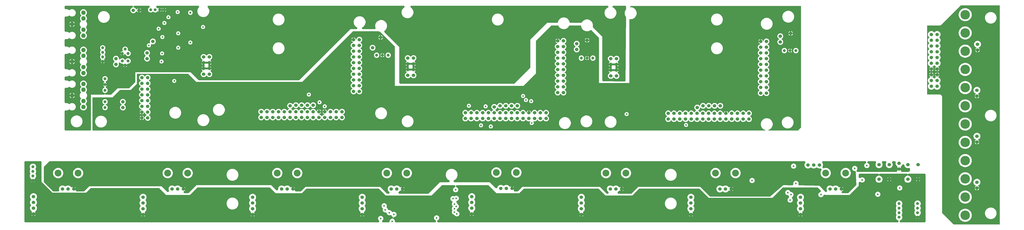
<source format=gbr>
G04 EAGLE Gerber RS-274X export*
G75*
%MOMM*%
%FSLAX34Y34*%
%LPD*%
%INCopper Layer 2*%
%IPPOS*%
%AMOC8*
5,1,8,0,0,1.08239X$1,22.5*%
G01*
%ADD10C,1.524000*%
%ADD11C,1.308000*%
%ADD12C,1.320800*%
%ADD13C,1.508000*%
%ADD14C,3.000000*%
%ADD15C,1.950000*%
%ADD16C,1.500000*%
%ADD17C,0.756400*%
%ADD18C,0.956400*%
%ADD19C,4.191000*%

G36*
X3297598Y416703D02*
X3297598Y416703D01*
X3297748Y416715D01*
X3297771Y416723D01*
X3297796Y416726D01*
X3297937Y416776D01*
X3298079Y416822D01*
X3298101Y416835D01*
X3298124Y416843D01*
X3298250Y416924D01*
X3298378Y417001D01*
X3298396Y417019D01*
X3298417Y417032D01*
X3298521Y417140D01*
X3298628Y417244D01*
X3298642Y417265D01*
X3298659Y417283D01*
X3298736Y417411D01*
X3298817Y417537D01*
X3298825Y417561D01*
X3298838Y417582D01*
X3298883Y417724D01*
X3298934Y417865D01*
X3298937Y417890D01*
X3298944Y417914D01*
X3298956Y418063D01*
X3298973Y418212D01*
X3298970Y418236D01*
X3298972Y418261D01*
X3298950Y418409D01*
X3298932Y418558D01*
X3298924Y418581D01*
X3298920Y418606D01*
X3298865Y418745D01*
X3298814Y418886D01*
X3298801Y418907D01*
X3298792Y418930D01*
X3298706Y419052D01*
X3298625Y419178D01*
X3298607Y419196D01*
X3298593Y419216D01*
X3298482Y419316D01*
X3298374Y419420D01*
X3298352Y419433D01*
X3298334Y419449D01*
X3298203Y419522D01*
X3298074Y419598D01*
X3298046Y419608D01*
X3298029Y419618D01*
X3297983Y419631D01*
X3297844Y419680D01*
X3295761Y420239D01*
X3289824Y423666D01*
X3284976Y428514D01*
X3281549Y434451D01*
X3279774Y441072D01*
X3279774Y447928D01*
X3281549Y454549D01*
X3284976Y460486D01*
X3289824Y465334D01*
X3295761Y468761D01*
X3302382Y470536D01*
X3309238Y470536D01*
X3315859Y468761D01*
X3321796Y465334D01*
X3326644Y460486D01*
X3330071Y454549D01*
X3331846Y447928D01*
X3331846Y441072D01*
X3330071Y434451D01*
X3326644Y428514D01*
X3321796Y423666D01*
X3315859Y420239D01*
X3313776Y419680D01*
X3313637Y419625D01*
X3313496Y419575D01*
X3313475Y419561D01*
X3313452Y419552D01*
X3313329Y419467D01*
X3313203Y419386D01*
X3313186Y419368D01*
X3313165Y419354D01*
X3313065Y419243D01*
X3312961Y419135D01*
X3312948Y419114D01*
X3312932Y419095D01*
X3312859Y418965D01*
X3312782Y418836D01*
X3312775Y418812D01*
X3312762Y418791D01*
X3312721Y418646D01*
X3312676Y418504D01*
X3312674Y418479D01*
X3312667Y418455D01*
X3312660Y418306D01*
X3312648Y418157D01*
X3312652Y418132D01*
X3312650Y418107D01*
X3312677Y417960D01*
X3312700Y417812D01*
X3312709Y417789D01*
X3312713Y417765D01*
X3312773Y417628D01*
X3312828Y417488D01*
X3312843Y417468D01*
X3312852Y417445D01*
X3312942Y417325D01*
X3313027Y417202D01*
X3313046Y417185D01*
X3313061Y417165D01*
X3313175Y417069D01*
X3313286Y416969D01*
X3313308Y416957D01*
X3313327Y416941D01*
X3313460Y416873D01*
X3313591Y416800D01*
X3313615Y416793D01*
X3313637Y416782D01*
X3313782Y416746D01*
X3313926Y416705D01*
X3313956Y416703D01*
X3313975Y416698D01*
X3314023Y416698D01*
X3314170Y416686D01*
X3443349Y416686D01*
X3443475Y416700D01*
X3443601Y416707D01*
X3443647Y416720D01*
X3443695Y416726D01*
X3443814Y416768D01*
X3443936Y416803D01*
X3443978Y416827D01*
X3444023Y416843D01*
X3444130Y416912D01*
X3444240Y416973D01*
X3444286Y417013D01*
X3444316Y417032D01*
X3444350Y417067D01*
X3444426Y417132D01*
X3456368Y429074D01*
X3456447Y429173D01*
X3456531Y429267D01*
X3456555Y429309D01*
X3456585Y429347D01*
X3456639Y429461D01*
X3456700Y429572D01*
X3456713Y429618D01*
X3456734Y429662D01*
X3456760Y429785D01*
X3456795Y429907D01*
X3456800Y429968D01*
X3456807Y430003D01*
X3456806Y430051D01*
X3456814Y430151D01*
X3456814Y965200D01*
X3456811Y965226D01*
X3456813Y965252D01*
X3456791Y965399D01*
X3456774Y965546D01*
X3456766Y965571D01*
X3456762Y965597D01*
X3456707Y965735D01*
X3456657Y965874D01*
X3456643Y965896D01*
X3456633Y965921D01*
X3456548Y966042D01*
X3456468Y966167D01*
X3456449Y966185D01*
X3456434Y966207D01*
X3456324Y966306D01*
X3456217Y966409D01*
X3456195Y966423D01*
X3456175Y966440D01*
X3456045Y966512D01*
X3455918Y966588D01*
X3455893Y966596D01*
X3455870Y966609D01*
X3455727Y966649D01*
X3455586Y966694D01*
X3455560Y966696D01*
X3455535Y966704D01*
X3455291Y966723D01*
X2707640Y966723D01*
X2707514Y966709D01*
X2707388Y966702D01*
X2707342Y966689D01*
X2707294Y966683D01*
X2707175Y966641D01*
X2707053Y966606D01*
X2707011Y966582D01*
X2706966Y966566D01*
X2706859Y966497D01*
X2706749Y966436D01*
X2706703Y966396D01*
X2706673Y966377D01*
X2706639Y966342D01*
X2706563Y966277D01*
X2703642Y963356D01*
X2703580Y963278D01*
X2703510Y963205D01*
X2703471Y963141D01*
X2703425Y963083D01*
X2703382Y962992D01*
X2703331Y962906D01*
X2703308Y962835D01*
X2703276Y962768D01*
X2703255Y962670D01*
X2703225Y962574D01*
X2703219Y962500D01*
X2703203Y962427D01*
X2703205Y962327D01*
X2703197Y962227D01*
X2703208Y962153D01*
X2703209Y962079D01*
X2703233Y961982D01*
X2703248Y961882D01*
X2703276Y961813D01*
X2703294Y961741D01*
X2703340Y961651D01*
X2703377Y961558D01*
X2703419Y961497D01*
X2703454Y961431D01*
X2703519Y961354D01*
X2703576Y961272D01*
X2703631Y961222D01*
X2703679Y961166D01*
X2703760Y961106D01*
X2703835Y961039D01*
X2703900Y961003D01*
X2703960Y960958D01*
X2704052Y960919D01*
X2704140Y960870D01*
X2704211Y960850D01*
X2704280Y960820D01*
X2704378Y960803D01*
X2704475Y960775D01*
X2704575Y960767D01*
X2704623Y960759D01*
X2704658Y960761D01*
X2704719Y960756D01*
X2709798Y960756D01*
X2716419Y958981D01*
X2722356Y955554D01*
X2727204Y950706D01*
X2730631Y944769D01*
X2732406Y938148D01*
X2732406Y931292D01*
X2730631Y924671D01*
X2727204Y918734D01*
X2722356Y913886D01*
X2716419Y910459D01*
X2709798Y908684D01*
X2702933Y908684D01*
X2702904Y908689D01*
X2702855Y908704D01*
X2702732Y908714D01*
X2702610Y908732D01*
X2702559Y908728D01*
X2702508Y908732D01*
X2702386Y908714D01*
X2702262Y908704D01*
X2702214Y908688D01*
X2702163Y908680D01*
X2702048Y908635D01*
X2701931Y908597D01*
X2701887Y908571D01*
X2701839Y908552D01*
X2701738Y908481D01*
X2701632Y908417D01*
X2701595Y908382D01*
X2701553Y908353D01*
X2701470Y908261D01*
X2701382Y908175D01*
X2701354Y908132D01*
X2701320Y908094D01*
X2701260Y907986D01*
X2701193Y907882D01*
X2701176Y907834D01*
X2701151Y907789D01*
X2701118Y907670D01*
X2701076Y907553D01*
X2701070Y907503D01*
X2701056Y907454D01*
X2701037Y907210D01*
X2701037Y626363D01*
X2566923Y626363D01*
X2566923Y825500D01*
X2566909Y825626D01*
X2566902Y825752D01*
X2566889Y825798D01*
X2566883Y825846D01*
X2566841Y825965D01*
X2566806Y826087D01*
X2566782Y826129D01*
X2566766Y826174D01*
X2566697Y826281D01*
X2566636Y826391D01*
X2566596Y826437D01*
X2566577Y826467D01*
X2566542Y826501D01*
X2566477Y826577D01*
X2532497Y860557D01*
X2532477Y860573D01*
X2532460Y860593D01*
X2532340Y860682D01*
X2532224Y860774D01*
X2532201Y860785D01*
X2532179Y860800D01*
X2532043Y860859D01*
X2531909Y860922D01*
X2531883Y860928D01*
X2531859Y860938D01*
X2531713Y860965D01*
X2531568Y860996D01*
X2531542Y860995D01*
X2531516Y861000D01*
X2531368Y860992D01*
X2531220Y860990D01*
X2531195Y860983D01*
X2531168Y860982D01*
X2531026Y860941D01*
X2530882Y860905D01*
X2530859Y860893D01*
X2530833Y860886D01*
X2530704Y860813D01*
X2530572Y860745D01*
X2530552Y860728D01*
X2530529Y860715D01*
X2530343Y860557D01*
X2530078Y860292D01*
X2524141Y856865D01*
X2517520Y855090D01*
X2510664Y855090D01*
X2504043Y856865D01*
X2498106Y860292D01*
X2493258Y865140D01*
X2489831Y871077D01*
X2488056Y877698D01*
X2488056Y878840D01*
X2488053Y878866D01*
X2488055Y878892D01*
X2488033Y879039D01*
X2488016Y879186D01*
X2488008Y879211D01*
X2488004Y879237D01*
X2487949Y879375D01*
X2487899Y879514D01*
X2487885Y879536D01*
X2487875Y879561D01*
X2487790Y879682D01*
X2487710Y879807D01*
X2487691Y879825D01*
X2487676Y879847D01*
X2487566Y879946D01*
X2487459Y880049D01*
X2487437Y880063D01*
X2487417Y880080D01*
X2487287Y880152D01*
X2487160Y880228D01*
X2487135Y880236D01*
X2487112Y880249D01*
X2486969Y880289D01*
X2486828Y880334D01*
X2486802Y880336D01*
X2486777Y880344D01*
X2486533Y880363D01*
X2436953Y880363D01*
X2436803Y880346D01*
X2436653Y880333D01*
X2436630Y880326D01*
X2436607Y880323D01*
X2436465Y880272D01*
X2436321Y880226D01*
X2436301Y880214D01*
X2436279Y880206D01*
X2436152Y880124D01*
X2436023Y880046D01*
X2436006Y880030D01*
X2435986Y880017D01*
X2435881Y879908D01*
X2435773Y879803D01*
X2435757Y879780D01*
X2435744Y879766D01*
X2435720Y879726D01*
X2435634Y879602D01*
X2432564Y874284D01*
X2427716Y869436D01*
X2421779Y866009D01*
X2415158Y864234D01*
X2408302Y864234D01*
X2401681Y866009D01*
X2395744Y869436D01*
X2390896Y874284D01*
X2387826Y879602D01*
X2387736Y879723D01*
X2387650Y879847D01*
X2387632Y879863D01*
X2387618Y879882D01*
X2387503Y879979D01*
X2387391Y880080D01*
X2387370Y880092D01*
X2387352Y880107D01*
X2387218Y880176D01*
X2387086Y880249D01*
X2387063Y880255D01*
X2387042Y880266D01*
X2386896Y880303D01*
X2386751Y880344D01*
X2386722Y880346D01*
X2386704Y880350D01*
X2386657Y880351D01*
X2386507Y880363D01*
X2357120Y880363D01*
X2356994Y880349D01*
X2356868Y880342D01*
X2356822Y880329D01*
X2356774Y880323D01*
X2356655Y880281D01*
X2356533Y880246D01*
X2356491Y880222D01*
X2356446Y880206D01*
X2356339Y880137D01*
X2356229Y880076D01*
X2356183Y880036D01*
X2356153Y880017D01*
X2356119Y879982D01*
X2356043Y879917D01*
X2290003Y813877D01*
X2289924Y813778D01*
X2289840Y813684D01*
X2289816Y813642D01*
X2289786Y813604D01*
X2289732Y813490D01*
X2289671Y813379D01*
X2289658Y813333D01*
X2289637Y813289D01*
X2289611Y813166D01*
X2289576Y813044D01*
X2289572Y812983D01*
X2289564Y812948D01*
X2289565Y812900D01*
X2289557Y812800D01*
X2289557Y668651D01*
X2234569Y613663D01*
X1667763Y613663D01*
X1667763Y787400D01*
X1667749Y787526D01*
X1667742Y787652D01*
X1667729Y787698D01*
X1667723Y787746D01*
X1667681Y787865D01*
X1667646Y787987D01*
X1667622Y788029D01*
X1667606Y788074D01*
X1667537Y788181D01*
X1667476Y788291D01*
X1667436Y788337D01*
X1667417Y788367D01*
X1667382Y788401D01*
X1667317Y788477D01*
X1603298Y852496D01*
X1603218Y852559D01*
X1603145Y852630D01*
X1603082Y852667D01*
X1603025Y852713D01*
X1602933Y852756D01*
X1602846Y852808D01*
X1602753Y852841D01*
X1602710Y852862D01*
X1602674Y852869D01*
X1602615Y852890D01*
X1597263Y854325D01*
X1596510Y854759D01*
X1596416Y854800D01*
X1596327Y854849D01*
X1596257Y854869D01*
X1596190Y854898D01*
X1596090Y854916D01*
X1595992Y854944D01*
X1595894Y854952D01*
X1595847Y854960D01*
X1595811Y854958D01*
X1595748Y854963D01*
X1483360Y854963D01*
X1483234Y854949D01*
X1483108Y854942D01*
X1483062Y854929D01*
X1483014Y854923D01*
X1482895Y854881D01*
X1482773Y854846D01*
X1482731Y854822D01*
X1482686Y854806D01*
X1482579Y854737D01*
X1482469Y854676D01*
X1482423Y854636D01*
X1482393Y854617D01*
X1482359Y854582D01*
X1482283Y854517D01*
X1259209Y631443D01*
X793111Y631443D01*
X757997Y666557D01*
X757898Y666636D01*
X757804Y666720D01*
X757762Y666744D01*
X757724Y666774D01*
X757610Y666828D01*
X757499Y666889D01*
X757453Y666902D01*
X757409Y666923D01*
X757286Y666949D01*
X757164Y666984D01*
X757103Y666989D01*
X757068Y666996D01*
X757020Y666995D01*
X756920Y667003D01*
X533400Y667003D01*
X533374Y667000D01*
X533348Y667002D01*
X533201Y666980D01*
X533054Y666963D01*
X533029Y666955D01*
X533003Y666951D01*
X532865Y666896D01*
X532726Y666846D01*
X532704Y666832D01*
X532679Y666822D01*
X532558Y666737D01*
X532433Y666657D01*
X532415Y666638D01*
X532393Y666623D01*
X532294Y666513D01*
X532191Y666406D01*
X532177Y666384D01*
X532160Y666364D01*
X532088Y666234D01*
X532012Y666107D01*
X532004Y666082D01*
X531991Y666059D01*
X531951Y665916D01*
X531906Y665775D01*
X531904Y665749D01*
X531896Y665724D01*
X531877Y665480D01*
X531877Y622931D01*
X504829Y595883D01*
X457200Y595883D01*
X457074Y595869D01*
X456948Y595862D01*
X456902Y595849D01*
X456854Y595843D01*
X456735Y595801D01*
X456613Y595766D01*
X456571Y595742D01*
X456526Y595726D01*
X456419Y595657D01*
X456309Y595596D01*
X456263Y595556D01*
X456233Y595537D01*
X456199Y595502D01*
X456123Y595437D01*
X423549Y562863D01*
X337820Y562863D01*
X337794Y562860D01*
X337768Y562862D01*
X337621Y562840D01*
X337474Y562823D01*
X337449Y562815D01*
X337423Y562811D01*
X337285Y562756D01*
X337146Y562706D01*
X337124Y562692D01*
X337099Y562682D01*
X336978Y562597D01*
X336853Y562517D01*
X336835Y562498D01*
X336813Y562483D01*
X336714Y562373D01*
X336611Y562266D01*
X336597Y562244D01*
X336580Y562224D01*
X336508Y562094D01*
X336432Y561967D01*
X336424Y561942D01*
X336411Y561919D01*
X336371Y561776D01*
X336326Y561635D01*
X336324Y561609D01*
X336316Y561584D01*
X336297Y561340D01*
X336297Y418209D01*
X336300Y418183D01*
X336298Y418157D01*
X336320Y418010D01*
X336337Y417863D01*
X336345Y417838D01*
X336349Y417812D01*
X336404Y417674D01*
X336454Y417535D01*
X336468Y417513D01*
X336478Y417488D01*
X336563Y417367D01*
X336643Y417242D01*
X336662Y417224D01*
X336677Y417202D01*
X336787Y417103D01*
X336894Y417000D01*
X336916Y416986D01*
X336936Y416969D01*
X337066Y416897D01*
X337193Y416821D01*
X337218Y416813D01*
X337241Y416800D01*
X337384Y416760D01*
X337525Y416715D01*
X337551Y416713D01*
X337576Y416705D01*
X337820Y416686D01*
X3297450Y416686D01*
X3297598Y416703D01*
G37*
G36*
X325349Y416702D02*
X325349Y416702D01*
X325580Y416712D01*
X325634Y416722D01*
X325688Y416726D01*
X325914Y416774D01*
X326140Y416816D01*
X326192Y416833D01*
X326246Y416845D01*
X326462Y416924D01*
X326680Y416997D01*
X326729Y417022D01*
X326781Y417041D01*
X326984Y417149D01*
X327189Y417252D01*
X327235Y417283D01*
X327283Y417309D01*
X327469Y417445D01*
X327658Y417576D01*
X327699Y417613D01*
X327743Y417646D01*
X327908Y417806D01*
X328077Y417962D01*
X328112Y418005D01*
X328151Y418043D01*
X328292Y418225D01*
X328438Y418403D01*
X328466Y418451D01*
X328500Y418494D01*
X328614Y418694D01*
X328733Y418891D01*
X328755Y418941D01*
X328782Y418989D01*
X328867Y419203D01*
X328958Y419414D01*
X328972Y419467D01*
X328992Y419518D01*
X329047Y419743D01*
X329107Y419964D01*
X329111Y420008D01*
X329127Y420072D01*
X329182Y420639D01*
X329179Y420705D01*
X329183Y420749D01*
X329183Y574897D01*
X329343Y575057D01*
X386968Y575057D01*
X387026Y575061D01*
X387084Y575058D01*
X387310Y575081D01*
X387537Y575097D01*
X387593Y575109D01*
X387651Y575114D01*
X387872Y575168D01*
X388094Y575216D01*
X388148Y575236D01*
X388204Y575249D01*
X388416Y575333D01*
X388629Y575412D01*
X388680Y575439D01*
X388733Y575460D01*
X388931Y575573D01*
X389131Y575680D01*
X389178Y575714D01*
X389228Y575743D01*
X389408Y575883D01*
X389591Y576017D01*
X389633Y576057D01*
X389678Y576092D01*
X389836Y576255D01*
X390000Y576414D01*
X390035Y576460D01*
X390075Y576501D01*
X390209Y576685D01*
X390348Y576865D01*
X390377Y576915D01*
X390411Y576962D01*
X390518Y577163D01*
X390631Y577360D01*
X390652Y577413D01*
X390679Y577464D01*
X390757Y577678D01*
X390841Y577889D01*
X390854Y577945D01*
X390874Y578000D01*
X390921Y578222D01*
X390975Y578443D01*
X390980Y578501D01*
X390992Y578557D01*
X391008Y578784D01*
X391030Y579010D01*
X391028Y579068D01*
X391032Y579125D01*
X391015Y579352D01*
X391006Y579580D01*
X390995Y579636D01*
X390991Y579694D01*
X390943Y579916D01*
X390902Y580140D01*
X390883Y580194D01*
X390871Y580251D01*
X390793Y580464D01*
X390720Y580680D01*
X390694Y580732D01*
X390675Y580786D01*
X390567Y580985D01*
X390465Y581189D01*
X390432Y581237D01*
X390405Y581288D01*
X390271Y581471D01*
X390141Y581658D01*
X390102Y581701D01*
X390068Y581747D01*
X389909Y581910D01*
X389755Y582077D01*
X389710Y582114D01*
X389670Y582155D01*
X389490Y582294D01*
X389314Y582438D01*
X389265Y582468D01*
X389219Y582503D01*
X389116Y582558D01*
X388827Y582733D01*
X388624Y582820D01*
X388523Y582874D01*
X384577Y584508D01*
X381308Y587777D01*
X379539Y592048D01*
X379539Y596672D01*
X381308Y600943D01*
X384577Y604212D01*
X385864Y604745D01*
X386080Y604852D01*
X386299Y604956D01*
X386335Y604980D01*
X386374Y604999D01*
X386573Y605136D01*
X386775Y605269D01*
X386808Y605298D01*
X386844Y605322D01*
X387021Y605486D01*
X387203Y605646D01*
X387231Y605679D01*
X387263Y605708D01*
X387416Y605895D01*
X387573Y606078D01*
X387597Y606115D01*
X387624Y606149D01*
X387750Y606355D01*
X387880Y606559D01*
X387898Y606598D01*
X387920Y606635D01*
X388016Y606857D01*
X388116Y607077D01*
X388128Y607119D01*
X388146Y607159D01*
X388209Y607392D01*
X388277Y607624D01*
X388284Y607667D01*
X388295Y607709D01*
X388326Y607949D01*
X388361Y608187D01*
X388361Y608231D01*
X388367Y608274D01*
X388363Y608515D01*
X388365Y608757D01*
X388359Y608800D01*
X388358Y608844D01*
X388321Y609082D01*
X388289Y609322D01*
X388277Y609364D01*
X388270Y609407D01*
X388200Y609637D01*
X388134Y609870D01*
X388117Y609910D01*
X388104Y609952D01*
X388002Y610171D01*
X387905Y610392D01*
X387882Y610429D01*
X387864Y610468D01*
X387732Y610671D01*
X387605Y610876D01*
X387577Y610909D01*
X387553Y610946D01*
X387394Y611129D01*
X387240Y611314D01*
X387208Y611343D01*
X387179Y611376D01*
X386996Y611534D01*
X386817Y611696D01*
X386787Y611715D01*
X386748Y611749D01*
X386651Y611811D01*
X385244Y612834D01*
X384234Y613844D01*
X383393Y615001D01*
X383039Y615697D01*
X391160Y615697D01*
X399281Y615697D01*
X398927Y615001D01*
X398086Y613844D01*
X397076Y612834D01*
X395781Y611893D01*
X395751Y611876D01*
X395716Y611849D01*
X395679Y611827D01*
X395491Y611674D01*
X395301Y611526D01*
X395270Y611495D01*
X395236Y611468D01*
X395072Y611291D01*
X394904Y611118D01*
X394878Y611082D01*
X394848Y611050D01*
X394710Y610852D01*
X394568Y610657D01*
X394548Y610619D01*
X394523Y610583D01*
X394413Y610367D01*
X394300Y610154D01*
X394285Y610114D01*
X394265Y610075D01*
X394187Y609845D01*
X394105Y609619D01*
X394096Y609577D01*
X394082Y609535D01*
X394036Y609298D01*
X393986Y609062D01*
X393983Y609018D01*
X393975Y608975D01*
X393964Y608735D01*
X393947Y608493D01*
X393950Y608450D01*
X393948Y608406D01*
X393971Y608166D01*
X393988Y607925D01*
X393997Y607882D01*
X394001Y607839D01*
X394057Y607603D01*
X394108Y607368D01*
X394123Y607327D01*
X394133Y607285D01*
X394221Y607060D01*
X394304Y606833D01*
X394325Y606795D01*
X394341Y606754D01*
X394459Y606545D01*
X394574Y606331D01*
X394600Y606296D01*
X394621Y606258D01*
X394767Y606067D01*
X394911Y605872D01*
X394941Y605840D01*
X394968Y605806D01*
X395140Y605636D01*
X395309Y605464D01*
X395343Y605437D01*
X395374Y605407D01*
X395569Y605263D01*
X395760Y605116D01*
X395791Y605099D01*
X395833Y605068D01*
X396334Y604797D01*
X396409Y604770D01*
X396456Y604745D01*
X397743Y604212D01*
X401012Y600943D01*
X402242Y597972D01*
X402781Y596672D01*
X402781Y592048D01*
X401012Y587777D01*
X397743Y584508D01*
X393797Y582874D01*
X393745Y582848D01*
X393691Y582828D01*
X393490Y582721D01*
X393287Y582620D01*
X393239Y582587D01*
X393189Y582560D01*
X393005Y582426D01*
X392818Y582296D01*
X392775Y582257D01*
X392729Y582223D01*
X392566Y582065D01*
X392398Y581911D01*
X392362Y581866D01*
X392320Y581826D01*
X392181Y581646D01*
X392037Y581470D01*
X392007Y581421D01*
X391972Y581375D01*
X391859Y581178D01*
X391741Y580983D01*
X391718Y580930D01*
X391689Y580880D01*
X391605Y580668D01*
X391516Y580460D01*
X391501Y580404D01*
X391479Y580351D01*
X391425Y580129D01*
X391366Y579910D01*
X391359Y579853D01*
X391345Y579797D01*
X391323Y579570D01*
X391295Y579345D01*
X391295Y579287D01*
X391290Y579230D01*
X391300Y579002D01*
X391303Y578775D01*
X391312Y578718D01*
X391314Y578660D01*
X391356Y578436D01*
X391391Y578212D01*
X391408Y578157D01*
X391418Y578100D01*
X391491Y577885D01*
X391557Y577667D01*
X391581Y577615D01*
X391600Y577560D01*
X391702Y577356D01*
X391798Y577150D01*
X391829Y577102D01*
X391855Y577051D01*
X391984Y576863D01*
X392108Y576673D01*
X392146Y576629D01*
X392179Y576582D01*
X392333Y576414D01*
X392482Y576243D01*
X392526Y576205D01*
X392565Y576163D01*
X392741Y576019D01*
X392913Y575870D01*
X392961Y575839D01*
X393006Y575802D01*
X393201Y575684D01*
X393392Y575561D01*
X393444Y575537D01*
X393493Y575507D01*
X393702Y575417D01*
X393909Y575322D01*
X393964Y575305D01*
X394017Y575282D01*
X394237Y575223D01*
X394454Y575157D01*
X394511Y575148D01*
X394567Y575133D01*
X394683Y575122D01*
X395017Y575071D01*
X395238Y575068D01*
X395352Y575057D01*
X416560Y575057D01*
X416620Y575061D01*
X416681Y575059D01*
X416904Y575081D01*
X417128Y575097D01*
X417188Y575109D01*
X417248Y575115D01*
X417466Y575169D01*
X417686Y575216D01*
X417742Y575236D01*
X417801Y575251D01*
X418010Y575334D01*
X418221Y575412D01*
X418274Y575440D01*
X418330Y575463D01*
X418525Y575574D01*
X418723Y575680D01*
X418772Y575716D01*
X418824Y575746D01*
X418915Y575821D01*
X419183Y576017D01*
X419344Y576174D01*
X419433Y576247D01*
X446183Y602997D01*
X495300Y602997D01*
X495360Y603001D01*
X495421Y602999D01*
X495644Y603021D01*
X495868Y603037D01*
X495928Y603049D01*
X495988Y603055D01*
X496206Y603109D01*
X496426Y603156D01*
X496482Y603176D01*
X496541Y603191D01*
X496750Y603274D01*
X496961Y603352D01*
X497014Y603380D01*
X497070Y603403D01*
X497265Y603514D01*
X497463Y603620D01*
X497512Y603656D01*
X497564Y603686D01*
X497655Y603761D01*
X497923Y603957D01*
X498084Y604114D01*
X498173Y604187D01*
X523573Y629587D01*
X523613Y629632D01*
X523657Y629673D01*
X523799Y629847D01*
X523947Y630017D01*
X523980Y630068D01*
X524018Y630114D01*
X524135Y630307D01*
X524257Y630495D01*
X524282Y630550D01*
X524313Y630602D01*
X524402Y630808D01*
X524497Y631012D01*
X524514Y631070D01*
X524538Y631125D01*
X524596Y631342D01*
X524662Y631557D01*
X524671Y631617D01*
X524687Y631675D01*
X524698Y631792D01*
X524749Y632120D01*
X524752Y632345D01*
X524763Y632460D01*
X524763Y674117D01*
X767937Y674117D01*
X802307Y639747D01*
X802352Y639707D01*
X802393Y639663D01*
X802567Y639521D01*
X802737Y639373D01*
X802788Y639340D01*
X802834Y639302D01*
X803027Y639185D01*
X803215Y639063D01*
X803270Y639038D01*
X803322Y639007D01*
X803528Y638918D01*
X803732Y638824D01*
X803790Y638806D01*
X803845Y638782D01*
X804062Y638724D01*
X804277Y638658D01*
X804337Y638649D01*
X804395Y638633D01*
X804512Y638622D01*
X804840Y638571D01*
X805065Y638568D01*
X805180Y638557D01*
X1244600Y638557D01*
X1244660Y638561D01*
X1244721Y638559D01*
X1244944Y638581D01*
X1245168Y638597D01*
X1245228Y638609D01*
X1245288Y638615D01*
X1245506Y638669D01*
X1245726Y638716D01*
X1245782Y638736D01*
X1245841Y638751D01*
X1246050Y638834D01*
X1246261Y638912D01*
X1246314Y638940D01*
X1246370Y638963D01*
X1246565Y639074D01*
X1246763Y639180D01*
X1246812Y639216D01*
X1246864Y639246D01*
X1246955Y639321D01*
X1247223Y639517D01*
X1247384Y639674D01*
X1247473Y639747D01*
X1472343Y864617D01*
X1498566Y864617D01*
X1498643Y864622D01*
X1498719Y864620D01*
X1498926Y864642D01*
X1499134Y864657D01*
X1499209Y864673D01*
X1499286Y864681D01*
X1499488Y864732D01*
X1499691Y864776D01*
X1499763Y864802D01*
X1499838Y864821D01*
X1500031Y864900D01*
X1500227Y864972D01*
X1500295Y865008D01*
X1500365Y865037D01*
X1500545Y865142D01*
X1500729Y865240D01*
X1500791Y865286D01*
X1500857Y865325D01*
X1501021Y865454D01*
X1501189Y865577D01*
X1501244Y865630D01*
X1501304Y865678D01*
X1501448Y865829D01*
X1501597Y865974D01*
X1501644Y866035D01*
X1501697Y866091D01*
X1501818Y866260D01*
X1501946Y866425D01*
X1501984Y866492D01*
X1502029Y866554D01*
X1502125Y866739D01*
X1502228Y866920D01*
X1502256Y866991D01*
X1502292Y867059D01*
X1502361Y867256D01*
X1502438Y867449D01*
X1502456Y867524D01*
X1502482Y867597D01*
X1502523Y867801D01*
X1502572Y868003D01*
X1502580Y868080D01*
X1502595Y868155D01*
X1502607Y868362D01*
X1502628Y868570D01*
X1502624Y868647D01*
X1502629Y868724D01*
X1502612Y868931D01*
X1502603Y869140D01*
X1502589Y869215D01*
X1502583Y869292D01*
X1502537Y869495D01*
X1502499Y869700D01*
X1502475Y869773D01*
X1502458Y869848D01*
X1502384Y870042D01*
X1502318Y870240D01*
X1502283Y870309D01*
X1502256Y870381D01*
X1502156Y870563D01*
X1502063Y870749D01*
X1502019Y870813D01*
X1501982Y870880D01*
X1501857Y871047D01*
X1501739Y871218D01*
X1501687Y871275D01*
X1501641Y871336D01*
X1501494Y871484D01*
X1501353Y871637D01*
X1501293Y871686D01*
X1501239Y871740D01*
X1501140Y871811D01*
X1500911Y871998D01*
X1500695Y872129D01*
X1500597Y872199D01*
X1496584Y874516D01*
X1491736Y879364D01*
X1488309Y885301D01*
X1486534Y891922D01*
X1486534Y898778D01*
X1488309Y905399D01*
X1491736Y911336D01*
X1496584Y916184D01*
X1502521Y919611D01*
X1509142Y921386D01*
X1515998Y921386D01*
X1522619Y919611D01*
X1528556Y916184D01*
X1533404Y911336D01*
X1536831Y905399D01*
X1538606Y898778D01*
X1538606Y891922D01*
X1536831Y885301D01*
X1533404Y879364D01*
X1528556Y874516D01*
X1524543Y872199D01*
X1524479Y872156D01*
X1524411Y872120D01*
X1524243Y871997D01*
X1524070Y871880D01*
X1524013Y871829D01*
X1523951Y871783D01*
X1523802Y871638D01*
X1523647Y871498D01*
X1523598Y871439D01*
X1523543Y871386D01*
X1523415Y871221D01*
X1523282Y871061D01*
X1523241Y870996D01*
X1523194Y870935D01*
X1523091Y870754D01*
X1522981Y870577D01*
X1522950Y870507D01*
X1522912Y870440D01*
X1522835Y870246D01*
X1522751Y870056D01*
X1522730Y869982D01*
X1522702Y869911D01*
X1522653Y869708D01*
X1522596Y869508D01*
X1522586Y869432D01*
X1522568Y869357D01*
X1522547Y869149D01*
X1522519Y868943D01*
X1522520Y868866D01*
X1522512Y868790D01*
X1522521Y868581D01*
X1522522Y868373D01*
X1522534Y868297D01*
X1522537Y868220D01*
X1522575Y868015D01*
X1522605Y867810D01*
X1522627Y867736D01*
X1522641Y867660D01*
X1522707Y867463D01*
X1522766Y867263D01*
X1522798Y867193D01*
X1522822Y867120D01*
X1522916Y866933D01*
X1523002Y866744D01*
X1523043Y866679D01*
X1523077Y866611D01*
X1523196Y866439D01*
X1523308Y866263D01*
X1523358Y866205D01*
X1523401Y866142D01*
X1523542Y865989D01*
X1523678Y865830D01*
X1523735Y865779D01*
X1523787Y865723D01*
X1523949Y865591D01*
X1524105Y865453D01*
X1524169Y865411D01*
X1524229Y865362D01*
X1524407Y865254D01*
X1524581Y865139D01*
X1524650Y865107D01*
X1524716Y865067D01*
X1524907Y864985D01*
X1525095Y864895D01*
X1525169Y864872D01*
X1525239Y864842D01*
X1525440Y864788D01*
X1525639Y864726D01*
X1525715Y864713D01*
X1525789Y864693D01*
X1525910Y864681D01*
X1526202Y864634D01*
X1526455Y864628D01*
X1526574Y864617D01*
X1578806Y864617D01*
X1578997Y864630D01*
X1579189Y864635D01*
X1579281Y864650D01*
X1579374Y864657D01*
X1579562Y864697D01*
X1579751Y864728D01*
X1579840Y864756D01*
X1579931Y864776D01*
X1580111Y864842D01*
X1580294Y864899D01*
X1580378Y864939D01*
X1580466Y864972D01*
X1580636Y865062D01*
X1580809Y865145D01*
X1580886Y865196D01*
X1580969Y865240D01*
X1581123Y865354D01*
X1581283Y865460D01*
X1581353Y865522D01*
X1581429Y865577D01*
X1581566Y865711D01*
X1581710Y865838D01*
X1581770Y865909D01*
X1581837Y865974D01*
X1581954Y866126D01*
X1582079Y866272D01*
X1582128Y866351D01*
X1582186Y866425D01*
X1582281Y866592D01*
X1582383Y866754D01*
X1582421Y866839D01*
X1582468Y866920D01*
X1582539Y867098D01*
X1582617Y867273D01*
X1582644Y867363D01*
X1582678Y867449D01*
X1582723Y867636D01*
X1582777Y867820D01*
X1582790Y867912D01*
X1582812Y868003D01*
X1582831Y868194D01*
X1582858Y868384D01*
X1582858Y868477D01*
X1582867Y868570D01*
X1582859Y868762D01*
X1582860Y868954D01*
X1582848Y869025D01*
X1582843Y869140D01*
X1582739Y869700D01*
X1582733Y869718D01*
X1582730Y869732D01*
X1581276Y875158D01*
X1581276Y882014D01*
X1583051Y888635D01*
X1586478Y894572D01*
X1591326Y899420D01*
X1597263Y902847D01*
X1603884Y904622D01*
X1610740Y904622D01*
X1617361Y902847D01*
X1623298Y899420D01*
X1628146Y894572D01*
X1631573Y888635D01*
X1633348Y882014D01*
X1633348Y875158D01*
X1631573Y868537D01*
X1628146Y862600D01*
X1623298Y857752D01*
X1622967Y857561D01*
X1622807Y857453D01*
X1622644Y857353D01*
X1622572Y857294D01*
X1622494Y857242D01*
X1622352Y857113D01*
X1622204Y856991D01*
X1622141Y856923D01*
X1622071Y856860D01*
X1621948Y856713D01*
X1621818Y856572D01*
X1621766Y856495D01*
X1621706Y856423D01*
X1621605Y856260D01*
X1621496Y856102D01*
X1621454Y856018D01*
X1621405Y855939D01*
X1621328Y855763D01*
X1621242Y855592D01*
X1621213Y855503D01*
X1621175Y855418D01*
X1621123Y855233D01*
X1621062Y855051D01*
X1621045Y854959D01*
X1621020Y854870D01*
X1620994Y854680D01*
X1620960Y854491D01*
X1620956Y854397D01*
X1620943Y854305D01*
X1620944Y854113D01*
X1620937Y853921D01*
X1620946Y853828D01*
X1620947Y853735D01*
X1620974Y853545D01*
X1620994Y853354D01*
X1621016Y853264D01*
X1621029Y853171D01*
X1621083Y852988D01*
X1621129Y852801D01*
X1621164Y852714D01*
X1621190Y852625D01*
X1621269Y852450D01*
X1621341Y852272D01*
X1621387Y852191D01*
X1621426Y852106D01*
X1621529Y851944D01*
X1621624Y851778D01*
X1621670Y851722D01*
X1621732Y851625D01*
X1622102Y851192D01*
X1622116Y851179D01*
X1622125Y851169D01*
X1687577Y785717D01*
X1687577Y627380D01*
X1687593Y627151D01*
X1687603Y626920D01*
X1687613Y626866D01*
X1687617Y626812D01*
X1687665Y626586D01*
X1687707Y626360D01*
X1687724Y626308D01*
X1687736Y626254D01*
X1687815Y626038D01*
X1687888Y625820D01*
X1687913Y625771D01*
X1687932Y625719D01*
X1688040Y625516D01*
X1688143Y625311D01*
X1688174Y625265D01*
X1688200Y625217D01*
X1688336Y625031D01*
X1688467Y624842D01*
X1688504Y624801D01*
X1688537Y624757D01*
X1688697Y624592D01*
X1688853Y624423D01*
X1688896Y624388D01*
X1688934Y624349D01*
X1689116Y624208D01*
X1689294Y624062D01*
X1689342Y624034D01*
X1689385Y624000D01*
X1689585Y623886D01*
X1689782Y623767D01*
X1689832Y623745D01*
X1689880Y623718D01*
X1690094Y623633D01*
X1690305Y623542D01*
X1690358Y623528D01*
X1690409Y623508D01*
X1690634Y623453D01*
X1690855Y623393D01*
X1690899Y623389D01*
X1690963Y623374D01*
X1691530Y623318D01*
X1691596Y623321D01*
X1691640Y623317D01*
X2192020Y623317D01*
X2192080Y623321D01*
X2192141Y623319D01*
X2192364Y623341D01*
X2192588Y623357D01*
X2192648Y623369D01*
X2192708Y623375D01*
X2192926Y623429D01*
X2193146Y623476D01*
X2193202Y623496D01*
X2193261Y623511D01*
X2193470Y623594D01*
X2193681Y623672D01*
X2193734Y623700D01*
X2193790Y623723D01*
X2193985Y623834D01*
X2194183Y623940D01*
X2194232Y623976D01*
X2194284Y624006D01*
X2194375Y624081D01*
X2194643Y624277D01*
X2194804Y624434D01*
X2194893Y624507D01*
X2263473Y693087D01*
X2263513Y693132D01*
X2263557Y693173D01*
X2263699Y693347D01*
X2263847Y693517D01*
X2263880Y693568D01*
X2263918Y693614D01*
X2264035Y693807D01*
X2264157Y693995D01*
X2264182Y694050D01*
X2264213Y694102D01*
X2264302Y694308D01*
X2264397Y694512D01*
X2264414Y694570D01*
X2264438Y694625D01*
X2264496Y694842D01*
X2264562Y695057D01*
X2264571Y695117D01*
X2264587Y695175D01*
X2264598Y695292D01*
X2264649Y695620D01*
X2264652Y695845D01*
X2264663Y695960D01*
X2264663Y818737D01*
X2338483Y892557D01*
X2382271Y892557D01*
X2382538Y892576D01*
X2382806Y892592D01*
X2382823Y892596D01*
X2382839Y892597D01*
X2383102Y892653D01*
X2383365Y892707D01*
X2383380Y892712D01*
X2383396Y892716D01*
X2383650Y892809D01*
X2383901Y892898D01*
X2383916Y892906D01*
X2383931Y892912D01*
X2384170Y893039D01*
X2384406Y893163D01*
X2384419Y893173D01*
X2384434Y893180D01*
X2384650Y893339D01*
X2384868Y893496D01*
X2384880Y893507D01*
X2384894Y893517D01*
X2385086Y893704D01*
X2385280Y893890D01*
X2385290Y893903D01*
X2385302Y893914D01*
X2385466Y894127D01*
X2385632Y894338D01*
X2385641Y894352D01*
X2385651Y894365D01*
X2385784Y894598D01*
X2385919Y894830D01*
X2385923Y894843D01*
X2385933Y894860D01*
X2386143Y895389D01*
X2386170Y895500D01*
X2386196Y895568D01*
X2387469Y900319D01*
X2390896Y906256D01*
X2395744Y911104D01*
X2401681Y914531D01*
X2408302Y916306D01*
X2415158Y916306D01*
X2421779Y914531D01*
X2427716Y911104D01*
X2432564Y906256D01*
X2435991Y900319D01*
X2437264Y895568D01*
X2437352Y895315D01*
X2437437Y895060D01*
X2437445Y895045D01*
X2437450Y895030D01*
X2437572Y894792D01*
X2437692Y894551D01*
X2437702Y894537D01*
X2437709Y894522D01*
X2437863Y894304D01*
X2438016Y894082D01*
X2438028Y894070D01*
X2438037Y894056D01*
X2438220Y893861D01*
X2438403Y893663D01*
X2438415Y893652D01*
X2438427Y893640D01*
X2438635Y893473D01*
X2438844Y893302D01*
X2438858Y893294D01*
X2438871Y893283D01*
X2439100Y893147D01*
X2439331Y893007D01*
X2439346Y893000D01*
X2439360Y892992D01*
X2439607Y892888D01*
X2439855Y892782D01*
X2439871Y892778D01*
X2439886Y892772D01*
X2440146Y892703D01*
X2440405Y892633D01*
X2440418Y892632D01*
X2440437Y892627D01*
X2441003Y892561D01*
X2441117Y892564D01*
X2441189Y892557D01*
X2488282Y892557D01*
X2488304Y892558D01*
X2488326Y892557D01*
X2488587Y892578D01*
X2488851Y892597D01*
X2488872Y892601D01*
X2488894Y892603D01*
X2489151Y892661D01*
X2489408Y892716D01*
X2489428Y892723D01*
X2489450Y892728D01*
X2489696Y892821D01*
X2489943Y892912D01*
X2489962Y892922D01*
X2489983Y892930D01*
X2490213Y893056D01*
X2490445Y893180D01*
X2490463Y893193D01*
X2490482Y893204D01*
X2490693Y893361D01*
X2490905Y893517D01*
X2490921Y893532D01*
X2490938Y893545D01*
X2491125Y893731D01*
X2491313Y893914D01*
X2491327Y893932D01*
X2491342Y893947D01*
X2491386Y894008D01*
X2491662Y894365D01*
X2491745Y894509D01*
X2491801Y894588D01*
X2493258Y897112D01*
X2498106Y901960D01*
X2504043Y905387D01*
X2510664Y907162D01*
X2517520Y907162D01*
X2524141Y905387D01*
X2530078Y901960D01*
X2534926Y897112D01*
X2538353Y891175D01*
X2540128Y884554D01*
X2540128Y877698D01*
X2539735Y876232D01*
X2539731Y876210D01*
X2539724Y876190D01*
X2539676Y875930D01*
X2539626Y875673D01*
X2539625Y875651D01*
X2539621Y875629D01*
X2539610Y875364D01*
X2539597Y875104D01*
X2539599Y875082D01*
X2539598Y875060D01*
X2539624Y874798D01*
X2539648Y874536D01*
X2539653Y874515D01*
X2539655Y874493D01*
X2539717Y874238D01*
X2539777Y873981D01*
X2539785Y873961D01*
X2539791Y873939D01*
X2539889Y873694D01*
X2539983Y873450D01*
X2539994Y873431D01*
X2540002Y873410D01*
X2540134Y873180D01*
X2540261Y872953D01*
X2540275Y872935D01*
X2540286Y872916D01*
X2540333Y872858D01*
X2540607Y872499D01*
X2540725Y872382D01*
X2540786Y872307D01*
X2581657Y831437D01*
X2581657Y638189D01*
X2581672Y637973D01*
X2581680Y637757D01*
X2581692Y637689D01*
X2581697Y637620D01*
X2581742Y637409D01*
X2581780Y637196D01*
X2581801Y637130D01*
X2581816Y637063D01*
X2581890Y636860D01*
X2581957Y636655D01*
X2581988Y636593D01*
X2582012Y636528D01*
X2582114Y636337D01*
X2582209Y636143D01*
X2582248Y636086D01*
X2582280Y636025D01*
X2582408Y635851D01*
X2582530Y635672D01*
X2582576Y635621D01*
X2582617Y635566D01*
X2582768Y635411D01*
X2582913Y635251D01*
X2582966Y635207D01*
X2583014Y635157D01*
X2583185Y635025D01*
X2583352Y634887D01*
X2583410Y634851D01*
X2583465Y634809D01*
X2583653Y634701D01*
X2583837Y634588D01*
X2583900Y634561D01*
X2583960Y634526D01*
X2584161Y634446D01*
X2584359Y634360D01*
X2584425Y634342D01*
X2584489Y634316D01*
X2584700Y634265D01*
X2584908Y634207D01*
X2584963Y634202D01*
X2585043Y634182D01*
X2585610Y634127D01*
X2585659Y634129D01*
X2585692Y634125D01*
X2679510Y633477D01*
X2679737Y633491D01*
X2679964Y633499D01*
X2680021Y633509D01*
X2680078Y633513D01*
X2680301Y633559D01*
X2680525Y633599D01*
X2680580Y633616D01*
X2680636Y633628D01*
X2680851Y633705D01*
X2681067Y633775D01*
X2681119Y633801D01*
X2681173Y633820D01*
X2681374Y633926D01*
X2681579Y634026D01*
X2681626Y634059D01*
X2681677Y634086D01*
X2681862Y634219D01*
X2682050Y634346D01*
X2682093Y634385D01*
X2682139Y634419D01*
X2682304Y634577D01*
X2682472Y634729D01*
X2682509Y634773D01*
X2682550Y634813D01*
X2682691Y634993D01*
X2682836Y635167D01*
X2682867Y635216D01*
X2682902Y635262D01*
X2683016Y635459D01*
X2683136Y635652D01*
X2683159Y635705D01*
X2683188Y635755D01*
X2683273Y635965D01*
X2683365Y636174D01*
X2683380Y636229D01*
X2683402Y636283D01*
X2683457Y636503D01*
X2683518Y636723D01*
X2683523Y636769D01*
X2683540Y636836D01*
X2683599Y637402D01*
X2683597Y637464D01*
X2683601Y637507D01*
X2685891Y916997D01*
X2685884Y917112D01*
X2685886Y917228D01*
X2685866Y917397D01*
X2685856Y917566D01*
X2685832Y917679D01*
X2685819Y917793D01*
X2685775Y917958D01*
X2685741Y918124D01*
X2685702Y918233D01*
X2685673Y918344D01*
X2685625Y918449D01*
X2685550Y918661D01*
X2685395Y918955D01*
X2685347Y919062D01*
X2682109Y924671D01*
X2680334Y931292D01*
X2680334Y938148D01*
X2682109Y944769D01*
X2685641Y950887D01*
X2685677Y950961D01*
X2685720Y951031D01*
X2685801Y951217D01*
X2685890Y951400D01*
X2685916Y951478D01*
X2685949Y951553D01*
X2686003Y951748D01*
X2686066Y951942D01*
X2686080Y952023D01*
X2686102Y952102D01*
X2686115Y952222D01*
X2686164Y952503D01*
X2686172Y952765D01*
X2686185Y952886D01*
X2686272Y963518D01*
X2686257Y963764D01*
X2686246Y964011D01*
X2686239Y964048D01*
X2686237Y964086D01*
X2686187Y964328D01*
X2686142Y964571D01*
X2686130Y964607D01*
X2686122Y964645D01*
X2686040Y964877D01*
X2685961Y965111D01*
X2685944Y965145D01*
X2685931Y965181D01*
X2685816Y965400D01*
X2685706Y965620D01*
X2685684Y965652D01*
X2685666Y965686D01*
X2685522Y965887D01*
X2685382Y966089D01*
X2685356Y966117D01*
X2685334Y966148D01*
X2685163Y966327D01*
X2684996Y966508D01*
X2684966Y966532D01*
X2684940Y966560D01*
X2684746Y966712D01*
X2684555Y966869D01*
X2684522Y966889D01*
X2684492Y966912D01*
X2684279Y967036D01*
X2684067Y967164D01*
X2684032Y967179D01*
X2683999Y967199D01*
X2683770Y967292D01*
X2683544Y967389D01*
X2683507Y967399D01*
X2683471Y967413D01*
X2683231Y967473D01*
X2682994Y967538D01*
X2682963Y967541D01*
X2682919Y967552D01*
X2682352Y967612D01*
X2682266Y967609D01*
X2682209Y967614D01*
X2630371Y967614D01*
X2630294Y967609D01*
X2630217Y967611D01*
X2630010Y967589D01*
X2629802Y967574D01*
X2629727Y967558D01*
X2629651Y967550D01*
X2629448Y967499D01*
X2629245Y967455D01*
X2629173Y967429D01*
X2629099Y967410D01*
X2628906Y967331D01*
X2628710Y967259D01*
X2628642Y967223D01*
X2628571Y967194D01*
X2628392Y967089D01*
X2628208Y966991D01*
X2628146Y966945D01*
X2628079Y966906D01*
X2627916Y966777D01*
X2627748Y966654D01*
X2627693Y966601D01*
X2627632Y966553D01*
X2627489Y966402D01*
X2627340Y966257D01*
X2627292Y966196D01*
X2627239Y966140D01*
X2627118Y965971D01*
X2626991Y965806D01*
X2626953Y965739D01*
X2626908Y965677D01*
X2626812Y965492D01*
X2626709Y965311D01*
X2626680Y965240D01*
X2626645Y965172D01*
X2626575Y964975D01*
X2626498Y964782D01*
X2626480Y964707D01*
X2626455Y964634D01*
X2626413Y964430D01*
X2626364Y964228D01*
X2626357Y964151D01*
X2626342Y964076D01*
X2626329Y963869D01*
X2626309Y963661D01*
X2626312Y963584D01*
X2626308Y963507D01*
X2626325Y963300D01*
X2626334Y963091D01*
X2626348Y963016D01*
X2626354Y962939D01*
X2626400Y962736D01*
X2626438Y962531D01*
X2626462Y962458D01*
X2626479Y962383D01*
X2626553Y962188D01*
X2626619Y961991D01*
X2626653Y961922D01*
X2626681Y961850D01*
X2626781Y961668D01*
X2626874Y961482D01*
X2626918Y961418D01*
X2626955Y961351D01*
X2627079Y961184D01*
X2627198Y961013D01*
X2627250Y960956D01*
X2627296Y960895D01*
X2627443Y960747D01*
X2627584Y960594D01*
X2627644Y960545D01*
X2627698Y960491D01*
X2627797Y960420D01*
X2628025Y960233D01*
X2628242Y960102D01*
X2628339Y960032D01*
X2633456Y957078D01*
X2638304Y952230D01*
X2641731Y946293D01*
X2643506Y939672D01*
X2643506Y932816D01*
X2641731Y926195D01*
X2638304Y920258D01*
X2633456Y915410D01*
X2627519Y911983D01*
X2620898Y910208D01*
X2614042Y910208D01*
X2607421Y911983D01*
X2601484Y915410D01*
X2596636Y920258D01*
X2593209Y926195D01*
X2591434Y932816D01*
X2591434Y939672D01*
X2593209Y946293D01*
X2596636Y952230D01*
X2601484Y957078D01*
X2606601Y960032D01*
X2606664Y960075D01*
X2606732Y960111D01*
X2606900Y960234D01*
X2607073Y960351D01*
X2607130Y960402D01*
X2607192Y960448D01*
X2607341Y960593D01*
X2607496Y960733D01*
X2607545Y960792D01*
X2607600Y960845D01*
X2607728Y961010D01*
X2607862Y961170D01*
X2607902Y961235D01*
X2607949Y961296D01*
X2608052Y961477D01*
X2608162Y961654D01*
X2608193Y961724D01*
X2608231Y961791D01*
X2608308Y961985D01*
X2608392Y962175D01*
X2608413Y962249D01*
X2608442Y962320D01*
X2608491Y962523D01*
X2608547Y962723D01*
X2608558Y962799D01*
X2608576Y962874D01*
X2608596Y963082D01*
X2608624Y963288D01*
X2608624Y963365D01*
X2608631Y963441D01*
X2608622Y963650D01*
X2608621Y963858D01*
X2608610Y963934D01*
X2608606Y964011D01*
X2608568Y964215D01*
X2608538Y964422D01*
X2608516Y964495D01*
X2608502Y964571D01*
X2608436Y964768D01*
X2608377Y964968D01*
X2608346Y965038D01*
X2608321Y965111D01*
X2608228Y965298D01*
X2608142Y965487D01*
X2608100Y965552D01*
X2608066Y965620D01*
X2607948Y965792D01*
X2607836Y965968D01*
X2607786Y966026D01*
X2607742Y966089D01*
X2607601Y966243D01*
X2607466Y966401D01*
X2607408Y966452D01*
X2607356Y966508D01*
X2607195Y966640D01*
X2607038Y966778D01*
X2606974Y966820D01*
X2606915Y966869D01*
X2606736Y966977D01*
X2606563Y967092D01*
X2606493Y967124D01*
X2606428Y967164D01*
X2606236Y967246D01*
X2606048Y967336D01*
X2605975Y967359D01*
X2605904Y967389D01*
X2605703Y967443D01*
X2605504Y967505D01*
X2605428Y967518D01*
X2605354Y967538D01*
X2605233Y967550D01*
X2604942Y967597D01*
X2604688Y967603D01*
X2604569Y967614D01*
X1740250Y967614D01*
X1740173Y967609D01*
X1740097Y967611D01*
X1739890Y967589D01*
X1739682Y967574D01*
X1739606Y967558D01*
X1739530Y967550D01*
X1739328Y967499D01*
X1739125Y967455D01*
X1739052Y967429D01*
X1738978Y967410D01*
X1738785Y967331D01*
X1738590Y967259D01*
X1738522Y967223D01*
X1738451Y967194D01*
X1738271Y967089D01*
X1738087Y966991D01*
X1738025Y966945D01*
X1737959Y966906D01*
X1737795Y966777D01*
X1737627Y966654D01*
X1737572Y966601D01*
X1737512Y966553D01*
X1737368Y966402D01*
X1737219Y966257D01*
X1737172Y966196D01*
X1737119Y966140D01*
X1736998Y965971D01*
X1736870Y965806D01*
X1736832Y965740D01*
X1736787Y965677D01*
X1736691Y965492D01*
X1736588Y965311D01*
X1736560Y965240D01*
X1736524Y965172D01*
X1736455Y964976D01*
X1736378Y964782D01*
X1736360Y964707D01*
X1736334Y964634D01*
X1736293Y964431D01*
X1736244Y964228D01*
X1736236Y964151D01*
X1736221Y964076D01*
X1736209Y963869D01*
X1736188Y963661D01*
X1736192Y963584D01*
X1736187Y963507D01*
X1736204Y963300D01*
X1736213Y963091D01*
X1736227Y963016D01*
X1736233Y962939D01*
X1736279Y962736D01*
X1736317Y962531D01*
X1736342Y962458D01*
X1736358Y962383D01*
X1736432Y962189D01*
X1736498Y961991D01*
X1736533Y961922D01*
X1736560Y961850D01*
X1736660Y961668D01*
X1736753Y961482D01*
X1736797Y961418D01*
X1736834Y961351D01*
X1736959Y961184D01*
X1737077Y961013D01*
X1737129Y960956D01*
X1737175Y960895D01*
X1737322Y960747D01*
X1737464Y960594D01*
X1737523Y960545D01*
X1737577Y960491D01*
X1737676Y960420D01*
X1737905Y960233D01*
X1738121Y960102D01*
X1738219Y960032D01*
X1739376Y959364D01*
X1744224Y954516D01*
X1747651Y948579D01*
X1749426Y941958D01*
X1749426Y935102D01*
X1747651Y928481D01*
X1744224Y922544D01*
X1739376Y917696D01*
X1733439Y914269D01*
X1726818Y912494D01*
X1719962Y912494D01*
X1713341Y914269D01*
X1707404Y917696D01*
X1702556Y922544D01*
X1699129Y928481D01*
X1697354Y935102D01*
X1697354Y941958D01*
X1699129Y948579D01*
X1702556Y954516D01*
X1707404Y959364D01*
X1708561Y960032D01*
X1708625Y960075D01*
X1708693Y960111D01*
X1708861Y960234D01*
X1709034Y960351D01*
X1709091Y960402D01*
X1709153Y960448D01*
X1709302Y960593D01*
X1709457Y960733D01*
X1709506Y960792D01*
X1709561Y960845D01*
X1709689Y961010D01*
X1709822Y961170D01*
X1709863Y961235D01*
X1709910Y961296D01*
X1710013Y961477D01*
X1710123Y961654D01*
X1710154Y961724D01*
X1710192Y961791D01*
X1710269Y961985D01*
X1710353Y962175D01*
X1710374Y962249D01*
X1710402Y962320D01*
X1710451Y962523D01*
X1710508Y962723D01*
X1710518Y962799D01*
X1710536Y962874D01*
X1710557Y963082D01*
X1710584Y963288D01*
X1710584Y963365D01*
X1710592Y963441D01*
X1710583Y963650D01*
X1710581Y963858D01*
X1710570Y963934D01*
X1710567Y964011D01*
X1710529Y964216D01*
X1710499Y964421D01*
X1710477Y964495D01*
X1710463Y964571D01*
X1710397Y964768D01*
X1710338Y964968D01*
X1710306Y965038D01*
X1710282Y965111D01*
X1710188Y965297D01*
X1710102Y965487D01*
X1710061Y965552D01*
X1710027Y965620D01*
X1709908Y965792D01*
X1709796Y965968D01*
X1709746Y966026D01*
X1709703Y966089D01*
X1709561Y966243D01*
X1709426Y966401D01*
X1709369Y966452D01*
X1709316Y966508D01*
X1709155Y966640D01*
X1708999Y966778D01*
X1708935Y966820D01*
X1708875Y966869D01*
X1708697Y966977D01*
X1708523Y967092D01*
X1708454Y967125D01*
X1708388Y967164D01*
X1708197Y967246D01*
X1708008Y967336D01*
X1707935Y967359D01*
X1707864Y967389D01*
X1707663Y967443D01*
X1707465Y967505D01*
X1707389Y967518D01*
X1707314Y967538D01*
X1707194Y967550D01*
X1706902Y967597D01*
X1706649Y967603D01*
X1706530Y967614D01*
X846855Y967614D01*
X846740Y967606D01*
X846625Y967608D01*
X846457Y967586D01*
X846287Y967574D01*
X846174Y967550D01*
X846060Y967536D01*
X845896Y967491D01*
X845730Y967455D01*
X845621Y967416D01*
X845510Y967385D01*
X845355Y967318D01*
X845195Y967259D01*
X845093Y967205D01*
X844987Y967159D01*
X844842Y967071D01*
X844692Y966991D01*
X844599Y966923D01*
X844501Y966863D01*
X844370Y966755D01*
X844232Y966654D01*
X844150Y966574D01*
X844061Y966501D01*
X843946Y966376D01*
X843824Y966257D01*
X843754Y966166D01*
X843676Y966081D01*
X843579Y965940D01*
X843475Y965806D01*
X843418Y965706D01*
X843353Y965611D01*
X843277Y965459D01*
X843193Y965311D01*
X843150Y965204D01*
X843099Y965101D01*
X843046Y964940D01*
X842983Y964782D01*
X842956Y964669D01*
X842919Y964560D01*
X842889Y964393D01*
X842849Y964228D01*
X842838Y964113D01*
X842817Y964000D01*
X842810Y963830D01*
X842794Y963661D01*
X842799Y963545D01*
X842794Y963430D01*
X842811Y963261D01*
X842818Y963091D01*
X842839Y962978D01*
X842851Y962863D01*
X842891Y962698D01*
X842922Y962531D01*
X842959Y962422D01*
X842986Y962310D01*
X843049Y962152D01*
X843103Y961991D01*
X843155Y961888D01*
X843198Y961781D01*
X843282Y961634D01*
X843359Y961482D01*
X843424Y961387D01*
X843481Y961287D01*
X843555Y961198D01*
X843682Y961013D01*
X843907Y960769D01*
X843982Y960678D01*
X845064Y959596D01*
X848491Y953659D01*
X850266Y947038D01*
X850266Y940182D01*
X848491Y933561D01*
X845064Y927624D01*
X840216Y922776D01*
X834279Y919349D01*
X827658Y917574D01*
X820802Y917574D01*
X814181Y919349D01*
X808244Y922776D01*
X803396Y927624D01*
X799969Y933561D01*
X798194Y940182D01*
X798194Y947038D01*
X799969Y953659D01*
X803396Y959596D01*
X804478Y960678D01*
X804553Y960765D01*
X804636Y960845D01*
X804740Y960980D01*
X804851Y961108D01*
X804914Y961205D01*
X804985Y961296D01*
X805069Y961444D01*
X805161Y961586D01*
X805210Y961691D01*
X805267Y961791D01*
X805330Y961949D01*
X805401Y962103D01*
X805435Y962213D01*
X805477Y962320D01*
X805517Y962486D01*
X805566Y962648D01*
X805584Y962762D01*
X805611Y962874D01*
X805628Y963044D01*
X805654Y963211D01*
X805655Y963326D01*
X805666Y963441D01*
X805659Y963611D01*
X805661Y963781D01*
X805647Y963895D01*
X805642Y964011D01*
X805611Y964178D01*
X805589Y964346D01*
X805559Y964458D01*
X805538Y964571D01*
X805484Y964732D01*
X805439Y964896D01*
X805393Y965002D01*
X805357Y965111D01*
X805280Y965263D01*
X805213Y965419D01*
X805153Y965517D01*
X805101Y965620D01*
X805005Y965760D01*
X804916Y965905D01*
X804843Y965994D01*
X804778Y966089D01*
X804662Y966214D01*
X804554Y966346D01*
X804470Y966423D01*
X804391Y966508D01*
X804260Y966616D01*
X804134Y966731D01*
X804040Y966796D01*
X803950Y966869D01*
X803805Y966957D01*
X803665Y967053D01*
X803562Y967105D01*
X803463Y967164D01*
X803307Y967231D01*
X803155Y967307D01*
X803045Y967343D01*
X802939Y967389D01*
X802775Y967433D01*
X802614Y967487D01*
X802501Y967508D01*
X802389Y967538D01*
X802275Y967549D01*
X802053Y967589D01*
X801722Y967603D01*
X801605Y967614D01*
X620473Y967614D01*
X620415Y967610D01*
X620357Y967613D01*
X620131Y967590D01*
X619904Y967574D01*
X619848Y967562D01*
X619790Y967557D01*
X619569Y967503D01*
X619347Y967455D01*
X619293Y967435D01*
X619237Y967422D01*
X619025Y967337D01*
X618812Y967259D01*
X618761Y967232D01*
X618707Y967211D01*
X618510Y967098D01*
X618309Y966991D01*
X618263Y966957D01*
X618213Y966928D01*
X618033Y966788D01*
X617850Y966654D01*
X617808Y966614D01*
X617763Y966579D01*
X617604Y966415D01*
X617441Y966257D01*
X617406Y966211D01*
X617366Y966170D01*
X617232Y965986D01*
X617093Y965806D01*
X617064Y965756D01*
X617030Y965709D01*
X616923Y965509D01*
X616810Y965311D01*
X616789Y965258D01*
X616762Y965207D01*
X616684Y964993D01*
X616600Y964782D01*
X616586Y964725D01*
X616567Y964671D01*
X616520Y964450D01*
X616466Y964228D01*
X616460Y964170D01*
X616448Y964114D01*
X616433Y963887D01*
X616411Y963661D01*
X616413Y963603D01*
X616409Y963545D01*
X616426Y963319D01*
X616435Y963091D01*
X616446Y963035D01*
X616450Y962977D01*
X616498Y962755D01*
X616539Y962531D01*
X616558Y962477D01*
X616570Y962420D01*
X616648Y962207D01*
X616721Y961991D01*
X616747Y961939D01*
X616766Y961885D01*
X616874Y961685D01*
X616976Y961482D01*
X617009Y961434D01*
X617036Y961383D01*
X617171Y961200D01*
X617300Y961013D01*
X617339Y960970D01*
X617373Y960924D01*
X617532Y960761D01*
X617686Y960594D01*
X617731Y960557D01*
X617771Y960516D01*
X617951Y960377D01*
X618127Y960233D01*
X618176Y960203D01*
X618222Y960168D01*
X618325Y960113D01*
X618614Y959938D01*
X618817Y959851D01*
X618874Y959820D01*
X621280Y957414D01*
X621428Y957286D01*
X621570Y957151D01*
X621643Y957099D01*
X621710Y957041D01*
X621875Y956934D01*
X622034Y956820D01*
X622113Y956779D01*
X622188Y956731D01*
X622366Y956648D01*
X622540Y956558D01*
X622624Y956529D01*
X622705Y956491D01*
X622893Y956434D01*
X623078Y956369D01*
X623165Y956352D01*
X623250Y956326D01*
X623444Y956296D01*
X623637Y956257D01*
X623725Y956252D01*
X623813Y956239D01*
X624009Y956236D01*
X624205Y956225D01*
X624294Y956232D01*
X624383Y956231D01*
X624577Y956256D01*
X624773Y956272D01*
X624860Y956292D01*
X624948Y956303D01*
X625138Y956355D01*
X625329Y956398D01*
X625412Y956430D01*
X625498Y956453D01*
X625678Y956531D01*
X625861Y956601D01*
X625921Y956636D01*
X626021Y956679D01*
X626507Y956976D01*
X626526Y956992D01*
X626541Y957000D01*
X627541Y957727D01*
X628237Y958081D01*
X628237Y949960D01*
X628237Y941839D01*
X627541Y942193D01*
X626541Y942920D01*
X626375Y943024D01*
X626213Y943135D01*
X626133Y943174D01*
X626058Y943221D01*
X625879Y943301D01*
X625703Y943388D01*
X625618Y943417D01*
X625537Y943453D01*
X625348Y943506D01*
X625162Y943568D01*
X625075Y943584D01*
X624989Y943609D01*
X624795Y943636D01*
X624602Y943671D01*
X624513Y943674D01*
X624425Y943687D01*
X624228Y943686D01*
X624032Y943694D01*
X623944Y943685D01*
X623855Y943685D01*
X623661Y943657D01*
X623465Y943637D01*
X623379Y943616D01*
X623291Y943603D01*
X623103Y943548D01*
X622912Y943502D01*
X622829Y943468D01*
X622744Y943444D01*
X622565Y943363D01*
X622383Y943290D01*
X622306Y943246D01*
X622225Y943209D01*
X622059Y943104D01*
X621889Y943006D01*
X621835Y942962D01*
X621743Y942904D01*
X621309Y942535D01*
X621293Y942516D01*
X621280Y942506D01*
X618883Y940108D01*
X614612Y938339D01*
X609988Y938339D01*
X605717Y940108D01*
X605173Y940653D01*
X604999Y940804D01*
X604830Y940959D01*
X604784Y940990D01*
X604743Y941026D01*
X604550Y941152D01*
X604360Y941282D01*
X604311Y941306D01*
X604265Y941336D01*
X604056Y941433D01*
X603850Y941536D01*
X603798Y941553D01*
X603748Y941576D01*
X603528Y941643D01*
X603309Y941715D01*
X603255Y941725D01*
X603203Y941741D01*
X602976Y941776D01*
X602749Y941818D01*
X602694Y941820D01*
X602640Y941829D01*
X602410Y941832D01*
X602179Y941841D01*
X602125Y941835D01*
X602070Y941836D01*
X601842Y941807D01*
X601612Y941784D01*
X601559Y941771D01*
X601505Y941764D01*
X601282Y941703D01*
X601059Y941649D01*
X601008Y941628D01*
X600955Y941614D01*
X600743Y941522D01*
X600530Y941437D01*
X600482Y941410D01*
X600432Y941388D01*
X600235Y941268D01*
X600036Y941153D01*
X600001Y941125D01*
X599946Y941091D01*
X599505Y940729D01*
X599461Y940681D01*
X599427Y940653D01*
X598883Y940108D01*
X594612Y938339D01*
X589988Y938339D01*
X585717Y940108D01*
X582448Y943377D01*
X580679Y947648D01*
X580679Y952272D01*
X582448Y956543D01*
X585723Y959817D01*
X585734Y959823D01*
X585788Y959843D01*
X585989Y959950D01*
X586192Y960051D01*
X586240Y960084D01*
X586291Y960111D01*
X586474Y960245D01*
X586661Y960375D01*
X586704Y960414D01*
X586750Y960448D01*
X586913Y960606D01*
X587081Y960760D01*
X587117Y960805D01*
X587159Y960845D01*
X587298Y961025D01*
X587442Y961201D01*
X587472Y961250D01*
X587507Y961296D01*
X587620Y961493D01*
X587738Y961688D01*
X587761Y961741D01*
X587790Y961791D01*
X587874Y962003D01*
X587963Y962211D01*
X587979Y962267D01*
X588000Y962320D01*
X588053Y962542D01*
X588113Y962761D01*
X588120Y962818D01*
X588134Y962874D01*
X588156Y963101D01*
X588184Y963326D01*
X588184Y963384D01*
X588189Y963441D01*
X588179Y963669D01*
X588176Y963896D01*
X588167Y963953D01*
X588165Y964011D01*
X588123Y964234D01*
X588088Y964459D01*
X588071Y964514D01*
X588061Y964571D01*
X587988Y964786D01*
X587922Y965004D01*
X587898Y965056D01*
X587879Y965111D01*
X587777Y965314D01*
X587682Y965520D01*
X587650Y965569D01*
X587624Y965620D01*
X587495Y965807D01*
X587371Y965998D01*
X587333Y966042D01*
X587300Y966089D01*
X587146Y966257D01*
X586997Y966428D01*
X586953Y966466D01*
X586914Y966508D01*
X586738Y966652D01*
X586566Y966801D01*
X586518Y966832D01*
X586473Y966869D01*
X586278Y966987D01*
X586088Y967110D01*
X586035Y967134D01*
X585986Y967164D01*
X585777Y967254D01*
X585570Y967349D01*
X585515Y967366D01*
X585462Y967389D01*
X585243Y967448D01*
X585025Y967514D01*
X584968Y967523D01*
X584912Y967538D01*
X584796Y967549D01*
X584462Y967600D01*
X584241Y967603D01*
X584127Y967614D01*
X520483Y967614D01*
X520425Y967610D01*
X520367Y967613D01*
X520141Y967590D01*
X519914Y967574D01*
X519858Y967562D01*
X519800Y967557D01*
X519579Y967503D01*
X519357Y967455D01*
X519303Y967435D01*
X519247Y967422D01*
X519035Y967338D01*
X518822Y967259D01*
X518771Y967232D01*
X518718Y967211D01*
X518520Y967098D01*
X518320Y966991D01*
X518273Y966957D01*
X518223Y966928D01*
X518043Y966788D01*
X517860Y966654D01*
X517818Y966614D01*
X517773Y966579D01*
X517614Y966415D01*
X517451Y966257D01*
X517416Y966211D01*
X517376Y966170D01*
X517242Y965986D01*
X517103Y965806D01*
X517074Y965756D01*
X517040Y965709D01*
X516933Y965509D01*
X516820Y965311D01*
X516799Y965258D01*
X516772Y965207D01*
X516694Y964993D01*
X516610Y964782D01*
X516597Y964725D01*
X516577Y964671D01*
X516530Y964449D01*
X516476Y964228D01*
X516471Y964170D01*
X516459Y964114D01*
X516443Y963887D01*
X516421Y963661D01*
X516423Y963603D01*
X516419Y963546D01*
X516436Y963319D01*
X516445Y963091D01*
X516456Y963035D01*
X516460Y962977D01*
X516508Y962755D01*
X516549Y962531D01*
X516568Y962477D01*
X516580Y962420D01*
X516658Y962207D01*
X516731Y961991D01*
X516757Y961939D01*
X516776Y961885D01*
X516884Y961685D01*
X516986Y961482D01*
X517019Y961434D01*
X517046Y961383D01*
X517180Y961200D01*
X517310Y961013D01*
X517349Y960970D01*
X517383Y960924D01*
X517541Y960762D01*
X517696Y960594D01*
X517741Y960557D01*
X517781Y960516D01*
X517961Y960377D01*
X518137Y960233D01*
X518186Y960203D01*
X518232Y960168D01*
X518335Y960113D01*
X518624Y959938D01*
X518827Y959851D01*
X518928Y959797D01*
X522814Y958187D01*
X526424Y954578D01*
X526439Y954544D01*
X526481Y954478D01*
X526516Y954408D01*
X526633Y954238D01*
X526744Y954063D01*
X526795Y954003D01*
X526839Y953939D01*
X526979Y953787D01*
X527113Y953629D01*
X527172Y953577D01*
X527225Y953519D01*
X527385Y953388D01*
X527539Y953251D01*
X527605Y953208D01*
X527665Y953158D01*
X527842Y953051D01*
X528014Y952936D01*
X528085Y952903D01*
X528152Y952862D01*
X528342Y952780D01*
X528529Y952691D01*
X528604Y952668D01*
X528675Y952637D01*
X528875Y952582D01*
X529072Y952520D01*
X529149Y952508D01*
X529225Y952487D01*
X529431Y952461D01*
X529634Y952427D01*
X529713Y952426D01*
X529791Y952416D01*
X529997Y952419D01*
X530204Y952414D01*
X530282Y952423D01*
X530360Y952424D01*
X530564Y952456D01*
X530770Y952480D01*
X530846Y952500D01*
X530923Y952512D01*
X531121Y952572D01*
X531321Y952625D01*
X531393Y952655D01*
X531468Y952678D01*
X531656Y952765D01*
X531847Y952845D01*
X531914Y952886D01*
X531985Y952919D01*
X532158Y953031D01*
X532336Y953137D01*
X532397Y953186D01*
X532463Y953229D01*
X532619Y953365D01*
X532780Y953495D01*
X532821Y953541D01*
X532892Y953603D01*
X533265Y954034D01*
X533267Y954036D01*
X534401Y955170D01*
X535695Y956110D01*
X536957Y956753D01*
X536957Y947420D01*
X536957Y938087D01*
X535695Y938730D01*
X534401Y939670D01*
X533238Y940833D01*
X533170Y940914D01*
X533043Y941077D01*
X532987Y941132D01*
X532936Y941192D01*
X532782Y941330D01*
X532634Y941474D01*
X532571Y941520D01*
X532513Y941573D01*
X532341Y941688D01*
X532174Y941810D01*
X532105Y941847D01*
X532040Y941890D01*
X531853Y941981D01*
X531671Y942078D01*
X531598Y942105D01*
X531527Y942139D01*
X531330Y942202D01*
X531136Y942273D01*
X531059Y942289D01*
X530984Y942313D01*
X530780Y942348D01*
X530578Y942391D01*
X530500Y942397D01*
X530423Y942410D01*
X530216Y942416D01*
X530010Y942430D01*
X529932Y942425D01*
X529853Y942427D01*
X529647Y942404D01*
X529442Y942390D01*
X529365Y942373D01*
X529287Y942365D01*
X529087Y942313D01*
X528884Y942270D01*
X528811Y942243D01*
X528735Y942223D01*
X528544Y942145D01*
X528350Y942073D01*
X528281Y942036D01*
X528208Y942006D01*
X528030Y941902D01*
X527848Y941804D01*
X527784Y941758D01*
X527717Y941718D01*
X527555Y941589D01*
X527388Y941467D01*
X527332Y941412D01*
X527271Y941363D01*
X527128Y941213D01*
X526980Y941069D01*
X526933Y941007D01*
X526879Y940950D01*
X526759Y940782D01*
X526632Y940618D01*
X526603Y940563D01*
X526548Y940486D01*
X526441Y940280D01*
X522814Y936653D01*
X518146Y934719D01*
X513094Y934719D01*
X508426Y936653D01*
X504853Y940226D01*
X502919Y944894D01*
X502919Y949946D01*
X504853Y954614D01*
X508426Y958187D01*
X512312Y959797D01*
X512364Y959823D01*
X512418Y959843D01*
X512619Y959950D01*
X512822Y960051D01*
X512870Y960084D01*
X512920Y960111D01*
X513104Y960246D01*
X513291Y960375D01*
X513334Y960414D01*
X513380Y960448D01*
X513543Y960606D01*
X513711Y960760D01*
X513747Y960805D01*
X513789Y960845D01*
X513928Y961025D01*
X514072Y961201D01*
X514102Y961250D01*
X514137Y961296D01*
X514250Y961494D01*
X514368Y961688D01*
X514391Y961741D01*
X514420Y961791D01*
X514504Y962003D01*
X514593Y962211D01*
X514608Y962267D01*
X514630Y962320D01*
X514683Y962542D01*
X514743Y962761D01*
X514750Y962818D01*
X514764Y962874D01*
X514786Y963101D01*
X514814Y963326D01*
X514814Y963384D01*
X514819Y963441D01*
X514809Y963669D01*
X514806Y963896D01*
X514797Y963953D01*
X514795Y964011D01*
X514753Y964234D01*
X514718Y964459D01*
X514701Y964514D01*
X514691Y964571D01*
X514618Y964786D01*
X514552Y965004D01*
X514528Y965056D01*
X514509Y965111D01*
X514407Y965315D01*
X514311Y965521D01*
X514280Y965569D01*
X514254Y965620D01*
X514125Y965808D01*
X514001Y965998D01*
X513963Y966042D01*
X513930Y966089D01*
X513776Y966257D01*
X513627Y966428D01*
X513583Y966466D01*
X513544Y966508D01*
X513367Y966653D01*
X513196Y966801D01*
X513148Y966832D01*
X513103Y966869D01*
X512909Y966987D01*
X512717Y967110D01*
X512665Y967135D01*
X512616Y967164D01*
X512407Y967254D01*
X512200Y967349D01*
X512145Y967366D01*
X512092Y967389D01*
X511873Y967448D01*
X511655Y967514D01*
X511598Y967523D01*
X511542Y967538D01*
X511426Y967549D01*
X511092Y967600D01*
X510871Y967603D01*
X510757Y967614D01*
X217549Y967614D01*
X217320Y967598D01*
X217089Y967588D01*
X217035Y967578D01*
X216981Y967574D01*
X216755Y967526D01*
X216529Y967484D01*
X216477Y967467D01*
X216423Y967455D01*
X216207Y967376D01*
X215989Y967303D01*
X215940Y967278D01*
X215888Y967259D01*
X215685Y967151D01*
X215480Y967048D01*
X215434Y967017D01*
X215386Y966991D01*
X215200Y966855D01*
X215011Y966724D01*
X214970Y966687D01*
X214926Y966654D01*
X214761Y966494D01*
X214592Y966338D01*
X214557Y966295D01*
X214518Y966257D01*
X214377Y966075D01*
X214231Y965897D01*
X214203Y965849D01*
X214169Y965806D01*
X214055Y965606D01*
X213936Y965409D01*
X213914Y965359D01*
X213887Y965311D01*
X213802Y965097D01*
X213711Y964886D01*
X213697Y964833D01*
X213677Y964782D01*
X213622Y964557D01*
X213562Y964336D01*
X213558Y964292D01*
X213542Y964228D01*
X213487Y963661D01*
X213490Y963595D01*
X213486Y963551D01*
X213486Y956684D01*
X213502Y956455D01*
X213512Y956224D01*
X213522Y956170D01*
X213526Y956116D01*
X213574Y955890D01*
X213616Y955664D01*
X213633Y955612D01*
X213645Y955558D01*
X213724Y955341D01*
X213797Y955124D01*
X213822Y955075D01*
X213841Y955023D01*
X213949Y954820D01*
X214052Y954615D01*
X214083Y954569D01*
X214109Y954521D01*
X214245Y954335D01*
X214376Y954146D01*
X214413Y954105D01*
X214446Y954061D01*
X214606Y953896D01*
X214762Y953727D01*
X214805Y953692D01*
X214843Y953653D01*
X215025Y953512D01*
X215203Y953366D01*
X215251Y953338D01*
X215294Y953304D01*
X215494Y953190D01*
X215691Y953071D01*
X215741Y953049D01*
X215789Y953022D01*
X216003Y952937D01*
X216214Y952846D01*
X216267Y952832D01*
X216318Y952812D01*
X216543Y952757D01*
X216764Y952697D01*
X216808Y952693D01*
X216872Y952677D01*
X217439Y952622D01*
X217505Y952625D01*
X217549Y952621D01*
X224595Y952621D01*
X230534Y950160D01*
X231007Y949688D01*
X231181Y949537D01*
X231350Y949381D01*
X231396Y949350D01*
X231437Y949314D01*
X231630Y949189D01*
X231820Y949059D01*
X231869Y949034D01*
X231915Y949004D01*
X232124Y948908D01*
X232330Y948805D01*
X232382Y948788D01*
X232432Y948765D01*
X232652Y948698D01*
X232871Y948625D01*
X232925Y948615D01*
X232977Y948599D01*
X233204Y948564D01*
X233431Y948523D01*
X233486Y948520D01*
X233540Y948512D01*
X233770Y948509D01*
X234001Y948500D01*
X234055Y948505D01*
X234110Y948504D01*
X234338Y948533D01*
X234568Y948556D01*
X234621Y948569D01*
X234675Y948576D01*
X234898Y948637D01*
X235121Y948692D01*
X235172Y948712D01*
X235225Y948727D01*
X235436Y948818D01*
X235650Y948904D01*
X235698Y948931D01*
X235748Y948953D01*
X235944Y949072D01*
X236144Y949187D01*
X236179Y949215D01*
X236234Y949249D01*
X236675Y949611D01*
X236719Y949660D01*
X236753Y949688D01*
X237226Y950160D01*
X243165Y952621D01*
X249595Y952621D01*
X255534Y950160D01*
X260080Y945614D01*
X262541Y939675D01*
X262541Y933245D01*
X260080Y927306D01*
X255534Y922760D01*
X249595Y920299D01*
X243165Y920299D01*
X237226Y922760D01*
X236753Y923232D01*
X236580Y923383D01*
X236410Y923539D01*
X236364Y923570D01*
X236323Y923606D01*
X236130Y923731D01*
X235940Y923861D01*
X235891Y923886D01*
X235845Y923916D01*
X235636Y924012D01*
X235430Y924115D01*
X235378Y924132D01*
X235328Y924155D01*
X235108Y924222D01*
X234889Y924295D01*
X234835Y924305D01*
X234783Y924321D01*
X234555Y924356D01*
X234329Y924397D01*
X234274Y924400D01*
X234220Y924408D01*
X233990Y924411D01*
X233759Y924420D01*
X233705Y924415D01*
X233650Y924416D01*
X233422Y924387D01*
X233193Y924364D01*
X233139Y924351D01*
X233085Y924344D01*
X232863Y924283D01*
X232639Y924228D01*
X232588Y924208D01*
X232535Y924193D01*
X232324Y924102D01*
X232110Y924016D01*
X232062Y923989D01*
X232012Y923967D01*
X231815Y923847D01*
X231616Y923733D01*
X231582Y923705D01*
X231526Y923671D01*
X231086Y923309D01*
X231041Y923260D01*
X231007Y923232D01*
X230534Y922760D01*
X224595Y920299D01*
X217549Y920299D01*
X217320Y920283D01*
X217089Y920273D01*
X217035Y920263D01*
X216981Y920259D01*
X216755Y920211D01*
X216529Y920169D01*
X216477Y920152D01*
X216423Y920140D01*
X216207Y920061D01*
X215989Y919988D01*
X215940Y919963D01*
X215888Y919944D01*
X215685Y919836D01*
X215480Y919733D01*
X215434Y919702D01*
X215386Y919676D01*
X215200Y919540D01*
X215011Y919409D01*
X214970Y919372D01*
X214926Y919339D01*
X214761Y919179D01*
X214592Y919023D01*
X214557Y918980D01*
X214518Y918942D01*
X214377Y918760D01*
X214231Y918582D01*
X214203Y918534D01*
X214169Y918491D01*
X214055Y918291D01*
X213936Y918094D01*
X213914Y918044D01*
X213887Y917996D01*
X213802Y917782D01*
X213711Y917571D01*
X213697Y917518D01*
X213677Y917467D01*
X213622Y917242D01*
X213562Y917021D01*
X213558Y916977D01*
X213542Y916913D01*
X213487Y916346D01*
X213490Y916280D01*
X213486Y916236D01*
X213486Y856684D01*
X213502Y856455D01*
X213512Y856224D01*
X213522Y856170D01*
X213526Y856116D01*
X213574Y855890D01*
X213616Y855664D01*
X213633Y855612D01*
X213645Y855558D01*
X213724Y855342D01*
X213797Y855124D01*
X213822Y855075D01*
X213841Y855023D01*
X213949Y854820D01*
X214052Y854615D01*
X214083Y854569D01*
X214109Y854521D01*
X214245Y854335D01*
X214376Y854146D01*
X214413Y854105D01*
X214446Y854061D01*
X214606Y853896D01*
X214762Y853727D01*
X214805Y853692D01*
X214843Y853653D01*
X215025Y853512D01*
X215203Y853366D01*
X215251Y853338D01*
X215294Y853304D01*
X215494Y853190D01*
X215691Y853071D01*
X215741Y853049D01*
X215789Y853022D01*
X216003Y852937D01*
X216214Y852846D01*
X216267Y852832D01*
X216318Y852812D01*
X216543Y852757D01*
X216764Y852697D01*
X216808Y852693D01*
X216872Y852677D01*
X217439Y852622D01*
X217505Y852625D01*
X217549Y852621D01*
X224595Y852621D01*
X230534Y850160D01*
X231007Y849688D01*
X231180Y849537D01*
X231350Y849381D01*
X231396Y849350D01*
X231437Y849314D01*
X231630Y849189D01*
X231820Y849059D01*
X231869Y849034D01*
X231915Y849004D01*
X232124Y848908D01*
X232330Y848805D01*
X232382Y848788D01*
X232432Y848765D01*
X232652Y848698D01*
X232871Y848625D01*
X232925Y848615D01*
X232977Y848599D01*
X233205Y848564D01*
X233431Y848523D01*
X233486Y848520D01*
X233540Y848512D01*
X233770Y848509D01*
X234001Y848500D01*
X234055Y848505D01*
X234110Y848504D01*
X234338Y848533D01*
X234567Y848556D01*
X234621Y848569D01*
X234675Y848576D01*
X234897Y848637D01*
X235121Y848692D01*
X235172Y848712D01*
X235225Y848727D01*
X235436Y848818D01*
X235650Y848904D01*
X235698Y848931D01*
X235748Y848953D01*
X235945Y849073D01*
X236144Y849187D01*
X236178Y849215D01*
X236234Y849249D01*
X236674Y849611D01*
X236719Y849660D01*
X236753Y849688D01*
X237226Y850160D01*
X243165Y852621D01*
X249595Y852621D01*
X255534Y850160D01*
X260080Y845614D01*
X262541Y839675D01*
X262541Y833245D01*
X260080Y827306D01*
X255534Y822760D01*
X249595Y820299D01*
X243165Y820299D01*
X237226Y822760D01*
X236753Y823232D01*
X236579Y823383D01*
X236410Y823539D01*
X236364Y823570D01*
X236323Y823606D01*
X236130Y823731D01*
X235940Y823861D01*
X235891Y823886D01*
X235845Y823916D01*
X235636Y824012D01*
X235430Y824115D01*
X235378Y824132D01*
X235328Y824155D01*
X235108Y824222D01*
X234889Y824295D01*
X234835Y824305D01*
X234783Y824321D01*
X234556Y824356D01*
X234329Y824397D01*
X234274Y824400D01*
X234220Y824408D01*
X233990Y824411D01*
X233759Y824420D01*
X233705Y824415D01*
X233650Y824416D01*
X233422Y824387D01*
X233192Y824364D01*
X233139Y824351D01*
X233085Y824344D01*
X232862Y824283D01*
X232639Y824228D01*
X232588Y824208D01*
X232535Y824193D01*
X232324Y824102D01*
X232110Y824016D01*
X232062Y823989D01*
X232012Y823967D01*
X231816Y823848D01*
X231616Y823733D01*
X231581Y823705D01*
X231526Y823671D01*
X231085Y823309D01*
X231041Y823260D01*
X231007Y823232D01*
X230534Y822760D01*
X224595Y820299D01*
X217549Y820299D01*
X217320Y820283D01*
X217089Y820273D01*
X217035Y820263D01*
X216981Y820259D01*
X216755Y820211D01*
X216529Y820169D01*
X216477Y820152D01*
X216423Y820140D01*
X216207Y820061D01*
X215989Y819988D01*
X215940Y819963D01*
X215888Y819944D01*
X215685Y819836D01*
X215480Y819733D01*
X215434Y819702D01*
X215386Y819676D01*
X215200Y819540D01*
X215011Y819409D01*
X214970Y819372D01*
X214926Y819339D01*
X214761Y819179D01*
X214592Y819023D01*
X214557Y818980D01*
X214518Y818942D01*
X214377Y818760D01*
X214231Y818582D01*
X214203Y818534D01*
X214169Y818491D01*
X214055Y818291D01*
X213936Y818094D01*
X213914Y818044D01*
X213887Y817996D01*
X213802Y817782D01*
X213711Y817571D01*
X213697Y817518D01*
X213677Y817467D01*
X213622Y817242D01*
X213562Y817021D01*
X213558Y816977D01*
X213542Y816913D01*
X213487Y816346D01*
X213490Y816280D01*
X213486Y816236D01*
X213486Y791584D01*
X213502Y791355D01*
X213512Y791124D01*
X213522Y791070D01*
X213526Y791016D01*
X213574Y790790D01*
X213616Y790564D01*
X213633Y790512D01*
X213645Y790458D01*
X213724Y790242D01*
X213797Y790024D01*
X213822Y789975D01*
X213841Y789923D01*
X213949Y789720D01*
X214052Y789515D01*
X214083Y789469D01*
X214109Y789421D01*
X214245Y789235D01*
X214376Y789046D01*
X214413Y789005D01*
X214446Y788961D01*
X214606Y788796D01*
X214762Y788627D01*
X214805Y788592D01*
X214843Y788553D01*
X215025Y788412D01*
X215203Y788266D01*
X215251Y788238D01*
X215294Y788204D01*
X215494Y788090D01*
X215691Y787971D01*
X215741Y787949D01*
X215789Y787922D01*
X216003Y787837D01*
X216214Y787746D01*
X216267Y787732D01*
X216318Y787712D01*
X216543Y787657D01*
X216764Y787597D01*
X216808Y787593D01*
X216872Y787577D01*
X217439Y787522D01*
X217505Y787525D01*
X217549Y787521D01*
X224595Y787521D01*
X230534Y785060D01*
X231007Y784588D01*
X231181Y784437D01*
X231350Y784281D01*
X231396Y784250D01*
X231437Y784214D01*
X231630Y784089D01*
X231820Y783959D01*
X231869Y783934D01*
X231915Y783904D01*
X232124Y783808D01*
X232330Y783705D01*
X232382Y783688D01*
X232432Y783665D01*
X232652Y783598D01*
X232871Y783525D01*
X232925Y783515D01*
X232977Y783499D01*
X233204Y783464D01*
X233431Y783423D01*
X233486Y783420D01*
X233540Y783412D01*
X233770Y783409D01*
X234001Y783400D01*
X234055Y783405D01*
X234110Y783404D01*
X234338Y783433D01*
X234568Y783456D01*
X234621Y783469D01*
X234675Y783476D01*
X234898Y783537D01*
X235121Y783592D01*
X235172Y783612D01*
X235225Y783627D01*
X235436Y783718D01*
X235650Y783804D01*
X235698Y783831D01*
X235748Y783853D01*
X235944Y783972D01*
X236144Y784087D01*
X236179Y784115D01*
X236234Y784149D01*
X236675Y784511D01*
X236719Y784560D01*
X236753Y784588D01*
X237226Y785060D01*
X243165Y787521D01*
X249595Y787521D01*
X255534Y785060D01*
X260080Y780514D01*
X262541Y774575D01*
X262541Y768145D01*
X260080Y762206D01*
X255534Y757660D01*
X249595Y755199D01*
X243165Y755199D01*
X237226Y757660D01*
X236753Y758132D01*
X236580Y758283D01*
X236410Y758439D01*
X236364Y758470D01*
X236323Y758506D01*
X236130Y758631D01*
X235940Y758761D01*
X235891Y758786D01*
X235845Y758816D01*
X235636Y758912D01*
X235430Y759015D01*
X235378Y759032D01*
X235328Y759055D01*
X235108Y759122D01*
X234889Y759195D01*
X234835Y759205D01*
X234783Y759221D01*
X234555Y759256D01*
X234329Y759297D01*
X234274Y759300D01*
X234220Y759308D01*
X233990Y759311D01*
X233759Y759320D01*
X233705Y759315D01*
X233650Y759316D01*
X233422Y759287D01*
X233193Y759264D01*
X233139Y759251D01*
X233085Y759244D01*
X232863Y759183D01*
X232639Y759128D01*
X232588Y759108D01*
X232535Y759093D01*
X232324Y759002D01*
X232110Y758916D01*
X232062Y758889D01*
X232012Y758867D01*
X231815Y758747D01*
X231616Y758633D01*
X231582Y758605D01*
X231526Y758571D01*
X231086Y758209D01*
X231041Y758160D01*
X231007Y758132D01*
X230534Y757660D01*
X224595Y755199D01*
X217549Y755199D01*
X217320Y755183D01*
X217089Y755173D01*
X217035Y755163D01*
X216981Y755159D01*
X216755Y755111D01*
X216529Y755069D01*
X216477Y755052D01*
X216423Y755040D01*
X216207Y754961D01*
X215989Y754888D01*
X215940Y754863D01*
X215888Y754844D01*
X215685Y754736D01*
X215480Y754633D01*
X215434Y754602D01*
X215386Y754576D01*
X215200Y754440D01*
X215011Y754309D01*
X214970Y754272D01*
X214926Y754239D01*
X214761Y754079D01*
X214592Y753923D01*
X214557Y753880D01*
X214518Y753842D01*
X214377Y753659D01*
X214231Y753482D01*
X214203Y753434D01*
X214169Y753391D01*
X214055Y753191D01*
X213936Y752994D01*
X213914Y752944D01*
X213887Y752896D01*
X213802Y752682D01*
X213711Y752471D01*
X213697Y752418D01*
X213677Y752367D01*
X213622Y752142D01*
X213562Y751921D01*
X213558Y751877D01*
X213542Y751813D01*
X213487Y751246D01*
X213490Y751180D01*
X213486Y751136D01*
X213486Y691584D01*
X213502Y691355D01*
X213512Y691124D01*
X213522Y691070D01*
X213526Y691016D01*
X213574Y690790D01*
X213616Y690564D01*
X213633Y690512D01*
X213645Y690458D01*
X213724Y690242D01*
X213797Y690024D01*
X213822Y689975D01*
X213841Y689923D01*
X213949Y689720D01*
X214052Y689515D01*
X214083Y689469D01*
X214109Y689421D01*
X214245Y689235D01*
X214376Y689046D01*
X214413Y689005D01*
X214446Y688961D01*
X214606Y688796D01*
X214762Y688627D01*
X214805Y688592D01*
X214843Y688553D01*
X215025Y688412D01*
X215203Y688266D01*
X215251Y688238D01*
X215294Y688204D01*
X215494Y688090D01*
X215691Y687971D01*
X215741Y687949D01*
X215789Y687922D01*
X216003Y687837D01*
X216214Y687746D01*
X216267Y687732D01*
X216318Y687712D01*
X216543Y687657D01*
X216764Y687597D01*
X216808Y687593D01*
X216872Y687577D01*
X217439Y687522D01*
X217505Y687525D01*
X217549Y687521D01*
X224595Y687521D01*
X230534Y685060D01*
X231007Y684588D01*
X231180Y684437D01*
X231350Y684281D01*
X231396Y684250D01*
X231437Y684214D01*
X231630Y684089D01*
X231820Y683959D01*
X231869Y683934D01*
X231915Y683904D01*
X232124Y683808D01*
X232330Y683705D01*
X232382Y683688D01*
X232432Y683665D01*
X232652Y683598D01*
X232871Y683525D01*
X232925Y683515D01*
X232977Y683499D01*
X233205Y683464D01*
X233431Y683423D01*
X233486Y683420D01*
X233540Y683412D01*
X233770Y683409D01*
X234001Y683400D01*
X234055Y683405D01*
X234110Y683404D01*
X234338Y683433D01*
X234567Y683456D01*
X234621Y683469D01*
X234675Y683476D01*
X234897Y683537D01*
X235121Y683592D01*
X235172Y683612D01*
X235225Y683627D01*
X235436Y683718D01*
X235650Y683804D01*
X235698Y683831D01*
X235748Y683853D01*
X235945Y683973D01*
X236144Y684087D01*
X236178Y684115D01*
X236234Y684149D01*
X236674Y684511D01*
X236719Y684560D01*
X236753Y684588D01*
X237226Y685060D01*
X243165Y687521D01*
X249595Y687521D01*
X255534Y685060D01*
X260080Y680514D01*
X262541Y674575D01*
X262541Y668145D01*
X260080Y662206D01*
X255534Y657660D01*
X249595Y655199D01*
X243165Y655199D01*
X237226Y657660D01*
X236753Y658132D01*
X236579Y658283D01*
X236410Y658439D01*
X236364Y658470D01*
X236323Y658506D01*
X236130Y658631D01*
X235940Y658761D01*
X235891Y658786D01*
X235845Y658816D01*
X235636Y658912D01*
X235430Y659015D01*
X235378Y659032D01*
X235328Y659055D01*
X235108Y659122D01*
X234889Y659195D01*
X234835Y659205D01*
X234783Y659221D01*
X234556Y659256D01*
X234329Y659297D01*
X234274Y659300D01*
X234220Y659308D01*
X233990Y659311D01*
X233759Y659320D01*
X233705Y659315D01*
X233650Y659316D01*
X233422Y659287D01*
X233192Y659264D01*
X233139Y659251D01*
X233085Y659244D01*
X232862Y659183D01*
X232639Y659128D01*
X232588Y659108D01*
X232535Y659093D01*
X232324Y659002D01*
X232110Y658916D01*
X232062Y658889D01*
X232012Y658867D01*
X231816Y658748D01*
X231616Y658633D01*
X231581Y658605D01*
X231526Y658571D01*
X231085Y658209D01*
X231041Y658160D01*
X231007Y658132D01*
X230534Y657660D01*
X224595Y655199D01*
X217549Y655199D01*
X217320Y655183D01*
X217089Y655173D01*
X217035Y655163D01*
X216981Y655159D01*
X216755Y655111D01*
X216529Y655069D01*
X216477Y655052D01*
X216423Y655040D01*
X216207Y654961D01*
X215989Y654888D01*
X215940Y654863D01*
X215888Y654844D01*
X215685Y654736D01*
X215480Y654633D01*
X215434Y654602D01*
X215386Y654576D01*
X215200Y654440D01*
X215011Y654309D01*
X214970Y654272D01*
X214926Y654239D01*
X214761Y654079D01*
X214592Y653923D01*
X214557Y653880D01*
X214518Y653842D01*
X214377Y653660D01*
X214231Y653482D01*
X214203Y653434D01*
X214169Y653391D01*
X214055Y653191D01*
X213936Y652994D01*
X213914Y652944D01*
X213887Y652896D01*
X213802Y652682D01*
X213711Y652471D01*
X213697Y652418D01*
X213677Y652367D01*
X213622Y652142D01*
X213562Y651921D01*
X213558Y651877D01*
X213542Y651813D01*
X213487Y651246D01*
X213490Y651180D01*
X213486Y651136D01*
X213486Y641724D01*
X213502Y641495D01*
X213512Y641264D01*
X213522Y641210D01*
X213526Y641156D01*
X213574Y640930D01*
X213616Y640704D01*
X213633Y640652D01*
X213645Y640598D01*
X213724Y640382D01*
X213797Y640164D01*
X213822Y640115D01*
X213841Y640063D01*
X213949Y639860D01*
X214052Y639655D01*
X214083Y639609D01*
X214109Y639561D01*
X214245Y639375D01*
X214376Y639186D01*
X214413Y639145D01*
X214446Y639101D01*
X214606Y638936D01*
X214762Y638767D01*
X214805Y638732D01*
X214843Y638693D01*
X215025Y638552D01*
X215203Y638406D01*
X215251Y638378D01*
X215294Y638344D01*
X215494Y638230D01*
X215691Y638111D01*
X215741Y638089D01*
X215789Y638062D01*
X216003Y637977D01*
X216214Y637886D01*
X216267Y637872D01*
X216318Y637852D01*
X216543Y637797D01*
X216764Y637737D01*
X216808Y637733D01*
X216872Y637717D01*
X217439Y637662D01*
X217505Y637665D01*
X217549Y637661D01*
X224595Y637661D01*
X230534Y635200D01*
X231007Y634728D01*
X231181Y634577D01*
X231350Y634421D01*
X231396Y634390D01*
X231437Y634354D01*
X231630Y634229D01*
X231820Y634099D01*
X231869Y634074D01*
X231915Y634044D01*
X232124Y633948D01*
X232330Y633845D01*
X232382Y633828D01*
X232432Y633805D01*
X232652Y633738D01*
X232871Y633665D01*
X232925Y633655D01*
X232977Y633639D01*
X233204Y633604D01*
X233431Y633563D01*
X233486Y633560D01*
X233540Y633552D01*
X233770Y633549D01*
X234001Y633540D01*
X234055Y633545D01*
X234110Y633544D01*
X234338Y633573D01*
X234568Y633596D01*
X234621Y633609D01*
X234675Y633616D01*
X234898Y633677D01*
X235121Y633732D01*
X235172Y633752D01*
X235225Y633767D01*
X235436Y633858D01*
X235650Y633944D01*
X235698Y633971D01*
X235748Y633993D01*
X235944Y634112D01*
X236144Y634227D01*
X236179Y634255D01*
X236234Y634289D01*
X236675Y634651D01*
X236719Y634700D01*
X236753Y634728D01*
X237226Y635200D01*
X243165Y637661D01*
X249595Y637661D01*
X255534Y635200D01*
X260080Y630654D01*
X262541Y624715D01*
X262541Y618285D01*
X260080Y612346D01*
X255534Y607800D01*
X249595Y605339D01*
X243165Y605339D01*
X237226Y607800D01*
X236753Y608272D01*
X236580Y608423D01*
X236410Y608579D01*
X236364Y608610D01*
X236323Y608646D01*
X236130Y608771D01*
X235940Y608901D01*
X235891Y608926D01*
X235845Y608956D01*
X235636Y609052D01*
X235430Y609155D01*
X235378Y609172D01*
X235328Y609195D01*
X235108Y609262D01*
X234889Y609335D01*
X234835Y609345D01*
X234783Y609361D01*
X234555Y609396D01*
X234329Y609437D01*
X234274Y609440D01*
X234220Y609448D01*
X233990Y609451D01*
X233759Y609460D01*
X233705Y609455D01*
X233650Y609456D01*
X233422Y609427D01*
X233193Y609404D01*
X233139Y609391D01*
X233085Y609384D01*
X232863Y609323D01*
X232639Y609268D01*
X232588Y609248D01*
X232535Y609233D01*
X232324Y609142D01*
X232110Y609056D01*
X232062Y609029D01*
X232012Y609007D01*
X231815Y608887D01*
X231616Y608773D01*
X231582Y608745D01*
X231526Y608711D01*
X231086Y608349D01*
X231041Y608300D01*
X231007Y608272D01*
X230534Y607800D01*
X224595Y605339D01*
X217549Y605339D01*
X217320Y605323D01*
X217089Y605313D01*
X217035Y605303D01*
X216981Y605299D01*
X216755Y605251D01*
X216529Y605209D01*
X216477Y605192D01*
X216423Y605180D01*
X216207Y605101D01*
X215989Y605028D01*
X215940Y605003D01*
X215888Y604984D01*
X215685Y604876D01*
X215480Y604773D01*
X215434Y604742D01*
X215386Y604716D01*
X215200Y604580D01*
X215011Y604449D01*
X214970Y604412D01*
X214926Y604379D01*
X214761Y604219D01*
X214592Y604063D01*
X214557Y604020D01*
X214518Y603982D01*
X214377Y603800D01*
X214231Y603622D01*
X214203Y603574D01*
X214169Y603531D01*
X214055Y603331D01*
X213936Y603134D01*
X213914Y603084D01*
X213887Y603036D01*
X213802Y602822D01*
X213711Y602611D01*
X213697Y602558D01*
X213677Y602507D01*
X213622Y602282D01*
X213562Y602061D01*
X213558Y602017D01*
X213542Y601953D01*
X213487Y601386D01*
X213490Y601320D01*
X213486Y601276D01*
X213486Y541724D01*
X213502Y541495D01*
X213512Y541264D01*
X213522Y541210D01*
X213526Y541156D01*
X213574Y540930D01*
X213616Y540704D01*
X213633Y540652D01*
X213645Y540598D01*
X213724Y540382D01*
X213797Y540164D01*
X213822Y540115D01*
X213841Y540063D01*
X213949Y539860D01*
X214052Y539655D01*
X214083Y539609D01*
X214109Y539561D01*
X214245Y539375D01*
X214376Y539186D01*
X214413Y539145D01*
X214446Y539101D01*
X214606Y538936D01*
X214762Y538767D01*
X214805Y538732D01*
X214843Y538693D01*
X215025Y538552D01*
X215203Y538406D01*
X215251Y538378D01*
X215294Y538344D01*
X215494Y538230D01*
X215691Y538111D01*
X215741Y538089D01*
X215789Y538062D01*
X216003Y537977D01*
X216214Y537886D01*
X216267Y537872D01*
X216318Y537852D01*
X216543Y537797D01*
X216764Y537737D01*
X216808Y537733D01*
X216872Y537717D01*
X217439Y537662D01*
X217505Y537665D01*
X217549Y537661D01*
X224595Y537661D01*
X230534Y535200D01*
X231007Y534728D01*
X231180Y534577D01*
X231350Y534421D01*
X231396Y534390D01*
X231437Y534354D01*
X231630Y534229D01*
X231820Y534099D01*
X231869Y534074D01*
X231915Y534044D01*
X232124Y533948D01*
X232330Y533845D01*
X232382Y533828D01*
X232432Y533805D01*
X232652Y533738D01*
X232871Y533665D01*
X232925Y533655D01*
X232977Y533639D01*
X233205Y533604D01*
X233431Y533563D01*
X233486Y533560D01*
X233540Y533552D01*
X233770Y533549D01*
X234001Y533540D01*
X234055Y533545D01*
X234110Y533544D01*
X234338Y533573D01*
X234567Y533596D01*
X234621Y533609D01*
X234675Y533616D01*
X234897Y533677D01*
X235121Y533732D01*
X235172Y533752D01*
X235225Y533767D01*
X235436Y533858D01*
X235650Y533944D01*
X235698Y533971D01*
X235748Y533993D01*
X235945Y534113D01*
X236144Y534227D01*
X236178Y534255D01*
X236234Y534289D01*
X236674Y534651D01*
X236719Y534700D01*
X236753Y534728D01*
X237226Y535200D01*
X243165Y537661D01*
X249595Y537661D01*
X255534Y535200D01*
X260080Y530654D01*
X262541Y524715D01*
X262541Y518285D01*
X260080Y512346D01*
X255534Y507800D01*
X249595Y505339D01*
X243165Y505339D01*
X237226Y507800D01*
X236753Y508272D01*
X236579Y508423D01*
X236410Y508579D01*
X236364Y508610D01*
X236323Y508646D01*
X236130Y508771D01*
X235940Y508901D01*
X235891Y508926D01*
X235845Y508956D01*
X235636Y509052D01*
X235430Y509155D01*
X235378Y509172D01*
X235328Y509195D01*
X235108Y509262D01*
X234889Y509335D01*
X234835Y509345D01*
X234783Y509361D01*
X234556Y509396D01*
X234329Y509437D01*
X234274Y509440D01*
X234220Y509448D01*
X233990Y509451D01*
X233759Y509460D01*
X233705Y509455D01*
X233650Y509456D01*
X233422Y509427D01*
X233192Y509404D01*
X233139Y509391D01*
X233085Y509384D01*
X232862Y509323D01*
X232639Y509268D01*
X232588Y509248D01*
X232535Y509233D01*
X232324Y509142D01*
X232110Y509056D01*
X232062Y509029D01*
X232012Y509007D01*
X231816Y508888D01*
X231616Y508773D01*
X231581Y508745D01*
X231526Y508711D01*
X231085Y508349D01*
X231041Y508300D01*
X231007Y508272D01*
X230534Y507800D01*
X224595Y505339D01*
X217549Y505339D01*
X217320Y505323D01*
X217089Y505313D01*
X217035Y505303D01*
X216981Y505299D01*
X216755Y505251D01*
X216529Y505209D01*
X216477Y505192D01*
X216423Y505180D01*
X216207Y505101D01*
X215989Y505028D01*
X215940Y505003D01*
X215888Y504984D01*
X215685Y504876D01*
X215480Y504773D01*
X215434Y504742D01*
X215386Y504716D01*
X215200Y504580D01*
X215011Y504449D01*
X214970Y504412D01*
X214926Y504379D01*
X214761Y504219D01*
X214592Y504063D01*
X214557Y504020D01*
X214518Y503982D01*
X214377Y503800D01*
X214231Y503622D01*
X214203Y503574D01*
X214169Y503531D01*
X214055Y503331D01*
X213936Y503134D01*
X213914Y503084D01*
X213887Y503036D01*
X213802Y502822D01*
X213711Y502611D01*
X213697Y502558D01*
X213677Y502507D01*
X213622Y502282D01*
X213562Y502061D01*
X213558Y502017D01*
X213542Y501953D01*
X213487Y501386D01*
X213490Y501320D01*
X213486Y501276D01*
X213486Y420749D01*
X213502Y420520D01*
X213512Y420289D01*
X213522Y420235D01*
X213526Y420181D01*
X213574Y419955D01*
X213616Y419729D01*
X213633Y419677D01*
X213645Y419623D01*
X213724Y419407D01*
X213797Y419189D01*
X213822Y419140D01*
X213841Y419088D01*
X213949Y418885D01*
X214052Y418680D01*
X214083Y418634D01*
X214109Y418586D01*
X214245Y418400D01*
X214376Y418211D01*
X214413Y418170D01*
X214446Y418126D01*
X214606Y417961D01*
X214762Y417792D01*
X214805Y417757D01*
X214843Y417718D01*
X215025Y417577D01*
X215203Y417431D01*
X215251Y417403D01*
X215294Y417369D01*
X215494Y417255D01*
X215691Y417136D01*
X215741Y417114D01*
X215789Y417087D01*
X216003Y417002D01*
X216214Y416911D01*
X216267Y416897D01*
X216318Y416877D01*
X216543Y416822D01*
X216764Y416762D01*
X216808Y416758D01*
X216872Y416742D01*
X217439Y416687D01*
X217505Y416690D01*
X217549Y416686D01*
X325120Y416686D01*
X325349Y416702D01*
G37*
G36*
X1594399Y10684D02*
X1594399Y10684D01*
X1594636Y10691D01*
X1594717Y10704D01*
X1594799Y10709D01*
X1595031Y10753D01*
X1595265Y10790D01*
X1595344Y10813D01*
X1595425Y10828D01*
X1595650Y10901D01*
X1595877Y10967D01*
X1595953Y10999D01*
X1596031Y11025D01*
X1596245Y11125D01*
X1596462Y11219D01*
X1596533Y11261D01*
X1596607Y11296D01*
X1596808Y11423D01*
X1597011Y11543D01*
X1597076Y11593D01*
X1597146Y11637D01*
X1597328Y11788D01*
X1597515Y11932D01*
X1597574Y11990D01*
X1597637Y12042D01*
X1597799Y12215D01*
X1597967Y12382D01*
X1598017Y12447D01*
X1598073Y12506D01*
X1598213Y12698D01*
X1598358Y12885D01*
X1598400Y12955D01*
X1598448Y13021D01*
X1598563Y13229D01*
X1598684Y13432D01*
X1598716Y13508D01*
X1598756Y13579D01*
X1598844Y13799D01*
X1598938Y14017D01*
X1598961Y14095D01*
X1598991Y14172D01*
X1599051Y14401D01*
X1599117Y14628D01*
X1599130Y14709D01*
X1599151Y14788D01*
X1599181Y15023D01*
X1599218Y15257D01*
X1599221Y15339D01*
X1599232Y15420D01*
X1599232Y15657D01*
X1599240Y15894D01*
X1599233Y15975D01*
X1599233Y16058D01*
X1599204Y16292D01*
X1599182Y16528D01*
X1599164Y16608D01*
X1599154Y16690D01*
X1599096Y16919D01*
X1599045Y17150D01*
X1599017Y17228D01*
X1598997Y17307D01*
X1598910Y17527D01*
X1598831Y17751D01*
X1598794Y17824D01*
X1598764Y17900D01*
X1598650Y18108D01*
X1598543Y18319D01*
X1598498Y18387D01*
X1598458Y18459D01*
X1598319Y18651D01*
X1598187Y18847D01*
X1598134Y18908D01*
X1598085Y18976D01*
X1597907Y19166D01*
X1597755Y19340D01*
X1595613Y21481D01*
X1593877Y25672D01*
X1593877Y30208D01*
X1595613Y34399D01*
X1598821Y37607D01*
X1603012Y39343D01*
X1607548Y39343D01*
X1611739Y37607D01*
X1614947Y34399D01*
X1616683Y30208D01*
X1616683Y25672D01*
X1614947Y21481D01*
X1612805Y19340D01*
X1612649Y19162D01*
X1612487Y18990D01*
X1612438Y18923D01*
X1612384Y18862D01*
X1612251Y18666D01*
X1612112Y18474D01*
X1612072Y18403D01*
X1612026Y18335D01*
X1611918Y18124D01*
X1611804Y17917D01*
X1611774Y17840D01*
X1611736Y17767D01*
X1611656Y17545D01*
X1611569Y17324D01*
X1611548Y17245D01*
X1611520Y17168D01*
X1611468Y16937D01*
X1611409Y16708D01*
X1611399Y16626D01*
X1611381Y16546D01*
X1611358Y16310D01*
X1611328Y16076D01*
X1611328Y15993D01*
X1611320Y15912D01*
X1611328Y15676D01*
X1611327Y15438D01*
X1611337Y15357D01*
X1611340Y15275D01*
X1611377Y15042D01*
X1611406Y14806D01*
X1611426Y14727D01*
X1611439Y14646D01*
X1611505Y14418D01*
X1611563Y14189D01*
X1611593Y14112D01*
X1611616Y14034D01*
X1611709Y13816D01*
X1611796Y13596D01*
X1611836Y13524D01*
X1611868Y13449D01*
X1611988Y13245D01*
X1612102Y13037D01*
X1612150Y12970D01*
X1612192Y12900D01*
X1612336Y12713D01*
X1612475Y12520D01*
X1612531Y12460D01*
X1612581Y12396D01*
X1612748Y12228D01*
X1612910Y12055D01*
X1612973Y12002D01*
X1613031Y11944D01*
X1613218Y11799D01*
X1613400Y11647D01*
X1613469Y11603D01*
X1613534Y11553D01*
X1613737Y11432D01*
X1613937Y11304D01*
X1614011Y11269D01*
X1614081Y11227D01*
X1614298Y11133D01*
X1614512Y11031D01*
X1614590Y11006D01*
X1614666Y10973D01*
X1614893Y10906D01*
X1615118Y10832D01*
X1615198Y10817D01*
X1615277Y10794D01*
X1615511Y10756D01*
X1615743Y10711D01*
X1615824Y10706D01*
X1615906Y10693D01*
X1616166Y10684D01*
X1616397Y10669D01*
X1639598Y10669D01*
X1639753Y10678D01*
X1639908Y10678D01*
X1640070Y10698D01*
X1640234Y10709D01*
X1640386Y10738D01*
X1640540Y10757D01*
X1640699Y10797D01*
X1640860Y10828D01*
X1641007Y10876D01*
X1641157Y10914D01*
X1641310Y10974D01*
X1641466Y11025D01*
X1641606Y11090D01*
X1641750Y11147D01*
X1641894Y11226D01*
X1642042Y11296D01*
X1642173Y11378D01*
X1642309Y11453D01*
X1642442Y11549D01*
X1642581Y11637D01*
X1642700Y11735D01*
X1642826Y11826D01*
X1642945Y11938D01*
X1643072Y12042D01*
X1643178Y12155D01*
X1643291Y12261D01*
X1643396Y12387D01*
X1643508Y12506D01*
X1643600Y12632D01*
X1643699Y12751D01*
X1643787Y12889D01*
X1643883Y13021D01*
X1643958Y13157D01*
X1644042Y13288D01*
X1644112Y13436D01*
X1644191Y13579D01*
X1644248Y13723D01*
X1644315Y13863D01*
X1644366Y14019D01*
X1644426Y14172D01*
X1644465Y14322D01*
X1644514Y14469D01*
X1644545Y14630D01*
X1644586Y14788D01*
X1644605Y14942D01*
X1644635Y15094D01*
X1644645Y15253D01*
X1644667Y15420D01*
X1644667Y15589D01*
X1644677Y15748D01*
X1644677Y17508D01*
X1646413Y21699D01*
X1649621Y24907D01*
X1653812Y26643D01*
X1654425Y26643D01*
X1654703Y26660D01*
X1654981Y26673D01*
X1655021Y26680D01*
X1655061Y26683D01*
X1655334Y26735D01*
X1655609Y26783D01*
X1655647Y26794D01*
X1655686Y26802D01*
X1655952Y26888D01*
X1656218Y26970D01*
X1656254Y26986D01*
X1656293Y26999D01*
X1656545Y27117D01*
X1656799Y27232D01*
X1656833Y27253D01*
X1656869Y27270D01*
X1657105Y27419D01*
X1657342Y27564D01*
X1657373Y27589D01*
X1657407Y27611D01*
X1657622Y27788D01*
X1657840Y27962D01*
X1657868Y27991D01*
X1657899Y28016D01*
X1658090Y28220D01*
X1658284Y28419D01*
X1658308Y28451D01*
X1658335Y28480D01*
X1658499Y28706D01*
X1658667Y28928D01*
X1658687Y28963D01*
X1658710Y28995D01*
X1658845Y29240D01*
X1658983Y29482D01*
X1658998Y29518D01*
X1659018Y29553D01*
X1659121Y29813D01*
X1659228Y30070D01*
X1659238Y30108D01*
X1659253Y30146D01*
X1659323Y30415D01*
X1659397Y30684D01*
X1659403Y30724D01*
X1659413Y30762D01*
X1659448Y31039D01*
X1659488Y31315D01*
X1659488Y31355D01*
X1659493Y31394D01*
X1659494Y31673D01*
X1659499Y31952D01*
X1659494Y31992D01*
X1659495Y32032D01*
X1659460Y32309D01*
X1659430Y32585D01*
X1659421Y32624D01*
X1659416Y32664D01*
X1659347Y32935D01*
X1659283Y33205D01*
X1659269Y33242D01*
X1659259Y33281D01*
X1659157Y33541D01*
X1659059Y33802D01*
X1659040Y33837D01*
X1659026Y33874D01*
X1658891Y34120D01*
X1658762Y34365D01*
X1658739Y34398D01*
X1658720Y34433D01*
X1658557Y34659D01*
X1658397Y34888D01*
X1658370Y34917D01*
X1658347Y34950D01*
X1658156Y35153D01*
X1657969Y35360D01*
X1657939Y35386D01*
X1657912Y35415D01*
X1657716Y35578D01*
X1654033Y39261D01*
X1653803Y39817D01*
X1653735Y39956D01*
X1653676Y40100D01*
X1653595Y40242D01*
X1653523Y40389D01*
X1653438Y40519D01*
X1653361Y40654D01*
X1653263Y40785D01*
X1653173Y40922D01*
X1653072Y41040D01*
X1652979Y41164D01*
X1652866Y41282D01*
X1652759Y41407D01*
X1652645Y41511D01*
X1652537Y41623D01*
X1652410Y41725D01*
X1652288Y41836D01*
X1652161Y41925D01*
X1652041Y42022D01*
X1651901Y42108D01*
X1651767Y42202D01*
X1651630Y42275D01*
X1651498Y42356D01*
X1651349Y42424D01*
X1651204Y42501D01*
X1651059Y42556D01*
X1650918Y42620D01*
X1650762Y42669D01*
X1650609Y42727D01*
X1650458Y42763D01*
X1650310Y42809D01*
X1650149Y42838D01*
X1649989Y42876D01*
X1649835Y42893D01*
X1649683Y42920D01*
X1649519Y42929D01*
X1649356Y42947D01*
X1649201Y42945D01*
X1649046Y42952D01*
X1648883Y42940D01*
X1648719Y42938D01*
X1648566Y42916D01*
X1648411Y42904D01*
X1648250Y42872D01*
X1648088Y42849D01*
X1647939Y42808D01*
X1647787Y42777D01*
X1647636Y42726D01*
X1647473Y42682D01*
X1647317Y42618D01*
X1647166Y42566D01*
X1645648Y41937D01*
X1641112Y41937D01*
X1636921Y43673D01*
X1633713Y46881D01*
X1631799Y51502D01*
X1631749Y51604D01*
X1631707Y51710D01*
X1631609Y51890D01*
X1631519Y52074D01*
X1631456Y52169D01*
X1631402Y52269D01*
X1631282Y52435D01*
X1631169Y52607D01*
X1631095Y52693D01*
X1631029Y52786D01*
X1630889Y52935D01*
X1630756Y53091D01*
X1630671Y53168D01*
X1630594Y53251D01*
X1630436Y53382D01*
X1630285Y53520D01*
X1630191Y53586D01*
X1630104Y53659D01*
X1629931Y53769D01*
X1629764Y53887D01*
X1629663Y53940D01*
X1629567Y54002D01*
X1629381Y54090D01*
X1629201Y54185D01*
X1629094Y54226D01*
X1628991Y54275D01*
X1628796Y54339D01*
X1628605Y54411D01*
X1628494Y54438D01*
X1628386Y54474D01*
X1628185Y54513D01*
X1627986Y54561D01*
X1627872Y54573D01*
X1627760Y54595D01*
X1627564Y54608D01*
X1627352Y54631D01*
X1627226Y54630D01*
X1627107Y54637D01*
X1623332Y54637D01*
X1619141Y56373D01*
X1615933Y59581D01*
X1614197Y63772D01*
X1614197Y68308D01*
X1614571Y69209D01*
X1614608Y69317D01*
X1614653Y69422D01*
X1614710Y69618D01*
X1614777Y69812D01*
X1614800Y69924D01*
X1614832Y70033D01*
X1614865Y70235D01*
X1614906Y70436D01*
X1614915Y70550D01*
X1614933Y70662D01*
X1614940Y70867D01*
X1614957Y71071D01*
X1614951Y71185D01*
X1614955Y71299D01*
X1614936Y71503D01*
X1614927Y71708D01*
X1614907Y71820D01*
X1614897Y71933D01*
X1614853Y72134D01*
X1614818Y72335D01*
X1614784Y72444D01*
X1614760Y72556D01*
X1614691Y72748D01*
X1614631Y72944D01*
X1614584Y73048D01*
X1614546Y73156D01*
X1614453Y73338D01*
X1614369Y73525D01*
X1614310Y73623D01*
X1614258Y73724D01*
X1614144Y73894D01*
X1614037Y74069D01*
X1613966Y74158D01*
X1613902Y74252D01*
X1613772Y74401D01*
X1613639Y74567D01*
X1613549Y74654D01*
X1613469Y74745D01*
X1610853Y77361D01*
X1609117Y81552D01*
X1609117Y86088D01*
X1610853Y90279D01*
X1614061Y93487D01*
X1618252Y95223D01*
X1622788Y95223D01*
X1626979Y93487D01*
X1630187Y90279D01*
X1631923Y86088D01*
X1631923Y81552D01*
X1631549Y80651D01*
X1631512Y80543D01*
X1631467Y80438D01*
X1631410Y80242D01*
X1631343Y80048D01*
X1631320Y79936D01*
X1631288Y79827D01*
X1631255Y79625D01*
X1631214Y79424D01*
X1631205Y79310D01*
X1631187Y79198D01*
X1631180Y78993D01*
X1631163Y78789D01*
X1631169Y78675D01*
X1631165Y78561D01*
X1631184Y78357D01*
X1631193Y78152D01*
X1631213Y78040D01*
X1631223Y77927D01*
X1631267Y77726D01*
X1631302Y77525D01*
X1631336Y77416D01*
X1631360Y77304D01*
X1631429Y77112D01*
X1631489Y76916D01*
X1631536Y76812D01*
X1631574Y76704D01*
X1631667Y76522D01*
X1631751Y76335D01*
X1631810Y76237D01*
X1631862Y76136D01*
X1631976Y75966D01*
X1632083Y75791D01*
X1632154Y75702D01*
X1632218Y75608D01*
X1632348Y75459D01*
X1632481Y75293D01*
X1632571Y75206D01*
X1632651Y75115D01*
X1635267Y72499D01*
X1637181Y67878D01*
X1637231Y67776D01*
X1637273Y67670D01*
X1637371Y67490D01*
X1637461Y67306D01*
X1637524Y67211D01*
X1637578Y67111D01*
X1637698Y66945D01*
X1637811Y66773D01*
X1637885Y66687D01*
X1637951Y66594D01*
X1638091Y66445D01*
X1638224Y66289D01*
X1638309Y66212D01*
X1638386Y66129D01*
X1638544Y65998D01*
X1638695Y65860D01*
X1638789Y65794D01*
X1638876Y65721D01*
X1639049Y65611D01*
X1639216Y65493D01*
X1639317Y65440D01*
X1639413Y65378D01*
X1639599Y65290D01*
X1639779Y65195D01*
X1639886Y65154D01*
X1639989Y65105D01*
X1640184Y65041D01*
X1640375Y64969D01*
X1640486Y64942D01*
X1640594Y64906D01*
X1640795Y64867D01*
X1640994Y64819D01*
X1641108Y64807D01*
X1641220Y64785D01*
X1641416Y64772D01*
X1641628Y64749D01*
X1641754Y64750D01*
X1641873Y64743D01*
X1645648Y64743D01*
X1649839Y63007D01*
X1653047Y59799D01*
X1653277Y59243D01*
X1653345Y59104D01*
X1653404Y58960D01*
X1653485Y58818D01*
X1653557Y58671D01*
X1653642Y58541D01*
X1653719Y58406D01*
X1653817Y58275D01*
X1653907Y58138D01*
X1654008Y58020D01*
X1654101Y57896D01*
X1654214Y57778D01*
X1654321Y57653D01*
X1654435Y57549D01*
X1654543Y57437D01*
X1654670Y57335D01*
X1654792Y57224D01*
X1654919Y57135D01*
X1655039Y57038D01*
X1655179Y56952D01*
X1655313Y56858D01*
X1655450Y56785D01*
X1655582Y56704D01*
X1655731Y56636D01*
X1655876Y56559D01*
X1656021Y56504D01*
X1656162Y56440D01*
X1656318Y56391D01*
X1656471Y56333D01*
X1656622Y56297D01*
X1656770Y56251D01*
X1656931Y56222D01*
X1657091Y56184D01*
X1657245Y56167D01*
X1657397Y56140D01*
X1657561Y56131D01*
X1657724Y56113D01*
X1657879Y56115D01*
X1658034Y56108D01*
X1658197Y56120D01*
X1658361Y56122D01*
X1658514Y56144D01*
X1658669Y56156D01*
X1658830Y56188D01*
X1658992Y56211D01*
X1659141Y56252D01*
X1659293Y56283D01*
X1659444Y56334D01*
X1659607Y56378D01*
X1659763Y56442D01*
X1659914Y56494D01*
X1661432Y57123D01*
X1665968Y57123D01*
X1670159Y55387D01*
X1673367Y52179D01*
X1675103Y47988D01*
X1675103Y43452D01*
X1673367Y39261D01*
X1670159Y36053D01*
X1665968Y34317D01*
X1665355Y34317D01*
X1665077Y34300D01*
X1664799Y34287D01*
X1664759Y34280D01*
X1664719Y34277D01*
X1664446Y34225D01*
X1664171Y34177D01*
X1664133Y34166D01*
X1664094Y34158D01*
X1663828Y34072D01*
X1663562Y33990D01*
X1663526Y33974D01*
X1663487Y33961D01*
X1663235Y33843D01*
X1662981Y33728D01*
X1662947Y33707D01*
X1662911Y33690D01*
X1662675Y33541D01*
X1662438Y33396D01*
X1662407Y33371D01*
X1662373Y33349D01*
X1662157Y33172D01*
X1661940Y32998D01*
X1661912Y32969D01*
X1661881Y32944D01*
X1661690Y32740D01*
X1661496Y32541D01*
X1661472Y32509D01*
X1661445Y32480D01*
X1661280Y32254D01*
X1661113Y32032D01*
X1661093Y31997D01*
X1661070Y31965D01*
X1660935Y31720D01*
X1660797Y31478D01*
X1660782Y31442D01*
X1660762Y31407D01*
X1660659Y31147D01*
X1660552Y30890D01*
X1660542Y30851D01*
X1660527Y30814D01*
X1660457Y30545D01*
X1660383Y30276D01*
X1660377Y30236D01*
X1660367Y30198D01*
X1660332Y29921D01*
X1660292Y29645D01*
X1660292Y29605D01*
X1660287Y29566D01*
X1660286Y29287D01*
X1660281Y29008D01*
X1660286Y28968D01*
X1660285Y28928D01*
X1660320Y28651D01*
X1660350Y28375D01*
X1660359Y28336D01*
X1660364Y28296D01*
X1660433Y28025D01*
X1660497Y27755D01*
X1660511Y27718D01*
X1660521Y27679D01*
X1660623Y27419D01*
X1660721Y27158D01*
X1660740Y27123D01*
X1660754Y27086D01*
X1660889Y26840D01*
X1661018Y26595D01*
X1661041Y26562D01*
X1661060Y26527D01*
X1661223Y26301D01*
X1661383Y26072D01*
X1661410Y26043D01*
X1661433Y26010D01*
X1661624Y25807D01*
X1661811Y25600D01*
X1661841Y25574D01*
X1661868Y25545D01*
X1662064Y25382D01*
X1665747Y21699D01*
X1667483Y17508D01*
X1667483Y15748D01*
X1667492Y15593D01*
X1667492Y15438D01*
X1667512Y15276D01*
X1667523Y15112D01*
X1667552Y14960D01*
X1667571Y14806D01*
X1667611Y14647D01*
X1667642Y14486D01*
X1667690Y14339D01*
X1667728Y14189D01*
X1667788Y14036D01*
X1667839Y13880D01*
X1667904Y13740D01*
X1667961Y13596D01*
X1668040Y13452D01*
X1668110Y13304D01*
X1668192Y13173D01*
X1668267Y13037D01*
X1668363Y12904D01*
X1668451Y12765D01*
X1668549Y12646D01*
X1668640Y12520D01*
X1668752Y12401D01*
X1668856Y12274D01*
X1668969Y12168D01*
X1669075Y12055D01*
X1669201Y11950D01*
X1669320Y11838D01*
X1669446Y11746D01*
X1669565Y11647D01*
X1669703Y11559D01*
X1669835Y11463D01*
X1669971Y11388D01*
X1670102Y11304D01*
X1670250Y11234D01*
X1670393Y11155D01*
X1670537Y11098D01*
X1670677Y11031D01*
X1670833Y10980D01*
X1670986Y10920D01*
X1671136Y10881D01*
X1671283Y10832D01*
X1671444Y10801D01*
X1671602Y10760D01*
X1671756Y10741D01*
X1671908Y10711D01*
X1672067Y10701D01*
X1672234Y10679D01*
X1672403Y10679D01*
X1672562Y10669D01*
X1844157Y10669D01*
X1844434Y10686D01*
X1844711Y10699D01*
X1844752Y10706D01*
X1844793Y10709D01*
X1845065Y10761D01*
X1845339Y10808D01*
X1845378Y10820D01*
X1845419Y10828D01*
X1845682Y10913D01*
X1845948Y10995D01*
X1845986Y11012D01*
X1846025Y11025D01*
X1846276Y11143D01*
X1846529Y11257D01*
X1846564Y11278D01*
X1846601Y11296D01*
X1846836Y11444D01*
X1847073Y11589D01*
X1847105Y11615D01*
X1847139Y11637D01*
X1847353Y11813D01*
X1847570Y11987D01*
X1847599Y12016D01*
X1847631Y12042D01*
X1847821Y12245D01*
X1848014Y12444D01*
X1848039Y12477D01*
X1848067Y12506D01*
X1848231Y12731D01*
X1848398Y12953D01*
X1848418Y12988D01*
X1848442Y13021D01*
X1848576Y13265D01*
X1848714Y13506D01*
X1848730Y13544D01*
X1848750Y13579D01*
X1848852Y13837D01*
X1848959Y14094D01*
X1848970Y14133D01*
X1848985Y14172D01*
X1849055Y14440D01*
X1849128Y14708D01*
X1849134Y14749D01*
X1849145Y14788D01*
X1849180Y15065D01*
X1849219Y15339D01*
X1849220Y15379D01*
X1849225Y15420D01*
X1849226Y15698D01*
X1849231Y15976D01*
X1849227Y16017D01*
X1849227Y16058D01*
X1849192Y16333D01*
X1849162Y16609D01*
X1849153Y16649D01*
X1849148Y16690D01*
X1849079Y16959D01*
X1849015Y17229D01*
X1849001Y17267D01*
X1848991Y17307D01*
X1848889Y17566D01*
X1848792Y17826D01*
X1848773Y17862D01*
X1848758Y17900D01*
X1848624Y18144D01*
X1848495Y18390D01*
X1848472Y18423D01*
X1848452Y18459D01*
X1848289Y18684D01*
X1848130Y18912D01*
X1848103Y18942D01*
X1848079Y18976D01*
X1847889Y19178D01*
X1847703Y19384D01*
X1847672Y19411D01*
X1847644Y19441D01*
X1847430Y19619D01*
X1847220Y19800D01*
X1847185Y19822D01*
X1847154Y19849D01*
X1846920Y19998D01*
X1846688Y20151D01*
X1846652Y20169D01*
X1846617Y20192D01*
X1846326Y20330D01*
X1846100Y20441D01*
X1845201Y20813D01*
X1841993Y24021D01*
X1840257Y28212D01*
X1840257Y32748D01*
X1841993Y36939D01*
X1845201Y40147D01*
X1849392Y41883D01*
X1853928Y41883D01*
X1858119Y40147D01*
X1861327Y36939D01*
X1863063Y32748D01*
X1863063Y28212D01*
X1861327Y24021D01*
X1858119Y20813D01*
X1857220Y20441D01*
X1856970Y20318D01*
X1856719Y20200D01*
X1856684Y20178D01*
X1856647Y20160D01*
X1856415Y20008D01*
X1856181Y19859D01*
X1856149Y19833D01*
X1856115Y19811D01*
X1855904Y19631D01*
X1855689Y19454D01*
X1855661Y19424D01*
X1855630Y19397D01*
X1855443Y19192D01*
X1855253Y18990D01*
X1855229Y18956D01*
X1855201Y18926D01*
X1855041Y18698D01*
X1854878Y18474D01*
X1854858Y18439D01*
X1854834Y18405D01*
X1854704Y18159D01*
X1854570Y17917D01*
X1854555Y17879D01*
X1854536Y17842D01*
X1854437Y17582D01*
X1854335Y17324D01*
X1854325Y17285D01*
X1854310Y17246D01*
X1854245Y16977D01*
X1854175Y16708D01*
X1854170Y16667D01*
X1854161Y16627D01*
X1854130Y16352D01*
X1854095Y16076D01*
X1854094Y16034D01*
X1854090Y15994D01*
X1854094Y15717D01*
X1854093Y15438D01*
X1854098Y15398D01*
X1854099Y15357D01*
X1854138Y15082D01*
X1854172Y14806D01*
X1854182Y14766D01*
X1854188Y14726D01*
X1854261Y14458D01*
X1854329Y14189D01*
X1854344Y14151D01*
X1854355Y14111D01*
X1854461Y13854D01*
X1854562Y13596D01*
X1854582Y13560D01*
X1854598Y13522D01*
X1854734Y13281D01*
X1854868Y13037D01*
X1854892Y13004D01*
X1854912Y12968D01*
X1855078Y12746D01*
X1855241Y12520D01*
X1855269Y12490D01*
X1855294Y12458D01*
X1855486Y12258D01*
X1855676Y12055D01*
X1855708Y12029D01*
X1855736Y11999D01*
X1855953Y11825D01*
X1856166Y11647D01*
X1856201Y11625D01*
X1856233Y11600D01*
X1856469Y11454D01*
X1856703Y11304D01*
X1856740Y11287D01*
X1856775Y11265D01*
X1857027Y11151D01*
X1857279Y11031D01*
X1857318Y11018D01*
X1857355Y11002D01*
X1857620Y10919D01*
X1857884Y10832D01*
X1857924Y10825D01*
X1857963Y10812D01*
X1858237Y10764D01*
X1858509Y10711D01*
X1858550Y10708D01*
X1858591Y10701D01*
X1858912Y10685D01*
X1859163Y10669D01*
X3881321Y10669D01*
X3881597Y10686D01*
X3881875Y10699D01*
X3881916Y10706D01*
X3881957Y10709D01*
X3882229Y10761D01*
X3882503Y10808D01*
X3882542Y10820D01*
X3882582Y10828D01*
X3882847Y10914D01*
X3883112Y10995D01*
X3883149Y11012D01*
X3883188Y11025D01*
X3883441Y11143D01*
X3883693Y11257D01*
X3883728Y11278D01*
X3883765Y11296D01*
X3884000Y11444D01*
X3884237Y11589D01*
X3884269Y11615D01*
X3884303Y11637D01*
X3884517Y11813D01*
X3884734Y11987D01*
X3884763Y12016D01*
X3884795Y12042D01*
X3884984Y12244D01*
X3885178Y12444D01*
X3885203Y12477D01*
X3885231Y12506D01*
X3885394Y12730D01*
X3885562Y12953D01*
X3885582Y12988D01*
X3885606Y13021D01*
X3885740Y13265D01*
X3885878Y13506D01*
X3885894Y13543D01*
X3885914Y13579D01*
X3886016Y13837D01*
X3886123Y14094D01*
X3886134Y14133D01*
X3886149Y14172D01*
X3886219Y14440D01*
X3886292Y14708D01*
X3886298Y14749D01*
X3886308Y14788D01*
X3886344Y15064D01*
X3886383Y15339D01*
X3886384Y15379D01*
X3886389Y15420D01*
X3886390Y15698D01*
X3886395Y15976D01*
X3886390Y16017D01*
X3886391Y16058D01*
X3886356Y16333D01*
X3886326Y16609D01*
X3886317Y16649D01*
X3886312Y16690D01*
X3886243Y16959D01*
X3886179Y17229D01*
X3886165Y17267D01*
X3886155Y17307D01*
X3886053Y17566D01*
X3885956Y17826D01*
X3885937Y17862D01*
X3885921Y17900D01*
X3885787Y18145D01*
X3885659Y18390D01*
X3885636Y18423D01*
X3885616Y18459D01*
X3885453Y18685D01*
X3885294Y18912D01*
X3885267Y18942D01*
X3885243Y18976D01*
X3885053Y19179D01*
X3884867Y19384D01*
X3884836Y19411D01*
X3884808Y19441D01*
X3884595Y19618D01*
X3884384Y19800D01*
X3884349Y19822D01*
X3884318Y19849D01*
X3884084Y19998D01*
X3883852Y20151D01*
X3883816Y20169D01*
X3883781Y20192D01*
X3883489Y20330D01*
X3883264Y20441D01*
X3880719Y21495D01*
X3876735Y25479D01*
X3874579Y30683D01*
X3874579Y36317D01*
X3876750Y41556D01*
X3876773Y41625D01*
X3876803Y41692D01*
X3876876Y41926D01*
X3876956Y42159D01*
X3876971Y42231D01*
X3876992Y42300D01*
X3877035Y42542D01*
X3877085Y42783D01*
X3877091Y42856D01*
X3877104Y42928D01*
X3877116Y43173D01*
X3877136Y43418D01*
X3877132Y43491D01*
X3877136Y43564D01*
X3877117Y43809D01*
X3877106Y44054D01*
X3877093Y44126D01*
X3877088Y44199D01*
X3877039Y44440D01*
X3876997Y44682D01*
X3876975Y44752D01*
X3876961Y44824D01*
X3876886Y45042D01*
X3876810Y45291D01*
X3876775Y45368D01*
X3876750Y45444D01*
X3874579Y50683D01*
X3874579Y56317D01*
X3876750Y61556D01*
X3876773Y61625D01*
X3876803Y61692D01*
X3876876Y61926D01*
X3876956Y62159D01*
X3876971Y62231D01*
X3876992Y62300D01*
X3877035Y62542D01*
X3877085Y62783D01*
X3877091Y62856D01*
X3877104Y62928D01*
X3877116Y63173D01*
X3877136Y63418D01*
X3877132Y63491D01*
X3877136Y63564D01*
X3877117Y63809D01*
X3877106Y64054D01*
X3877093Y64126D01*
X3877088Y64199D01*
X3877039Y64440D01*
X3876997Y64682D01*
X3876975Y64752D01*
X3876961Y64824D01*
X3876886Y65042D01*
X3876810Y65291D01*
X3876775Y65368D01*
X3876750Y65444D01*
X3874579Y70683D01*
X3874579Y76317D01*
X3876750Y81556D01*
X3876773Y81625D01*
X3876803Y81692D01*
X3876876Y81926D01*
X3876956Y82159D01*
X3876971Y82231D01*
X3876992Y82300D01*
X3877035Y82542D01*
X3877085Y82783D01*
X3877091Y82856D01*
X3877104Y82928D01*
X3877116Y83173D01*
X3877136Y83418D01*
X3877132Y83491D01*
X3877136Y83564D01*
X3877117Y83809D01*
X3877106Y84054D01*
X3877093Y84126D01*
X3877088Y84199D01*
X3877039Y84440D01*
X3876997Y84682D01*
X3876975Y84752D01*
X3876961Y84824D01*
X3876886Y85042D01*
X3876810Y85291D01*
X3876775Y85368D01*
X3876750Y85444D01*
X3874579Y90683D01*
X3874579Y96317D01*
X3876735Y101521D01*
X3880719Y105505D01*
X3885923Y107661D01*
X3891557Y107661D01*
X3896761Y105505D01*
X3900745Y101521D01*
X3902901Y96317D01*
X3902901Y90683D01*
X3900730Y85444D01*
X3900707Y85375D01*
X3900677Y85308D01*
X3900604Y85073D01*
X3900524Y84841D01*
X3900509Y84769D01*
X3900488Y84700D01*
X3900445Y84458D01*
X3900395Y84217D01*
X3900389Y84144D01*
X3900376Y84072D01*
X3900364Y83827D01*
X3900344Y83582D01*
X3900348Y83509D01*
X3900344Y83436D01*
X3900363Y83191D01*
X3900374Y82946D01*
X3900387Y82874D01*
X3900392Y82801D01*
X3900441Y82560D01*
X3900483Y82318D01*
X3900505Y82248D01*
X3900519Y82177D01*
X3900594Y81958D01*
X3900670Y81709D01*
X3900705Y81632D01*
X3900730Y81556D01*
X3902901Y76317D01*
X3902901Y70683D01*
X3900730Y65444D01*
X3900707Y65375D01*
X3900677Y65308D01*
X3900604Y65074D01*
X3900524Y64841D01*
X3900509Y64769D01*
X3900488Y64700D01*
X3900445Y64458D01*
X3900395Y64217D01*
X3900389Y64144D01*
X3900376Y64072D01*
X3900364Y63827D01*
X3900344Y63582D01*
X3900348Y63509D01*
X3900344Y63436D01*
X3900363Y63191D01*
X3900374Y62946D01*
X3900387Y62874D01*
X3900392Y62801D01*
X3900441Y62560D01*
X3900483Y62318D01*
X3900505Y62248D01*
X3900519Y62177D01*
X3900594Y61958D01*
X3900670Y61709D01*
X3900705Y61632D01*
X3900730Y61556D01*
X3902901Y56317D01*
X3902901Y50683D01*
X3900730Y45444D01*
X3900707Y45375D01*
X3900677Y45308D01*
X3900604Y45074D01*
X3900524Y44841D01*
X3900509Y44769D01*
X3900488Y44700D01*
X3900445Y44458D01*
X3900395Y44217D01*
X3900389Y44144D01*
X3900376Y44072D01*
X3900364Y43827D01*
X3900344Y43582D01*
X3900348Y43509D01*
X3900344Y43436D01*
X3900363Y43191D01*
X3900374Y42946D01*
X3900387Y42874D01*
X3900392Y42801D01*
X3900441Y42560D01*
X3900483Y42318D01*
X3900505Y42248D01*
X3900519Y42177D01*
X3900594Y41958D01*
X3900670Y41709D01*
X3900705Y41632D01*
X3900730Y41556D01*
X3902901Y36317D01*
X3902901Y30683D01*
X3900745Y25479D01*
X3896761Y21495D01*
X3894216Y20441D01*
X3893966Y20319D01*
X3893715Y20200D01*
X3893680Y20178D01*
X3893643Y20160D01*
X3893411Y20008D01*
X3893177Y19859D01*
X3893145Y19833D01*
X3893111Y19811D01*
X3892899Y19630D01*
X3892685Y19454D01*
X3892657Y19424D01*
X3892626Y19397D01*
X3892439Y19192D01*
X3892249Y18990D01*
X3892225Y18956D01*
X3892197Y18926D01*
X3892037Y18699D01*
X3891874Y18474D01*
X3891854Y18439D01*
X3891830Y18405D01*
X3891700Y18159D01*
X3891566Y17917D01*
X3891551Y17878D01*
X3891532Y17842D01*
X3891433Y17583D01*
X3891331Y17324D01*
X3891321Y17285D01*
X3891306Y17246D01*
X3891241Y16976D01*
X3891172Y16708D01*
X3891166Y16667D01*
X3891157Y16627D01*
X3891126Y16350D01*
X3891091Y16076D01*
X3891091Y16035D01*
X3891086Y15994D01*
X3891090Y15716D01*
X3891089Y15438D01*
X3891095Y15398D01*
X3891095Y15357D01*
X3891134Y15082D01*
X3891168Y14806D01*
X3891178Y14766D01*
X3891184Y14726D01*
X3891257Y14457D01*
X3891325Y14189D01*
X3891340Y14151D01*
X3891351Y14111D01*
X3891457Y13855D01*
X3891559Y13596D01*
X3891578Y13560D01*
X3891594Y13522D01*
X3891730Y13281D01*
X3891864Y13037D01*
X3891888Y13003D01*
X3891908Y12968D01*
X3892075Y12746D01*
X3892237Y12520D01*
X3892265Y12490D01*
X3892290Y12458D01*
X3892483Y12258D01*
X3892672Y12055D01*
X3892704Y12028D01*
X3892732Y11999D01*
X3892948Y11825D01*
X3893162Y11647D01*
X3893197Y11625D01*
X3893229Y11600D01*
X3893465Y11454D01*
X3893699Y11304D01*
X3893736Y11287D01*
X3893771Y11265D01*
X3894023Y11150D01*
X3894275Y11031D01*
X3894314Y11018D01*
X3894351Y11002D01*
X3894616Y10919D01*
X3894880Y10832D01*
X3894920Y10825D01*
X3894959Y10812D01*
X3895232Y10764D01*
X3895505Y10711D01*
X3895546Y10708D01*
X3895587Y10701D01*
X3895908Y10685D01*
X3896159Y10669D01*
X3999992Y10669D01*
X4000147Y10678D01*
X4000302Y10678D01*
X4000464Y10698D01*
X4000628Y10709D01*
X4000780Y10738D01*
X4000934Y10757D01*
X4001093Y10797D01*
X4001254Y10828D01*
X4001401Y10876D01*
X4001551Y10914D01*
X4001704Y10974D01*
X4001860Y11025D01*
X4002000Y11090D01*
X4002144Y11147D01*
X4002288Y11226D01*
X4002436Y11296D01*
X4002567Y11378D01*
X4002703Y11453D01*
X4002836Y11549D01*
X4002975Y11637D01*
X4003094Y11735D01*
X4003220Y11826D01*
X4003339Y11938D01*
X4003466Y12042D01*
X4003572Y12155D01*
X4003685Y12261D01*
X4003790Y12387D01*
X4003902Y12506D01*
X4003994Y12632D01*
X4004093Y12751D01*
X4004181Y12889D01*
X4004277Y13021D01*
X4004352Y13157D01*
X4004436Y13288D01*
X4004506Y13436D01*
X4004585Y13579D01*
X4004642Y13723D01*
X4004709Y13863D01*
X4004760Y14019D01*
X4004820Y14172D01*
X4004859Y14322D01*
X4004908Y14469D01*
X4004939Y14630D01*
X4004980Y14788D01*
X4004999Y14942D01*
X4005029Y15094D01*
X4005039Y15253D01*
X4005061Y15420D01*
X4005061Y15589D01*
X4005071Y15748D01*
X4005071Y220980D01*
X4005062Y221135D01*
X4005062Y221290D01*
X4005042Y221452D01*
X4005031Y221616D01*
X4005002Y221768D01*
X4004983Y221922D01*
X4004943Y222081D01*
X4004912Y222242D01*
X4004864Y222389D01*
X4004826Y222539D01*
X4004766Y222692D01*
X4004715Y222848D01*
X4004650Y222988D01*
X4004593Y223132D01*
X4004514Y223276D01*
X4004444Y223424D01*
X4004362Y223555D01*
X4004287Y223691D01*
X4004191Y223824D01*
X4004103Y223963D01*
X4004005Y224082D01*
X4003914Y224208D01*
X4003802Y224327D01*
X4003698Y224454D01*
X4003585Y224560D01*
X4003479Y224673D01*
X4003353Y224778D01*
X4003234Y224890D01*
X4003108Y224982D01*
X4002989Y225081D01*
X4002851Y225169D01*
X4002719Y225265D01*
X4002583Y225340D01*
X4002452Y225424D01*
X4002304Y225494D01*
X4002161Y225573D01*
X4002017Y225630D01*
X4001877Y225697D01*
X4001721Y225748D01*
X4001568Y225808D01*
X4001418Y225847D01*
X4001271Y225896D01*
X4001110Y225927D01*
X4000952Y225968D01*
X4000798Y225987D01*
X4000646Y226017D01*
X4000487Y226027D01*
X4000320Y226049D01*
X4000151Y226049D01*
X3999992Y226059D01*
X3932362Y226059D01*
X3932086Y226042D01*
X3931808Y226029D01*
X3931767Y226022D01*
X3931726Y226019D01*
X3931454Y225967D01*
X3931180Y225920D01*
X3931141Y225908D01*
X3931101Y225900D01*
X3930835Y225814D01*
X3930571Y225733D01*
X3930534Y225716D01*
X3930494Y225703D01*
X3930243Y225585D01*
X3929990Y225471D01*
X3929955Y225450D01*
X3929918Y225432D01*
X3929683Y225284D01*
X3929446Y225139D01*
X3929414Y225113D01*
X3929380Y225091D01*
X3929165Y224914D01*
X3928949Y224741D01*
X3928920Y224712D01*
X3928888Y224686D01*
X3928698Y224483D01*
X3928505Y224284D01*
X3928480Y224251D01*
X3928452Y224222D01*
X3928289Y223997D01*
X3928121Y223775D01*
X3928101Y223740D01*
X3928077Y223707D01*
X3927943Y223464D01*
X3927805Y223222D01*
X3927789Y223184D01*
X3927769Y223149D01*
X3927667Y222890D01*
X3927560Y222634D01*
X3927549Y222595D01*
X3927534Y222556D01*
X3927464Y222288D01*
X3927391Y222020D01*
X3927385Y221979D01*
X3927374Y221940D01*
X3927339Y221664D01*
X3927300Y221389D01*
X3927299Y221349D01*
X3927294Y221308D01*
X3927293Y221030D01*
X3927288Y220752D01*
X3927293Y220711D01*
X3927292Y220670D01*
X3927327Y220395D01*
X3927357Y220119D01*
X3927366Y220079D01*
X3927371Y220038D01*
X3927440Y219769D01*
X3927504Y219499D01*
X3927518Y219461D01*
X3927528Y219421D01*
X3927630Y219163D01*
X3927727Y218902D01*
X3927746Y218866D01*
X3927761Y218828D01*
X3927895Y218584D01*
X3928024Y218338D01*
X3928047Y218305D01*
X3928067Y218269D01*
X3928230Y218044D01*
X3928389Y217816D01*
X3928416Y217786D01*
X3928440Y217752D01*
X3928629Y217550D01*
X3928816Y217344D01*
X3928847Y217317D01*
X3928875Y217287D01*
X3929088Y217110D01*
X3929299Y216928D01*
X3929334Y216906D01*
X3929365Y216879D01*
X3929599Y216730D01*
X3929831Y216577D01*
X3929867Y216559D01*
X3929902Y216536D01*
X3930194Y216398D01*
X3930419Y216287D01*
X3935727Y214088D01*
X3940014Y209801D01*
X3942335Y204200D01*
X3942335Y198136D01*
X3940014Y192535D01*
X3935727Y188248D01*
X3930126Y185927D01*
X3924062Y185927D01*
X3918461Y188248D01*
X3914174Y192535D01*
X3911853Y198136D01*
X3911853Y204200D01*
X3914174Y209801D01*
X3918461Y214088D01*
X3923769Y216287D01*
X3924019Y216410D01*
X3924270Y216528D01*
X3924305Y216550D01*
X3924342Y216568D01*
X3924573Y216720D01*
X3924808Y216869D01*
X3924840Y216895D01*
X3924874Y216917D01*
X3925085Y217098D01*
X3925300Y217274D01*
X3925328Y217304D01*
X3925359Y217331D01*
X3925546Y217536D01*
X3925736Y217738D01*
X3925760Y217772D01*
X3925788Y217802D01*
X3925948Y218029D01*
X3926111Y218254D01*
X3926131Y218289D01*
X3926155Y218323D01*
X3926285Y218569D01*
X3926419Y218811D01*
X3926434Y218849D01*
X3926453Y218886D01*
X3926552Y219146D01*
X3926654Y219404D01*
X3926664Y219443D01*
X3926679Y219482D01*
X3926744Y219752D01*
X3926814Y220020D01*
X3926819Y220061D01*
X3926828Y220101D01*
X3926859Y220377D01*
X3926894Y220652D01*
X3926894Y220693D01*
X3926899Y220734D01*
X3926895Y221012D01*
X3926896Y221290D01*
X3926890Y221330D01*
X3926890Y221371D01*
X3926851Y221644D01*
X3926817Y221922D01*
X3926807Y221962D01*
X3926801Y222002D01*
X3926728Y222270D01*
X3926660Y222539D01*
X3926645Y222577D01*
X3926634Y222617D01*
X3926528Y222873D01*
X3926427Y223132D01*
X3926407Y223168D01*
X3926391Y223206D01*
X3926255Y223447D01*
X3926121Y223691D01*
X3926097Y223725D01*
X3926077Y223760D01*
X3925910Y223982D01*
X3925748Y224208D01*
X3925720Y224238D01*
X3925695Y224270D01*
X3925502Y224471D01*
X3925313Y224673D01*
X3925281Y224699D01*
X3925253Y224729D01*
X3925036Y224903D01*
X3924823Y225081D01*
X3924788Y225103D01*
X3924756Y225129D01*
X3924520Y225274D01*
X3924286Y225424D01*
X3924249Y225441D01*
X3924214Y225463D01*
X3923962Y225577D01*
X3923710Y225697D01*
X3923671Y225710D01*
X3923634Y225726D01*
X3923369Y225809D01*
X3923105Y225896D01*
X3923065Y225903D01*
X3923026Y225916D01*
X3922753Y225964D01*
X3922480Y226017D01*
X3922439Y226020D01*
X3922398Y226027D01*
X3922077Y226043D01*
X3921826Y226059D01*
X3805362Y226059D01*
X3805086Y226042D01*
X3804808Y226029D01*
X3804767Y226022D01*
X3804726Y226019D01*
X3804454Y225967D01*
X3804180Y225920D01*
X3804141Y225908D01*
X3804101Y225900D01*
X3803835Y225814D01*
X3803571Y225733D01*
X3803534Y225716D01*
X3803494Y225703D01*
X3803243Y225585D01*
X3802990Y225471D01*
X3802955Y225450D01*
X3802918Y225432D01*
X3802683Y225284D01*
X3802446Y225139D01*
X3802414Y225113D01*
X3802380Y225091D01*
X3802165Y224914D01*
X3801949Y224741D01*
X3801920Y224712D01*
X3801888Y224686D01*
X3801698Y224483D01*
X3801505Y224284D01*
X3801480Y224251D01*
X3801452Y224222D01*
X3801289Y223997D01*
X3801121Y223775D01*
X3801101Y223740D01*
X3801077Y223707D01*
X3800943Y223464D01*
X3800805Y223222D01*
X3800789Y223184D01*
X3800769Y223149D01*
X3800667Y222890D01*
X3800560Y222634D01*
X3800549Y222595D01*
X3800534Y222556D01*
X3800464Y222288D01*
X3800391Y222020D01*
X3800385Y221979D01*
X3800374Y221940D01*
X3800339Y221664D01*
X3800300Y221389D01*
X3800299Y221349D01*
X3800294Y221308D01*
X3800293Y221030D01*
X3800288Y220752D01*
X3800293Y220711D01*
X3800292Y220670D01*
X3800327Y220395D01*
X3800357Y220119D01*
X3800366Y220079D01*
X3800371Y220038D01*
X3800440Y219769D01*
X3800504Y219499D01*
X3800518Y219461D01*
X3800528Y219421D01*
X3800630Y219163D01*
X3800727Y218902D01*
X3800746Y218866D01*
X3800761Y218828D01*
X3800895Y218584D01*
X3801024Y218338D01*
X3801047Y218305D01*
X3801067Y218269D01*
X3801230Y218044D01*
X3801389Y217816D01*
X3801416Y217786D01*
X3801440Y217752D01*
X3801629Y217550D01*
X3801816Y217344D01*
X3801847Y217317D01*
X3801875Y217287D01*
X3802088Y217110D01*
X3802299Y216928D01*
X3802334Y216906D01*
X3802365Y216879D01*
X3802599Y216730D01*
X3802831Y216577D01*
X3802867Y216559D01*
X3802902Y216536D01*
X3803194Y216398D01*
X3803419Y216287D01*
X3808727Y214088D01*
X3813014Y209801D01*
X3815335Y204200D01*
X3815335Y198136D01*
X3813014Y192535D01*
X3808727Y188248D01*
X3803126Y185927D01*
X3797062Y185927D01*
X3791461Y188248D01*
X3787174Y192535D01*
X3784853Y198136D01*
X3784853Y204200D01*
X3787174Y209801D01*
X3791461Y214088D01*
X3796769Y216287D01*
X3797019Y216410D01*
X3797270Y216528D01*
X3797305Y216550D01*
X3797342Y216568D01*
X3797573Y216720D01*
X3797808Y216869D01*
X3797840Y216895D01*
X3797874Y216917D01*
X3798085Y217098D01*
X3798300Y217274D01*
X3798328Y217304D01*
X3798359Y217331D01*
X3798546Y217536D01*
X3798736Y217738D01*
X3798760Y217772D01*
X3798788Y217802D01*
X3798948Y218029D01*
X3799111Y218254D01*
X3799131Y218289D01*
X3799155Y218323D01*
X3799285Y218569D01*
X3799419Y218811D01*
X3799434Y218849D01*
X3799453Y218886D01*
X3799552Y219146D01*
X3799654Y219404D01*
X3799664Y219443D01*
X3799679Y219482D01*
X3799744Y219752D01*
X3799814Y220020D01*
X3799819Y220061D01*
X3799828Y220101D01*
X3799859Y220377D01*
X3799894Y220652D01*
X3799894Y220693D01*
X3799899Y220734D01*
X3799895Y221012D01*
X3799896Y221290D01*
X3799890Y221330D01*
X3799890Y221371D01*
X3799851Y221644D01*
X3799817Y221922D01*
X3799807Y221962D01*
X3799801Y222002D01*
X3799728Y222270D01*
X3799660Y222539D01*
X3799645Y222577D01*
X3799634Y222617D01*
X3799528Y222873D01*
X3799427Y223132D01*
X3799407Y223168D01*
X3799391Y223206D01*
X3799255Y223447D01*
X3799121Y223691D01*
X3799097Y223725D01*
X3799077Y223760D01*
X3798910Y223982D01*
X3798748Y224208D01*
X3798720Y224238D01*
X3798695Y224270D01*
X3798502Y224471D01*
X3798313Y224673D01*
X3798281Y224699D01*
X3798253Y224729D01*
X3798036Y224903D01*
X3797823Y225081D01*
X3797788Y225103D01*
X3797756Y225129D01*
X3797520Y225274D01*
X3797286Y225424D01*
X3797249Y225441D01*
X3797214Y225463D01*
X3796962Y225577D01*
X3796710Y225697D01*
X3796671Y225710D01*
X3796634Y225726D01*
X3796369Y225809D01*
X3796105Y225896D01*
X3796065Y225903D01*
X3796026Y225916D01*
X3795753Y225964D01*
X3795480Y226017D01*
X3795439Y226020D01*
X3795398Y226027D01*
X3795077Y226043D01*
X3794826Y226059D01*
X3716020Y226059D01*
X3715866Y226050D01*
X3715710Y226050D01*
X3715548Y226030D01*
X3715384Y226019D01*
X3715232Y225990D01*
X3715078Y225971D01*
X3714919Y225931D01*
X3714758Y225900D01*
X3714611Y225852D01*
X3714461Y225814D01*
X3714308Y225754D01*
X3714152Y225703D01*
X3714012Y225638D01*
X3713868Y225581D01*
X3713724Y225502D01*
X3713576Y225432D01*
X3713445Y225350D01*
X3713309Y225275D01*
X3713176Y225179D01*
X3713037Y225091D01*
X3712918Y224993D01*
X3712792Y224902D01*
X3712673Y224790D01*
X3712546Y224686D01*
X3712440Y224573D01*
X3712327Y224467D01*
X3712222Y224341D01*
X3712110Y224222D01*
X3712018Y224096D01*
X3711919Y223977D01*
X3711831Y223839D01*
X3711735Y223707D01*
X3711660Y223571D01*
X3711576Y223440D01*
X3711506Y223292D01*
X3711427Y223149D01*
X3711370Y223005D01*
X3711303Y222865D01*
X3711252Y222709D01*
X3711192Y222556D01*
X3711153Y222406D01*
X3711105Y222259D01*
X3711073Y222098D01*
X3711032Y221940D01*
X3711013Y221786D01*
X3710983Y221634D01*
X3710973Y221475D01*
X3710951Y221308D01*
X3710951Y221139D01*
X3710941Y220980D01*
X3710941Y211269D01*
X3710956Y211033D01*
X3710963Y210796D01*
X3710976Y210715D01*
X3710981Y210633D01*
X3711025Y210401D01*
X3711062Y210167D01*
X3711085Y210088D01*
X3711100Y210007D01*
X3711173Y209782D01*
X3711239Y209555D01*
X3711271Y209479D01*
X3711297Y209401D01*
X3711397Y209187D01*
X3711491Y208969D01*
X3711533Y208899D01*
X3711568Y208825D01*
X3711694Y208625D01*
X3711815Y208421D01*
X3711865Y208356D01*
X3711909Y208286D01*
X3712060Y208104D01*
X3712204Y207917D01*
X3712262Y207858D01*
X3712314Y207795D01*
X3712487Y207633D01*
X3712654Y207465D01*
X3712719Y207415D01*
X3712778Y207359D01*
X3712970Y207219D01*
X3713157Y207074D01*
X3713227Y207032D01*
X3713294Y206984D01*
X3713501Y206869D01*
X3713704Y206748D01*
X3713780Y206716D01*
X3713851Y206676D01*
X3714071Y206589D01*
X3714289Y206494D01*
X3714367Y206471D01*
X3714444Y206441D01*
X3714673Y206381D01*
X3714900Y206315D01*
X3714981Y206302D01*
X3715060Y206281D01*
X3715296Y206251D01*
X3715529Y206214D01*
X3715611Y206211D01*
X3715692Y206200D01*
X3715930Y206200D01*
X3716166Y206192D01*
X3716248Y206199D01*
X3716330Y206199D01*
X3716565Y206229D01*
X3716800Y206250D01*
X3716880Y206268D01*
X3716962Y206278D01*
X3717191Y206336D01*
X3717423Y206387D01*
X3717500Y206415D01*
X3717579Y206435D01*
X3717800Y206522D01*
X3718023Y206601D01*
X3718096Y206638D01*
X3718172Y206668D01*
X3718380Y206782D01*
X3718591Y206889D01*
X3718659Y206935D01*
X3718731Y206974D01*
X3718923Y207113D01*
X3719119Y207245D01*
X3719180Y207298D01*
X3719248Y207347D01*
X3719438Y207525D01*
X3719612Y207678D01*
X3719721Y207787D01*
X3723912Y209523D01*
X3728448Y209523D01*
X3732639Y207787D01*
X3735847Y204579D01*
X3737583Y200388D01*
X3737583Y195852D01*
X3735847Y191661D01*
X3732639Y188453D01*
X3728448Y186717D01*
X3723912Y186717D01*
X3719721Y188453D01*
X3719612Y188562D01*
X3719434Y188719D01*
X3719262Y188881D01*
X3719195Y188930D01*
X3719134Y188984D01*
X3718938Y189117D01*
X3718747Y189256D01*
X3718675Y189296D01*
X3718607Y189342D01*
X3718396Y189450D01*
X3718189Y189564D01*
X3718112Y189594D01*
X3718039Y189632D01*
X3717816Y189712D01*
X3717596Y189799D01*
X3717517Y189820D01*
X3717440Y189848D01*
X3717209Y189900D01*
X3716980Y189959D01*
X3716898Y189969D01*
X3716818Y189987D01*
X3716583Y190010D01*
X3716348Y190040D01*
X3716265Y190040D01*
X3716184Y190048D01*
X3715948Y190040D01*
X3715710Y190041D01*
X3715629Y190031D01*
X3715547Y190028D01*
X3715313Y189991D01*
X3715078Y189962D01*
X3714999Y189942D01*
X3714918Y189929D01*
X3714690Y189863D01*
X3714461Y189805D01*
X3714385Y189775D01*
X3714306Y189752D01*
X3714088Y189658D01*
X3713868Y189572D01*
X3713796Y189532D01*
X3713721Y189500D01*
X3713517Y189380D01*
X3713309Y189266D01*
X3713242Y189218D01*
X3713172Y189176D01*
X3712985Y189032D01*
X3712792Y188893D01*
X3712733Y188837D01*
X3712668Y188787D01*
X3712500Y188620D01*
X3712327Y188458D01*
X3712274Y188395D01*
X3712216Y188337D01*
X3712071Y188150D01*
X3711919Y187968D01*
X3711875Y187899D01*
X3711825Y187834D01*
X3711704Y187631D01*
X3711576Y187431D01*
X3711541Y187357D01*
X3711499Y187287D01*
X3711405Y187070D01*
X3711303Y186856D01*
X3711278Y186778D01*
X3711245Y186702D01*
X3711178Y186475D01*
X3711105Y186250D01*
X3711089Y186170D01*
X3711066Y186091D01*
X3711028Y185857D01*
X3710983Y185625D01*
X3710978Y185545D01*
X3710965Y185462D01*
X3710956Y185201D01*
X3710941Y184971D01*
X3710941Y172284D01*
X3670736Y132079D01*
X3563063Y132079D01*
X3562956Y132160D01*
X3562849Y132222D01*
X3562747Y132291D01*
X3562573Y132380D01*
X3562403Y132477D01*
X3562289Y132524D01*
X3562180Y132580D01*
X3561995Y132647D01*
X3561815Y132722D01*
X3561696Y132754D01*
X3561580Y132796D01*
X3561389Y132839D01*
X3561200Y132891D01*
X3561079Y132909D01*
X3560959Y132936D01*
X3560764Y132954D01*
X3560570Y132982D01*
X3560447Y132984D01*
X3560324Y132996D01*
X3560129Y132990D01*
X3559933Y132994D01*
X3559810Y132980D01*
X3559688Y132977D01*
X3559494Y132946D01*
X3559299Y132925D01*
X3559180Y132897D01*
X3559058Y132878D01*
X3558870Y132823D01*
X3558679Y132778D01*
X3558564Y132735D01*
X3558446Y132701D01*
X3558266Y132623D01*
X3558083Y132554D01*
X3557974Y132497D01*
X3557861Y132448D01*
X3557692Y132349D01*
X3557519Y132258D01*
X3557418Y132187D01*
X3557312Y132125D01*
X3557157Y132005D01*
X3556997Y131893D01*
X3556905Y131810D01*
X3556808Y131735D01*
X3556670Y131597D01*
X3556524Y131466D01*
X3556444Y131372D01*
X3556357Y131285D01*
X3556236Y131131D01*
X3556109Y130982D01*
X3556041Y130880D01*
X3555965Y130783D01*
X3555865Y130614D01*
X3555757Y130451D01*
X3555704Y130343D01*
X3555640Y130235D01*
X3555555Y130040D01*
X3555468Y129863D01*
X3554237Y126891D01*
X3551029Y123683D01*
X3546838Y121947D01*
X3542302Y121947D01*
X3538111Y123683D01*
X3534903Y126891D01*
X3533167Y131082D01*
X3533167Y135618D01*
X3534903Y139809D01*
X3538111Y143017D01*
X3541083Y144248D01*
X3541259Y144334D01*
X3541439Y144412D01*
X3541545Y144474D01*
X3541655Y144528D01*
X3541819Y144636D01*
X3541988Y144735D01*
X3542085Y144810D01*
X3542188Y144878D01*
X3542337Y145005D01*
X3542492Y145125D01*
X3542579Y145212D01*
X3542673Y145291D01*
X3542805Y145436D01*
X3542943Y145575D01*
X3543019Y145671D01*
X3543102Y145762D01*
X3543214Y145923D01*
X3543335Y146077D01*
X3543397Y146183D01*
X3543468Y146284D01*
X3543560Y146457D01*
X3543660Y146625D01*
X3543709Y146738D01*
X3543767Y146846D01*
X3543836Y147030D01*
X3543914Y147209D01*
X3543949Y147327D01*
X3543993Y147442D01*
X3544039Y147633D01*
X3544094Y147821D01*
X3544113Y147942D01*
X3544142Y148062D01*
X3544164Y148256D01*
X3544195Y148450D01*
X3544199Y148572D01*
X3544213Y148695D01*
X3544210Y148891D01*
X3544217Y149086D01*
X3544205Y149209D01*
X3544204Y149332D01*
X3544176Y149526D01*
X3544158Y149721D01*
X3544132Y149841D01*
X3544115Y149963D01*
X3544063Y150152D01*
X3544021Y150343D01*
X3543980Y150459D01*
X3543948Y150578D01*
X3543873Y150759D01*
X3543807Y150943D01*
X3543752Y151053D01*
X3543705Y151167D01*
X3543608Y151337D01*
X3543520Y151512D01*
X3543451Y151614D01*
X3543390Y151721D01*
X3543273Y151877D01*
X3543163Y152040D01*
X3543084Y152130D01*
X3543009Y152231D01*
X3542861Y152384D01*
X3542731Y152532D01*
X3531652Y163612D01*
X3531597Y163660D01*
X3531547Y163713D01*
X3531358Y163871D01*
X3531174Y164033D01*
X3531113Y164074D01*
X3531057Y164121D01*
X3530850Y164253D01*
X3530647Y164391D01*
X3530582Y164424D01*
X3530520Y164464D01*
X3530298Y164569D01*
X3530079Y164681D01*
X3530011Y164705D01*
X3529945Y164737D01*
X3529710Y164814D01*
X3529480Y164897D01*
X3529409Y164913D01*
X3529339Y164936D01*
X3529098Y164982D01*
X3528858Y165036D01*
X3528786Y165043D01*
X3528714Y165057D01*
X3528483Y165072D01*
X3528224Y165097D01*
X3528140Y165094D01*
X3528060Y165099D01*
X3378200Y165099D01*
X3378127Y165095D01*
X3378054Y165097D01*
X3377809Y165075D01*
X3377564Y165059D01*
X3377493Y165046D01*
X3377420Y165039D01*
X3377180Y164986D01*
X3376938Y164940D01*
X3376869Y164917D01*
X3376798Y164902D01*
X3376567Y164819D01*
X3376332Y164743D01*
X3376266Y164712D01*
X3376197Y164688D01*
X3375978Y164577D01*
X3375756Y164472D01*
X3375694Y164433D01*
X3375629Y164400D01*
X3375425Y164263D01*
X3375217Y164131D01*
X3375161Y164085D01*
X3375101Y164044D01*
X3374927Y163891D01*
X3374726Y163726D01*
X3374669Y163665D01*
X3374608Y163612D01*
X3330376Y119379D01*
X3050104Y119379D01*
X3010952Y158532D01*
X3010897Y158580D01*
X3010847Y158633D01*
X3010658Y158791D01*
X3010474Y158953D01*
X3010413Y158994D01*
X3010357Y159041D01*
X3010150Y159173D01*
X3009947Y159311D01*
X3009882Y159344D01*
X3009820Y159384D01*
X3009598Y159489D01*
X3009379Y159601D01*
X3009311Y159625D01*
X3009245Y159657D01*
X3009011Y159733D01*
X3008780Y159817D01*
X3008709Y159833D01*
X3008639Y159856D01*
X3008398Y159902D01*
X3008158Y159956D01*
X3008086Y159963D01*
X3008014Y159977D01*
X3007783Y159992D01*
X3007524Y160017D01*
X3007440Y160014D01*
X3007360Y160019D01*
X2745740Y160019D01*
X2745667Y160015D01*
X2745594Y160017D01*
X2745349Y159995D01*
X2745104Y159979D01*
X2745033Y159966D01*
X2744960Y159959D01*
X2744720Y159906D01*
X2744478Y159860D01*
X2744409Y159837D01*
X2744338Y159822D01*
X2744107Y159739D01*
X2743872Y159663D01*
X2743806Y159632D01*
X2743737Y159608D01*
X2743518Y159497D01*
X2743296Y159392D01*
X2743234Y159353D01*
X2743169Y159320D01*
X2742965Y159183D01*
X2742757Y159051D01*
X2742701Y159005D01*
X2742641Y158964D01*
X2742467Y158811D01*
X2742266Y158646D01*
X2742209Y158585D01*
X2742148Y158532D01*
X2713156Y129539D01*
X2595444Y129539D01*
X2566452Y158532D01*
X2566397Y158580D01*
X2566347Y158633D01*
X2566158Y158791D01*
X2565974Y158953D01*
X2565913Y158994D01*
X2565857Y159041D01*
X2565650Y159173D01*
X2565447Y159311D01*
X2565382Y159344D01*
X2565320Y159384D01*
X2565098Y159489D01*
X2564879Y159601D01*
X2564811Y159625D01*
X2564745Y159657D01*
X2564511Y159733D01*
X2564280Y159817D01*
X2564209Y159833D01*
X2564139Y159856D01*
X2563898Y159902D01*
X2563658Y159956D01*
X2563586Y159963D01*
X2563514Y159977D01*
X2563283Y159992D01*
X2563024Y160017D01*
X2562940Y160014D01*
X2562860Y160019D01*
X2237740Y160019D01*
X2237667Y160015D01*
X2237594Y160017D01*
X2237349Y159995D01*
X2237104Y159979D01*
X2237033Y159966D01*
X2236960Y159959D01*
X2236720Y159906D01*
X2236478Y159860D01*
X2236409Y159837D01*
X2236338Y159822D01*
X2236107Y159739D01*
X2235872Y159663D01*
X2235806Y159632D01*
X2235737Y159608D01*
X2235518Y159497D01*
X2235296Y159392D01*
X2235234Y159353D01*
X2235169Y159320D01*
X2234965Y159183D01*
X2234757Y159051D01*
X2234701Y159005D01*
X2234641Y158964D01*
X2234467Y158811D01*
X2234266Y158646D01*
X2234209Y158585D01*
X2234148Y158532D01*
X2215316Y139699D01*
X2115384Y139699D01*
X2081312Y173772D01*
X2081257Y173820D01*
X2081207Y173873D01*
X2081018Y174031D01*
X2080834Y174193D01*
X2080773Y174234D01*
X2080717Y174281D01*
X2080510Y174413D01*
X2080307Y174551D01*
X2080242Y174584D01*
X2080180Y174624D01*
X2079958Y174729D01*
X2079739Y174841D01*
X2079671Y174865D01*
X2079605Y174897D01*
X2079371Y174973D01*
X2079140Y175057D01*
X2079069Y175073D01*
X2078999Y175096D01*
X2078758Y175142D01*
X2078518Y175196D01*
X2078446Y175203D01*
X2078374Y175217D01*
X2078143Y175232D01*
X2077884Y175257D01*
X2077800Y175254D01*
X2077720Y175259D01*
X1941757Y175259D01*
X1941481Y175242D01*
X1941202Y175229D01*
X1941162Y175222D01*
X1941121Y175219D01*
X1940849Y175167D01*
X1940575Y175120D01*
X1940535Y175108D01*
X1940495Y175100D01*
X1940231Y175014D01*
X1939966Y174933D01*
X1939928Y174916D01*
X1939889Y174903D01*
X1939637Y174785D01*
X1939385Y174671D01*
X1939350Y174650D01*
X1939312Y174632D01*
X1939078Y174484D01*
X1938841Y174339D01*
X1938809Y174313D01*
X1938774Y174291D01*
X1938561Y174115D01*
X1938343Y173941D01*
X1938315Y173912D01*
X1938283Y173886D01*
X1938093Y173684D01*
X1937899Y173484D01*
X1937875Y173451D01*
X1937846Y173422D01*
X1937683Y173198D01*
X1937516Y172975D01*
X1937496Y172940D01*
X1937471Y172907D01*
X1937337Y172663D01*
X1937199Y172422D01*
X1937184Y172385D01*
X1937164Y172349D01*
X1937061Y172090D01*
X1936955Y171834D01*
X1936944Y171795D01*
X1936928Y171756D01*
X1936859Y171488D01*
X1936785Y171220D01*
X1936779Y171179D01*
X1936769Y171140D01*
X1936734Y170864D01*
X1936694Y170589D01*
X1936693Y170549D01*
X1936688Y170508D01*
X1936688Y170230D01*
X1936683Y169952D01*
X1936687Y169911D01*
X1936687Y169870D01*
X1936721Y169595D01*
X1936751Y169319D01*
X1936761Y169279D01*
X1936766Y169238D01*
X1936834Y168969D01*
X1936898Y168699D01*
X1936913Y168661D01*
X1936923Y168621D01*
X1937025Y168362D01*
X1937122Y168102D01*
X1937141Y168066D01*
X1937156Y168028D01*
X1937290Y167782D01*
X1937419Y167538D01*
X1937442Y167505D01*
X1937462Y167469D01*
X1937625Y167243D01*
X1937783Y167016D01*
X1937811Y166986D01*
X1937835Y166952D01*
X1938025Y166749D01*
X1938211Y166544D01*
X1938242Y166517D01*
X1938270Y166487D01*
X1938483Y166309D01*
X1938694Y166128D01*
X1938728Y166105D01*
X1938760Y166079D01*
X1938993Y165930D01*
X1939225Y165777D01*
X1939261Y165759D01*
X1939297Y165736D01*
X1939588Y165598D01*
X1939813Y165487D01*
X1941939Y164607D01*
X1945147Y161399D01*
X1946883Y157208D01*
X1946883Y152672D01*
X1945147Y148481D01*
X1941939Y145273D01*
X1937748Y143537D01*
X1933212Y143537D01*
X1929021Y145273D01*
X1925813Y148481D01*
X1924077Y152672D01*
X1924077Y157208D01*
X1925813Y161399D01*
X1929021Y164607D01*
X1931147Y165487D01*
X1931396Y165609D01*
X1931648Y165728D01*
X1931682Y165750D01*
X1931719Y165768D01*
X1931951Y165920D01*
X1932186Y166069D01*
X1932217Y166095D01*
X1932252Y166117D01*
X1932463Y166298D01*
X1932677Y166474D01*
X1932705Y166504D01*
X1932736Y166531D01*
X1932923Y166736D01*
X1933114Y166938D01*
X1933138Y166972D01*
X1933165Y167002D01*
X1933325Y167229D01*
X1933489Y167454D01*
X1933508Y167489D01*
X1933532Y167523D01*
X1933662Y167768D01*
X1933796Y168011D01*
X1933811Y168050D01*
X1933831Y168086D01*
X1933929Y168345D01*
X1934032Y168604D01*
X1934042Y168643D01*
X1934056Y168682D01*
X1934122Y168952D01*
X1934191Y169220D01*
X1934196Y169261D01*
X1934206Y169301D01*
X1934237Y169577D01*
X1934272Y169852D01*
X1934272Y169893D01*
X1934276Y169934D01*
X1934272Y170212D01*
X1934273Y170490D01*
X1934268Y170530D01*
X1934267Y170571D01*
X1934229Y170846D01*
X1934194Y171122D01*
X1934184Y171162D01*
X1934178Y171202D01*
X1934106Y171470D01*
X1934037Y171739D01*
X1934022Y171777D01*
X1934011Y171817D01*
X1933906Y172073D01*
X1933804Y172332D01*
X1933784Y172368D01*
X1933769Y172406D01*
X1933632Y172647D01*
X1933498Y172891D01*
X1933474Y172925D01*
X1933454Y172960D01*
X1933288Y173182D01*
X1933125Y173408D01*
X1933097Y173438D01*
X1933072Y173470D01*
X1932880Y173670D01*
X1932690Y173873D01*
X1932659Y173900D01*
X1932630Y173929D01*
X1932414Y174103D01*
X1932200Y174281D01*
X1932166Y174303D01*
X1932134Y174328D01*
X1931897Y174474D01*
X1931663Y174624D01*
X1931626Y174641D01*
X1931591Y174663D01*
X1931339Y174778D01*
X1931088Y174897D01*
X1931049Y174910D01*
X1931011Y174926D01*
X1930746Y175009D01*
X1930482Y175096D01*
X1930442Y175103D01*
X1930403Y175116D01*
X1930130Y175164D01*
X1929857Y175217D01*
X1929817Y175220D01*
X1929776Y175227D01*
X1929454Y175243D01*
X1929203Y175259D01*
X1877060Y175259D01*
X1876987Y175255D01*
X1876914Y175257D01*
X1876669Y175235D01*
X1876424Y175219D01*
X1876353Y175206D01*
X1876280Y175199D01*
X1876040Y175146D01*
X1875798Y175100D01*
X1875729Y175077D01*
X1875658Y175062D01*
X1875427Y174979D01*
X1875192Y174903D01*
X1875126Y174872D01*
X1875057Y174848D01*
X1874838Y174737D01*
X1874616Y174632D01*
X1874554Y174593D01*
X1874489Y174560D01*
X1874285Y174423D01*
X1874077Y174291D01*
X1874021Y174245D01*
X1873961Y174204D01*
X1873787Y174051D01*
X1873586Y173886D01*
X1873529Y173825D01*
X1873468Y173772D01*
X1829236Y129539D01*
X1627704Y129539D01*
X1598712Y158532D01*
X1598657Y158580D01*
X1598607Y158633D01*
X1598418Y158791D01*
X1598234Y158953D01*
X1598173Y158994D01*
X1598117Y159041D01*
X1597910Y159173D01*
X1597707Y159311D01*
X1597642Y159344D01*
X1597580Y159384D01*
X1597358Y159489D01*
X1597139Y159601D01*
X1597071Y159625D01*
X1597005Y159657D01*
X1596771Y159733D01*
X1596540Y159817D01*
X1596469Y159833D01*
X1596399Y159856D01*
X1596158Y159902D01*
X1595918Y159956D01*
X1595846Y159963D01*
X1595774Y159977D01*
X1595543Y159992D01*
X1595284Y160017D01*
X1595200Y160014D01*
X1595120Y160019D01*
X1280160Y160019D01*
X1280087Y160015D01*
X1280014Y160017D01*
X1279769Y159995D01*
X1279524Y159979D01*
X1279453Y159966D01*
X1279380Y159959D01*
X1279140Y159906D01*
X1278898Y159860D01*
X1278829Y159837D01*
X1278758Y159822D01*
X1278527Y159739D01*
X1278292Y159663D01*
X1278226Y159632D01*
X1278157Y159608D01*
X1277938Y159497D01*
X1277716Y159392D01*
X1277654Y159353D01*
X1277589Y159320D01*
X1277385Y159183D01*
X1277177Y159051D01*
X1277121Y159005D01*
X1277061Y158964D01*
X1276887Y158811D01*
X1276686Y158646D01*
X1276629Y158585D01*
X1276568Y158532D01*
X1257736Y139699D01*
X1142564Y139699D01*
X1118652Y163612D01*
X1118597Y163660D01*
X1118547Y163713D01*
X1118358Y163871D01*
X1118174Y164033D01*
X1118113Y164074D01*
X1118057Y164121D01*
X1117850Y164253D01*
X1117647Y164391D01*
X1117582Y164424D01*
X1117520Y164464D01*
X1117298Y164569D01*
X1117079Y164681D01*
X1117011Y164705D01*
X1116945Y164737D01*
X1116711Y164813D01*
X1116480Y164897D01*
X1116409Y164913D01*
X1116339Y164936D01*
X1116098Y164982D01*
X1115858Y165036D01*
X1115786Y165043D01*
X1115714Y165057D01*
X1115483Y165072D01*
X1115224Y165097D01*
X1115140Y165094D01*
X1115060Y165099D01*
X800100Y165099D01*
X800027Y165095D01*
X799954Y165097D01*
X799709Y165075D01*
X799464Y165059D01*
X799393Y165046D01*
X799320Y165039D01*
X799080Y164986D01*
X798838Y164940D01*
X798769Y164917D01*
X798698Y164902D01*
X798467Y164819D01*
X798232Y164743D01*
X798166Y164712D01*
X798097Y164688D01*
X797878Y164577D01*
X797656Y164472D01*
X797594Y164433D01*
X797529Y164400D01*
X797325Y164263D01*
X797117Y164131D01*
X797061Y164085D01*
X797001Y164044D01*
X796827Y163891D01*
X796626Y163726D01*
X796569Y163665D01*
X796508Y163612D01*
X764976Y132079D01*
X659964Y132079D01*
X630972Y161072D01*
X630917Y161120D01*
X630867Y161173D01*
X630678Y161331D01*
X630494Y161493D01*
X630433Y161534D01*
X630377Y161581D01*
X630170Y161713D01*
X629967Y161851D01*
X629902Y161884D01*
X629840Y161924D01*
X629618Y162029D01*
X629399Y162141D01*
X629331Y162165D01*
X629265Y162197D01*
X629031Y162273D01*
X628800Y162357D01*
X628729Y162373D01*
X628659Y162396D01*
X628418Y162442D01*
X628178Y162496D01*
X628106Y162503D01*
X628034Y162517D01*
X627803Y162532D01*
X627544Y162557D01*
X627460Y162554D01*
X627380Y162559D01*
X330200Y162559D01*
X330127Y162555D01*
X330054Y162557D01*
X329809Y162535D01*
X329564Y162519D01*
X329493Y162506D01*
X329420Y162499D01*
X329180Y162446D01*
X328938Y162400D01*
X328869Y162377D01*
X328798Y162362D01*
X328567Y162279D01*
X328332Y162203D01*
X328266Y162172D01*
X328197Y162148D01*
X327978Y162037D01*
X327756Y161932D01*
X327694Y161893D01*
X327629Y161860D01*
X327425Y161723D01*
X327217Y161591D01*
X327161Y161545D01*
X327101Y161504D01*
X326927Y161351D01*
X326726Y161186D01*
X326669Y161125D01*
X326608Y161072D01*
X307776Y142239D01*
X159584Y142239D01*
X111759Y190064D01*
X111759Y276352D01*
X111750Y276507D01*
X111750Y276662D01*
X111730Y276824D01*
X111719Y276988D01*
X111690Y277140D01*
X111671Y277294D01*
X111631Y277453D01*
X111600Y277614D01*
X111552Y277761D01*
X111514Y277911D01*
X111454Y278064D01*
X111403Y278220D01*
X111338Y278360D01*
X111281Y278504D01*
X111202Y278648D01*
X111132Y278796D01*
X111050Y278927D01*
X110975Y279063D01*
X110879Y279196D01*
X110791Y279335D01*
X110693Y279454D01*
X110602Y279580D01*
X110490Y279699D01*
X110386Y279826D01*
X110273Y279932D01*
X110167Y280045D01*
X110041Y280150D01*
X109922Y280262D01*
X109796Y280354D01*
X109677Y280453D01*
X109539Y280541D01*
X109407Y280637D01*
X109271Y280712D01*
X109140Y280796D01*
X108992Y280866D01*
X108849Y280945D01*
X108705Y281002D01*
X108565Y281069D01*
X108409Y281120D01*
X108256Y281180D01*
X108106Y281219D01*
X107959Y281268D01*
X107798Y281299D01*
X107640Y281340D01*
X107486Y281359D01*
X107334Y281389D01*
X107175Y281399D01*
X107008Y281421D01*
X106839Y281421D01*
X106680Y281431D01*
X41148Y281431D01*
X40993Y281422D01*
X40838Y281422D01*
X40676Y281402D01*
X40512Y281391D01*
X40360Y281362D01*
X40206Y281343D01*
X40047Y281303D01*
X39886Y281272D01*
X39739Y281224D01*
X39589Y281186D01*
X39436Y281126D01*
X39280Y281075D01*
X39140Y281010D01*
X38996Y280953D01*
X38852Y280874D01*
X38704Y280804D01*
X38573Y280722D01*
X38437Y280647D01*
X38304Y280551D01*
X38165Y280463D01*
X38046Y280365D01*
X37920Y280274D01*
X37801Y280162D01*
X37674Y280058D01*
X37568Y279945D01*
X37455Y279839D01*
X37350Y279713D01*
X37238Y279594D01*
X37146Y279468D01*
X37047Y279349D01*
X36959Y279211D01*
X36863Y279079D01*
X36788Y278943D01*
X36704Y278812D01*
X36634Y278664D01*
X36555Y278521D01*
X36498Y278377D01*
X36431Y278237D01*
X36380Y278081D01*
X36320Y277928D01*
X36281Y277778D01*
X36232Y277631D01*
X36201Y277470D01*
X36160Y277312D01*
X36141Y277158D01*
X36111Y277006D01*
X36101Y276847D01*
X36079Y276680D01*
X36079Y276511D01*
X36069Y276352D01*
X36069Y15748D01*
X36078Y15593D01*
X36078Y15438D01*
X36098Y15276D01*
X36109Y15112D01*
X36138Y14960D01*
X36157Y14806D01*
X36197Y14647D01*
X36228Y14486D01*
X36276Y14339D01*
X36314Y14189D01*
X36374Y14036D01*
X36425Y13880D01*
X36490Y13740D01*
X36547Y13596D01*
X36626Y13452D01*
X36696Y13304D01*
X36778Y13173D01*
X36853Y13037D01*
X36949Y12904D01*
X37037Y12765D01*
X37135Y12646D01*
X37226Y12520D01*
X37338Y12401D01*
X37442Y12274D01*
X37555Y12168D01*
X37661Y12055D01*
X37787Y11950D01*
X37906Y11838D01*
X38032Y11746D01*
X38151Y11647D01*
X38289Y11559D01*
X38421Y11463D01*
X38557Y11388D01*
X38688Y11304D01*
X38836Y11234D01*
X38979Y11155D01*
X39123Y11098D01*
X39263Y11031D01*
X39419Y10980D01*
X39572Y10920D01*
X39722Y10881D01*
X39869Y10832D01*
X40030Y10801D01*
X40188Y10760D01*
X40342Y10741D01*
X40494Y10711D01*
X40653Y10701D01*
X40820Y10679D01*
X40989Y10679D01*
X41148Y10669D01*
X1594163Y10669D01*
X1594399Y10684D01*
G37*
G36*
X3318622Y124474D02*
X3318622Y124474D01*
X3318833Y124478D01*
X3318940Y124494D01*
X3319048Y124501D01*
X3319255Y124540D01*
X3319463Y124571D01*
X3319568Y124600D01*
X3319674Y124620D01*
X3319874Y124685D01*
X3320077Y124741D01*
X3320177Y124783D01*
X3320280Y124817D01*
X3320471Y124906D01*
X3320665Y124988D01*
X3320759Y125042D01*
X3320857Y125088D01*
X3321035Y125200D01*
X3321217Y125305D01*
X3321302Y125370D01*
X3321395Y125429D01*
X3321571Y125575D01*
X3321739Y125702D01*
X3378691Y175060D01*
X3417542Y174472D01*
X3417777Y174483D01*
X3418012Y174486D01*
X3418095Y174498D01*
X3418179Y174502D01*
X3418410Y174542D01*
X3418643Y174575D01*
X3418724Y174597D01*
X3418806Y174612D01*
X3419031Y174681D01*
X3419258Y174743D01*
X3419335Y174775D01*
X3419415Y174799D01*
X3419629Y174896D01*
X3419847Y174986D01*
X3419920Y175027D01*
X3419996Y175061D01*
X3420196Y175184D01*
X3420401Y175300D01*
X3420468Y175351D01*
X3420539Y175394D01*
X3420723Y175541D01*
X3420911Y175682D01*
X3420971Y175740D01*
X3421037Y175792D01*
X3421200Y175961D01*
X3421369Y176125D01*
X3421422Y176190D01*
X3421480Y176250D01*
X3421621Y176438D01*
X3421769Y176621D01*
X3421813Y176692D01*
X3421863Y176759D01*
X3421980Y176964D01*
X3422103Y177164D01*
X3422137Y177240D01*
X3422179Y177312D01*
X3422269Y177530D01*
X3422366Y177744D01*
X3422391Y177824D01*
X3422423Y177901D01*
X3422485Y178127D01*
X3422555Y178352D01*
X3422570Y178435D01*
X3422592Y178515D01*
X3422625Y178748D01*
X3422666Y178980D01*
X3422671Y179063D01*
X3422682Y179146D01*
X3422686Y179381D01*
X3422698Y179616D01*
X3422692Y179699D01*
X3422693Y179783D01*
X3422677Y179929D01*
X3422677Y185148D01*
X3424413Y189339D01*
X3427621Y192547D01*
X3431812Y194283D01*
X3436348Y194283D01*
X3440539Y192547D01*
X3443747Y189339D01*
X3445483Y185148D01*
X3445483Y180531D01*
X3445436Y180396D01*
X3445405Y180242D01*
X3445363Y180090D01*
X3445340Y179930D01*
X3445307Y179772D01*
X3445295Y179615D01*
X3445272Y179459D01*
X3445270Y179298D01*
X3445257Y179137D01*
X3445264Y178979D01*
X3445262Y178822D01*
X3445279Y178662D01*
X3445287Y178500D01*
X3445313Y178345D01*
X3445331Y178189D01*
X3445368Y178031D01*
X3445396Y177872D01*
X3445442Y177722D01*
X3445478Y177569D01*
X3445535Y177418D01*
X3445582Y177263D01*
X3445647Y177120D01*
X3445703Y176972D01*
X3445778Y176830D01*
X3445844Y176682D01*
X3445926Y176548D01*
X3446000Y176409D01*
X3446092Y176276D01*
X3446176Y176139D01*
X3446275Y176016D01*
X3446365Y175887D01*
X3446473Y175767D01*
X3446574Y175641D01*
X3446687Y175531D01*
X3446793Y175415D01*
X3446915Y175309D01*
X3447031Y175197D01*
X3447157Y175102D01*
X3447276Y175000D01*
X3447411Y174911D01*
X3447540Y174814D01*
X3447677Y174735D01*
X3447808Y174649D01*
X3447953Y174577D01*
X3448093Y174497D01*
X3448238Y174437D01*
X3448380Y174367D01*
X3448532Y174314D01*
X3448681Y174252D01*
X3448833Y174210D01*
X3448982Y174159D01*
X3449140Y174126D01*
X3449295Y174083D01*
X3449451Y174060D01*
X3449605Y174028D01*
X3449762Y174016D01*
X3449926Y173992D01*
X3450097Y173989D01*
X3450258Y173976D01*
X3537626Y172652D01*
X3562387Y146294D01*
X3562415Y146267D01*
X3562440Y146238D01*
X3562522Y146164D01*
X3562648Y146049D01*
X3562852Y145858D01*
X3562883Y145835D01*
X3562911Y145809D01*
X3563141Y145648D01*
X3563367Y145483D01*
X3563401Y145465D01*
X3563432Y145442D01*
X3563680Y145311D01*
X3563926Y145176D01*
X3563961Y145162D01*
X3563995Y145144D01*
X3564258Y145044D01*
X3564518Y144941D01*
X3564555Y144932D01*
X3564591Y144918D01*
X3564863Y144852D01*
X3565135Y144783D01*
X3565173Y144778D01*
X3565210Y144769D01*
X3565490Y144738D01*
X3565767Y144702D01*
X3565805Y144702D01*
X3565844Y144698D01*
X3566124Y144702D01*
X3566404Y144702D01*
X3566442Y144707D01*
X3566481Y144707D01*
X3566758Y144746D01*
X3567036Y144781D01*
X3567074Y144791D01*
X3567112Y144796D01*
X3567383Y144870D01*
X3567654Y144939D01*
X3567689Y144953D01*
X3567726Y144963D01*
X3567987Y145070D01*
X3568246Y145173D01*
X3568280Y145191D01*
X3568315Y145206D01*
X3568560Y145345D01*
X3568805Y145479D01*
X3568836Y145501D01*
X3568870Y145520D01*
X3569094Y145689D01*
X3569321Y145853D01*
X3569349Y145879D01*
X3569380Y145902D01*
X3569582Y146097D01*
X3569786Y146288D01*
X3569811Y146318D01*
X3569838Y146344D01*
X3570014Y146562D01*
X3570193Y146778D01*
X3570214Y146811D01*
X3570238Y146841D01*
X3570385Y147080D01*
X3570536Y147316D01*
X3570552Y147350D01*
X3570572Y147383D01*
X3570688Y147637D01*
X3570808Y147892D01*
X3570820Y147928D01*
X3570836Y147963D01*
X3570919Y148230D01*
X3571006Y148497D01*
X3571013Y148535D01*
X3571025Y148572D01*
X3571074Y148847D01*
X3571127Y149123D01*
X3571130Y149161D01*
X3571136Y149199D01*
X3571150Y149479D01*
X3571169Y149758D01*
X3571166Y149797D01*
X3571168Y149835D01*
X3571147Y150115D01*
X3571130Y150394D01*
X3571123Y150432D01*
X3571120Y150470D01*
X3571064Y150745D01*
X3571013Y151021D01*
X3571001Y151057D01*
X3570993Y151095D01*
X3570912Y151332D01*
X3570898Y151378D01*
X3570888Y151416D01*
X3570874Y151452D01*
X3570817Y151627D01*
X3570797Y151671D01*
X3570782Y151715D01*
X3569179Y155584D01*
X3569179Y161616D01*
X3571487Y167188D01*
X3575752Y171453D01*
X3581324Y173761D01*
X3587356Y173761D01*
X3592928Y171453D01*
X3593248Y171132D01*
X3593365Y171030D01*
X3593474Y170920D01*
X3593603Y170819D01*
X3593726Y170711D01*
X3593854Y170624D01*
X3593977Y170528D01*
X3594117Y170445D01*
X3594253Y170353D01*
X3594391Y170282D01*
X3594524Y170203D01*
X3594674Y170138D01*
X3594821Y170063D01*
X3594967Y170010D01*
X3595109Y169949D01*
X3595266Y169903D01*
X3595420Y169847D01*
X3595571Y169813D01*
X3595720Y169769D01*
X3595882Y169743D01*
X3596042Y169708D01*
X3596196Y169693D01*
X3596349Y169668D01*
X3596513Y169663D01*
X3596676Y169647D01*
X3596831Y169652D01*
X3596986Y169647D01*
X3597149Y169661D01*
X3597313Y169666D01*
X3597466Y169691D01*
X3597620Y169705D01*
X3597780Y169740D01*
X3597942Y169765D01*
X3598091Y169809D01*
X3598242Y169842D01*
X3598397Y169897D01*
X3598554Y169942D01*
X3598697Y170004D01*
X3598843Y170056D01*
X3598989Y170130D01*
X3599139Y170195D01*
X3599273Y170273D01*
X3599411Y170343D01*
X3599547Y170435D01*
X3599688Y170518D01*
X3599811Y170613D01*
X3599939Y170700D01*
X3600059Y170805D01*
X3600192Y170908D01*
X3600312Y171027D01*
X3600432Y171132D01*
X3600752Y171453D01*
X3606324Y173761D01*
X3612356Y173761D01*
X3617928Y171453D01*
X3621994Y167387D01*
X3622050Y167337D01*
X3622101Y167282D01*
X3622289Y167127D01*
X3622472Y166965D01*
X3622534Y166923D01*
X3622591Y166875D01*
X3622797Y166744D01*
X3622999Y166607D01*
X3623065Y166573D01*
X3623128Y166533D01*
X3623349Y166428D01*
X3623566Y166318D01*
X3623637Y166292D01*
X3623704Y166260D01*
X3623936Y166184D01*
X3624166Y166101D01*
X3624239Y166085D01*
X3624310Y166062D01*
X3624549Y166016D01*
X3624787Y165962D01*
X3624862Y165955D01*
X3624935Y165941D01*
X3625179Y165925D01*
X3625422Y165902D01*
X3625496Y165904D01*
X3625571Y165899D01*
X3625814Y165914D01*
X3626058Y165921D01*
X3626132Y165933D01*
X3626207Y165937D01*
X3626447Y165982D01*
X3626688Y166020D01*
X3626760Y166041D01*
X3626833Y166055D01*
X3627066Y166129D01*
X3627300Y166197D01*
X3627369Y166227D01*
X3627440Y166250D01*
X3627661Y166353D01*
X3627885Y166449D01*
X3627949Y166487D01*
X3628017Y166519D01*
X3628212Y166642D01*
X3628434Y166773D01*
X3628501Y166825D01*
X3628571Y166869D01*
X3629057Y167222D01*
X3629261Y167326D01*
X3629261Y158600D01*
X3629270Y158446D01*
X3629270Y158291D01*
X3629290Y158128D01*
X3629301Y157964D01*
X3629329Y157813D01*
X3629349Y157659D01*
X3629389Y157499D01*
X3629420Y157339D01*
X3629468Y157191D01*
X3629506Y157041D01*
X3629566Y156889D01*
X3629616Y156733D01*
X3629682Y156592D01*
X3629739Y156448D01*
X3629818Y156304D01*
X3629887Y156156D01*
X3629970Y156025D01*
X3630045Y155889D01*
X3630141Y155756D01*
X3630228Y155618D01*
X3630327Y155498D01*
X3630418Y155373D01*
X3630530Y155253D01*
X3630634Y155127D01*
X3630635Y155126D01*
X3630747Y155020D01*
X3630853Y154907D01*
X3630979Y154802D01*
X3631099Y154689D01*
X3631224Y154598D01*
X3631343Y154499D01*
X3631481Y154411D01*
X3631614Y154314D01*
X3631749Y154240D01*
X3631880Y154156D01*
X3632028Y154086D01*
X3632172Y154007D01*
X3632316Y153950D01*
X3632456Y153883D01*
X3632612Y153832D01*
X3632764Y153771D01*
X3632914Y153733D01*
X3633061Y153684D01*
X3633222Y153653D01*
X3633381Y153612D01*
X3633534Y153592D01*
X3633686Y153563D01*
X3633845Y153553D01*
X3634013Y153531D01*
X3634181Y153531D01*
X3634340Y153521D01*
X3643066Y153521D01*
X3642962Y153316D01*
X3642029Y152033D01*
X3640907Y150911D01*
X3639624Y149978D01*
X3638304Y149306D01*
X3638236Y149266D01*
X3638165Y149232D01*
X3637962Y149104D01*
X3637755Y148981D01*
X3637693Y148933D01*
X3637627Y148891D01*
X3637442Y148738D01*
X3637252Y148591D01*
X3637196Y148536D01*
X3637136Y148486D01*
X3636971Y148311D01*
X3636801Y148141D01*
X3636753Y148079D01*
X3636699Y148022D01*
X3636557Y147827D01*
X3636410Y147637D01*
X3636370Y147570D01*
X3636324Y147507D01*
X3636208Y147296D01*
X3636085Y147089D01*
X3636054Y147017D01*
X3636016Y146949D01*
X3635928Y146725D01*
X3635832Y146505D01*
X3635810Y146429D01*
X3635781Y146356D01*
X3635721Y146124D01*
X3635654Y145893D01*
X3635641Y145816D01*
X3635622Y145740D01*
X3635591Y145501D01*
X3635553Y145264D01*
X3635551Y145186D01*
X3635541Y145108D01*
X3635540Y144867D01*
X3635532Y144627D01*
X3635540Y144549D01*
X3635540Y144470D01*
X3635569Y144232D01*
X3635592Y143993D01*
X3635609Y143916D01*
X3635618Y143838D01*
X3635678Y143605D01*
X3635730Y143371D01*
X3635756Y143297D01*
X3635775Y143221D01*
X3635863Y142997D01*
X3635944Y142771D01*
X3635980Y142701D01*
X3636009Y142628D01*
X3636124Y142417D01*
X3636233Y142203D01*
X3636277Y142138D01*
X3636314Y142069D01*
X3636455Y141874D01*
X3636590Y141675D01*
X3636641Y141616D01*
X3636687Y141552D01*
X3636852Y141377D01*
X3637010Y141196D01*
X3637069Y141144D01*
X3637122Y141087D01*
X3637307Y140933D01*
X3637487Y140774D01*
X3637552Y140729D01*
X3637612Y140679D01*
X3637814Y140550D01*
X3638013Y140414D01*
X3638083Y140379D01*
X3638149Y140336D01*
X3638366Y140234D01*
X3638580Y140124D01*
X3638654Y140097D01*
X3638725Y140063D01*
X3638953Y139988D01*
X3639179Y139906D01*
X3639256Y139889D01*
X3639330Y139865D01*
X3639566Y139819D01*
X3639800Y139766D01*
X3639878Y139758D01*
X3639956Y139743D01*
X3640182Y139728D01*
X3640435Y139704D01*
X3640524Y139706D01*
X3640609Y139701D01*
X3662680Y139701D01*
X3662753Y139705D01*
X3662826Y139703D01*
X3663071Y139725D01*
X3663316Y139741D01*
X3663387Y139754D01*
X3663460Y139761D01*
X3663700Y139814D01*
X3663942Y139860D01*
X3664011Y139883D01*
X3664082Y139898D01*
X3664313Y139981D01*
X3664548Y140057D01*
X3664614Y140088D01*
X3664683Y140112D01*
X3664902Y140223D01*
X3665124Y140328D01*
X3665186Y140367D01*
X3665251Y140400D01*
X3665455Y140537D01*
X3665663Y140669D01*
X3665719Y140715D01*
X3665779Y140756D01*
X3665953Y140909D01*
X3666154Y141074D01*
X3666211Y141135D01*
X3666272Y141188D01*
X3698747Y173664D01*
X3698850Y173781D01*
X3698960Y173890D01*
X3699061Y174019D01*
X3699169Y174142D01*
X3699256Y174270D01*
X3699351Y174393D01*
X3699435Y174534D01*
X3699527Y174669D01*
X3699597Y174807D01*
X3699677Y174941D01*
X3699742Y175091D01*
X3699816Y175237D01*
X3699869Y175383D01*
X3699931Y175525D01*
X3699977Y175682D01*
X3700032Y175836D01*
X3700066Y175987D01*
X3700110Y176137D01*
X3700136Y176298D01*
X3700172Y176458D01*
X3700187Y176612D01*
X3700211Y176766D01*
X3700216Y176924D01*
X3700232Y177092D01*
X3700227Y177261D01*
X3700232Y177420D01*
X3698442Y232603D01*
X3698435Y232675D01*
X3698435Y232748D01*
X3698405Y232992D01*
X3698381Y233237D01*
X3698365Y233308D01*
X3698356Y233380D01*
X3698296Y233618D01*
X3698242Y233859D01*
X3698217Y233927D01*
X3698199Y233997D01*
X3698109Y234226D01*
X3698025Y234458D01*
X3697993Y234522D01*
X3697966Y234590D01*
X3697848Y234807D01*
X3697736Y235026D01*
X3697695Y235085D01*
X3697660Y235149D01*
X3697516Y235349D01*
X3697378Y235552D01*
X3697330Y235607D01*
X3697287Y235666D01*
X3697119Y235846D01*
X3696956Y236030D01*
X3696902Y236078D01*
X3696852Y236131D01*
X3696663Y236289D01*
X3696478Y236451D01*
X3696418Y236492D01*
X3696362Y236539D01*
X3696155Y236671D01*
X3695951Y236810D01*
X3695887Y236843D01*
X3695825Y236882D01*
X3695603Y236987D01*
X3695384Y237099D01*
X3695316Y237124D01*
X3695250Y237155D01*
X3695016Y237232D01*
X3694784Y237315D01*
X3694713Y237331D01*
X3694644Y237354D01*
X3694403Y237400D01*
X3694162Y237454D01*
X3694090Y237461D01*
X3694019Y237475D01*
X3693787Y237490D01*
X3693528Y237515D01*
X3693445Y237512D01*
X3693365Y237517D01*
X3690892Y237517D01*
X3686701Y239253D01*
X3683493Y242461D01*
X3681757Y246652D01*
X3681757Y251188D01*
X3683493Y255379D01*
X3686701Y258587D01*
X3690892Y260323D01*
X3695428Y260323D01*
X3699619Y258587D01*
X3702827Y255379D01*
X3704563Y251188D01*
X3704563Y246652D01*
X3702827Y242461D01*
X3702718Y242352D01*
X3702561Y242174D01*
X3702399Y242002D01*
X3702350Y241935D01*
X3702296Y241874D01*
X3702163Y241678D01*
X3702024Y241487D01*
X3701984Y241415D01*
X3701938Y241347D01*
X3701830Y241136D01*
X3701716Y240929D01*
X3701686Y240852D01*
X3701648Y240779D01*
X3701568Y240556D01*
X3701481Y240336D01*
X3701460Y240257D01*
X3701432Y240180D01*
X3701380Y239949D01*
X3701321Y239720D01*
X3701311Y239638D01*
X3701293Y239558D01*
X3701270Y239323D01*
X3701240Y239088D01*
X3701240Y239005D01*
X3701232Y238924D01*
X3701240Y238688D01*
X3701239Y238450D01*
X3701249Y238369D01*
X3701252Y238287D01*
X3701289Y238053D01*
X3701318Y237818D01*
X3701338Y237739D01*
X3701351Y237658D01*
X3701417Y237430D01*
X3701475Y237201D01*
X3701505Y237125D01*
X3701528Y237046D01*
X3701622Y236828D01*
X3701708Y236608D01*
X3701748Y236536D01*
X3701780Y236461D01*
X3701900Y236257D01*
X3702014Y236049D01*
X3702062Y235982D01*
X3702104Y235912D01*
X3702248Y235725D01*
X3702387Y235532D01*
X3702443Y235473D01*
X3702493Y235408D01*
X3702660Y235240D01*
X3702822Y235067D01*
X3702885Y235014D01*
X3702943Y234956D01*
X3703130Y234811D01*
X3703312Y234659D01*
X3703381Y234615D01*
X3703446Y234565D01*
X3703649Y234444D01*
X3703849Y234316D01*
X3703923Y234281D01*
X3703993Y234239D01*
X3704210Y234145D01*
X3704424Y234043D01*
X3704502Y234018D01*
X3704578Y233985D01*
X3704805Y233918D01*
X3705030Y233845D01*
X3705110Y233829D01*
X3705189Y233806D01*
X3705423Y233768D01*
X3705655Y233723D01*
X3705735Y233718D01*
X3705818Y233705D01*
X3706078Y233696D01*
X3706309Y233681D01*
X3875518Y233681D01*
X3875595Y233686D01*
X3875671Y233683D01*
X3875913Y233706D01*
X3876154Y233721D01*
X3876229Y233735D01*
X3876306Y233742D01*
X3876543Y233795D01*
X3876780Y233840D01*
X3876853Y233864D01*
X3876928Y233880D01*
X3877156Y233962D01*
X3877386Y234037D01*
X3877456Y234069D01*
X3877528Y234095D01*
X3877744Y234205D01*
X3877963Y234308D01*
X3878027Y234349D01*
X3878096Y234383D01*
X3878297Y234519D01*
X3878501Y234649D01*
X3878560Y234697D01*
X3878624Y234740D01*
X3878806Y234900D01*
X3878992Y235054D01*
X3879045Y235110D01*
X3879102Y235161D01*
X3879263Y235342D01*
X3879429Y235518D01*
X3879474Y235580D01*
X3879525Y235638D01*
X3879661Y235838D01*
X3879804Y236034D01*
X3879841Y236101D01*
X3879884Y236164D01*
X3879995Y236380D01*
X3880111Y236591D01*
X3880140Y236663D01*
X3880175Y236731D01*
X3880257Y236959D01*
X3880347Y237184D01*
X3880366Y237258D01*
X3880392Y237330D01*
X3880446Y237566D01*
X3880506Y237800D01*
X3880516Y237876D01*
X3880533Y237951D01*
X3880556Y238192D01*
X3880587Y238432D01*
X3880587Y238509D01*
X3880595Y238585D01*
X3880588Y238827D01*
X3880588Y239070D01*
X3880579Y239146D01*
X3880577Y239222D01*
X3880539Y239462D01*
X3880510Y239702D01*
X3880491Y239776D01*
X3880479Y239852D01*
X3880412Y240085D01*
X3880352Y240319D01*
X3880324Y240391D01*
X3880303Y240464D01*
X3880213Y240674D01*
X3880119Y240912D01*
X3880077Y240989D01*
X3880044Y241066D01*
X3879924Y241301D01*
X3888740Y241301D01*
X3897556Y241301D01*
X3897436Y241066D01*
X3897406Y240996D01*
X3897369Y240929D01*
X3897279Y240704D01*
X3897183Y240481D01*
X3897162Y240408D01*
X3897133Y240336D01*
X3897073Y240102D01*
X3897005Y239870D01*
X3896993Y239794D01*
X3896974Y239720D01*
X3896943Y239479D01*
X3896905Y239240D01*
X3896903Y239164D01*
X3896893Y239088D01*
X3896893Y238845D01*
X3896885Y238603D01*
X3896892Y238527D01*
X3896892Y238450D01*
X3896922Y238210D01*
X3896944Y237969D01*
X3896961Y237895D01*
X3896970Y237818D01*
X3897030Y237583D01*
X3897083Y237347D01*
X3897109Y237275D01*
X3897128Y237201D01*
X3897216Y236975D01*
X3897298Y236748D01*
X3897333Y236679D01*
X3897361Y236608D01*
X3897477Y236395D01*
X3897587Y236180D01*
X3897630Y236116D01*
X3897666Y236049D01*
X3897808Y235853D01*
X3897944Y235652D01*
X3897995Y235594D01*
X3898040Y235532D01*
X3898205Y235356D01*
X3898365Y235174D01*
X3898422Y235123D01*
X3898475Y235067D01*
X3898660Y234912D01*
X3898842Y234752D01*
X3898906Y234708D01*
X3898964Y234659D01*
X3899168Y234529D01*
X3899369Y234393D01*
X3899437Y234358D01*
X3899501Y234316D01*
X3899720Y234213D01*
X3899936Y234102D01*
X3900008Y234076D01*
X3900077Y234043D01*
X3900307Y233968D01*
X3900535Y233885D01*
X3900610Y233868D01*
X3900682Y233845D01*
X3900920Y233798D01*
X3901156Y233745D01*
X3901233Y233738D01*
X3901308Y233723D01*
X3901536Y233708D01*
X3901790Y233684D01*
X3901878Y233686D01*
X3901962Y233681D01*
X3929380Y233681D01*
X3929453Y233685D01*
X3929526Y233683D01*
X3929771Y233705D01*
X3930016Y233721D01*
X3930087Y233734D01*
X3930160Y233741D01*
X3930400Y233794D01*
X3930642Y233840D01*
X3930711Y233863D01*
X3930782Y233878D01*
X3931013Y233961D01*
X3931248Y234037D01*
X3931314Y234068D01*
X3931383Y234092D01*
X3931602Y234203D01*
X3931824Y234308D01*
X3931886Y234347D01*
X3931951Y234380D01*
X3932155Y234517D01*
X3932363Y234649D01*
X3932419Y234695D01*
X3932479Y234736D01*
X3932653Y234889D01*
X3932854Y235054D01*
X3932911Y235115D01*
X3932972Y235168D01*
X3935512Y237708D01*
X3935560Y237763D01*
X3935613Y237813D01*
X3935726Y237948D01*
X3935814Y238042D01*
X3935853Y238096D01*
X3935933Y238186D01*
X3935974Y238247D01*
X3936021Y238303D01*
X3936141Y238491D01*
X3936189Y238557D01*
X3936206Y238588D01*
X3936291Y238713D01*
X3936324Y238778D01*
X3936364Y238840D01*
X3936469Y239062D01*
X3936490Y239104D01*
X3936497Y239115D01*
X3936498Y239119D01*
X3936581Y239281D01*
X3936605Y239349D01*
X3936637Y239415D01*
X3936713Y239649D01*
X3936797Y239880D01*
X3936813Y239951D01*
X3936836Y240021D01*
X3936882Y240262D01*
X3936936Y240502D01*
X3936943Y240575D01*
X3936957Y240646D01*
X3936972Y240877D01*
X3936997Y241136D01*
X3936994Y241220D01*
X3936999Y241300D01*
X3936999Y246197D01*
X3936987Y246392D01*
X3936984Y246588D01*
X3936967Y246710D01*
X3936959Y246833D01*
X3936923Y247025D01*
X3936895Y247219D01*
X3936863Y247338D01*
X3936840Y247459D01*
X3936780Y247645D01*
X3936728Y247834D01*
X3936681Y247947D01*
X3936643Y248065D01*
X3936560Y248242D01*
X3936485Y248423D01*
X3936425Y248530D01*
X3936372Y248641D01*
X3936268Y248807D01*
X3936171Y248977D01*
X3936097Y249076D01*
X3936031Y249179D01*
X3935907Y249330D01*
X3935789Y249487D01*
X3935704Y249576D01*
X3935626Y249671D01*
X3935483Y249805D01*
X3935347Y249946D01*
X3935251Y250023D01*
X3935162Y250107D01*
X3935003Y250223D01*
X3934851Y250345D01*
X3934746Y250410D01*
X3934647Y250482D01*
X3934475Y250577D01*
X3934308Y250680D01*
X3934196Y250730D01*
X3934089Y250790D01*
X3933906Y250862D01*
X3933728Y250943D01*
X3933611Y250980D01*
X3933496Y251025D01*
X3933307Y251074D01*
X3933120Y251132D01*
X3932999Y251154D01*
X3932880Y251185D01*
X3932685Y251210D01*
X3932492Y251244D01*
X3932370Y251250D01*
X3932248Y251266D01*
X3932051Y251266D01*
X3931856Y251276D01*
X3931734Y251266D01*
X3931610Y251267D01*
X3931416Y251242D01*
X3931221Y251228D01*
X3931100Y251203D01*
X3930978Y251188D01*
X3930788Y251140D01*
X3930596Y251101D01*
X3930483Y251062D01*
X3930361Y251031D01*
X3930163Y250953D01*
X3930158Y250951D01*
X3924062Y250951D01*
X3918461Y253272D01*
X3914174Y257559D01*
X3911601Y263770D01*
X3911527Y264011D01*
X3911510Y264048D01*
X3911497Y264087D01*
X3911379Y264339D01*
X3911265Y264592D01*
X3911244Y264627D01*
X3911226Y264664D01*
X3911078Y264898D01*
X3910933Y265135D01*
X3910907Y265167D01*
X3910885Y265202D01*
X3910709Y265416D01*
X3910535Y265633D01*
X3910506Y265662D01*
X3910480Y265693D01*
X3910278Y265883D01*
X3910078Y266077D01*
X3910045Y266102D01*
X3910016Y266130D01*
X3909792Y266293D01*
X3909569Y266460D01*
X3909534Y266481D01*
X3909501Y266505D01*
X3909258Y266639D01*
X3909016Y266777D01*
X3908978Y266793D01*
X3908943Y266812D01*
X3908685Y266915D01*
X3908428Y267022D01*
X3908388Y267033D01*
X3908350Y267048D01*
X3908082Y267117D01*
X3907814Y267191D01*
X3907773Y267197D01*
X3907734Y267207D01*
X3907457Y267243D01*
X3907183Y267282D01*
X3907143Y267283D01*
X3907102Y267288D01*
X3906824Y267289D01*
X3906546Y267293D01*
X3906505Y267289D01*
X3906464Y267289D01*
X3906189Y267255D01*
X3905913Y267225D01*
X3905873Y267216D01*
X3905832Y267211D01*
X3905563Y267142D01*
X3905293Y267078D01*
X3905255Y267063D01*
X3905215Y267053D01*
X3904956Y266952D01*
X3904696Y266854D01*
X3904660Y266835D01*
X3904622Y266820D01*
X3904378Y266687D01*
X3904132Y266558D01*
X3904099Y266534D01*
X3904063Y266514D01*
X3903838Y266352D01*
X3903610Y266193D01*
X3903580Y266165D01*
X3903546Y266141D01*
X3903343Y265951D01*
X3903138Y265765D01*
X3903111Y265734D01*
X3903081Y265706D01*
X3902904Y265493D01*
X3902722Y265282D01*
X3902699Y265248D01*
X3902673Y265217D01*
X3902524Y264983D01*
X3902371Y264751D01*
X3902353Y264715D01*
X3902330Y264680D01*
X3902192Y264387D01*
X3902081Y264163D01*
X3901660Y263147D01*
X3897463Y258950D01*
X3897414Y258893D01*
X3897359Y258842D01*
X3897203Y258655D01*
X3897042Y258472D01*
X3897000Y258410D01*
X3896952Y258352D01*
X3896821Y258146D01*
X3896684Y257945D01*
X3896650Y257878D01*
X3896609Y257815D01*
X3896505Y257594D01*
X3896394Y257377D01*
X3896369Y257307D01*
X3896337Y257239D01*
X3896261Y257007D01*
X3896178Y256778D01*
X3896162Y256705D01*
X3896138Y256634D01*
X3896092Y256395D01*
X3896039Y256156D01*
X3896032Y256082D01*
X3896017Y256008D01*
X3896001Y255765D01*
X3895978Y255522D01*
X3895980Y255447D01*
X3895976Y255372D01*
X3895990Y255129D01*
X3895998Y254885D01*
X3896009Y254811D01*
X3896014Y254736D01*
X3896059Y254496D01*
X3896097Y254256D01*
X3896117Y254184D01*
X3896131Y254110D01*
X3896206Y253878D01*
X3896274Y253644D01*
X3896303Y253575D01*
X3896326Y253504D01*
X3896429Y253283D01*
X3896526Y253059D01*
X3896564Y252994D01*
X3896595Y252926D01*
X3896718Y252732D01*
X3896849Y252510D01*
X3896902Y252442D01*
X3896946Y252372D01*
X3897430Y251705D01*
X3897556Y251459D01*
X3888740Y251459D01*
X3879924Y251459D01*
X3880050Y251705D01*
X3880534Y252372D01*
X3880574Y252436D01*
X3880620Y252495D01*
X3880745Y252705D01*
X3880876Y252910D01*
X3880908Y252978D01*
X3880946Y253042D01*
X3881043Y253266D01*
X3881147Y253487D01*
X3881170Y253558D01*
X3881200Y253627D01*
X3881269Y253861D01*
X3881344Y254093D01*
X3881358Y254166D01*
X3881379Y254238D01*
X3881418Y254478D01*
X3881464Y254718D01*
X3881469Y254793D01*
X3881481Y254867D01*
X3881489Y255111D01*
X3881504Y255354D01*
X3881500Y255429D01*
X3881502Y255504D01*
X3881480Y255747D01*
X3881465Y255990D01*
X3881451Y256064D01*
X3881444Y256138D01*
X3881392Y256377D01*
X3881346Y256616D01*
X3881323Y256687D01*
X3881307Y256760D01*
X3881225Y256990D01*
X3881150Y257222D01*
X3881118Y257290D01*
X3881093Y257361D01*
X3880983Y257578D01*
X3880879Y257799D01*
X3880839Y257862D01*
X3880806Y257929D01*
X3880669Y258131D01*
X3880539Y258338D01*
X3880491Y258395D01*
X3880449Y258457D01*
X3880297Y258630D01*
X3880133Y258829D01*
X3880071Y258888D01*
X3880017Y258950D01*
X3875820Y263147D01*
X3873499Y268748D01*
X3873499Y274896D01*
X3873539Y275011D01*
X3873578Y275203D01*
X3873627Y275392D01*
X3873643Y275514D01*
X3873668Y275635D01*
X3873683Y275830D01*
X3873708Y276024D01*
X3873709Y276147D01*
X3873718Y276270D01*
X3873709Y276466D01*
X3873709Y276662D01*
X3873694Y276784D01*
X3873689Y276906D01*
X3873655Y277099D01*
X3873631Y277294D01*
X3873600Y277413D01*
X3873579Y277534D01*
X3873522Y277721D01*
X3873474Y277911D01*
X3873429Y278026D01*
X3873393Y278143D01*
X3873312Y278321D01*
X3873240Y278504D01*
X3873181Y278612D01*
X3873131Y278724D01*
X3873029Y278891D01*
X3872935Y279063D01*
X3872863Y279163D01*
X3872799Y279268D01*
X3872676Y279421D01*
X3872562Y279580D01*
X3872478Y279669D01*
X3872401Y279765D01*
X3872260Y279902D01*
X3872127Y280045D01*
X3872032Y280124D01*
X3871944Y280209D01*
X3871787Y280327D01*
X3871637Y280453D01*
X3871533Y280519D01*
X3871435Y280593D01*
X3871265Y280690D01*
X3871100Y280796D01*
X3870989Y280848D01*
X3870882Y280909D01*
X3870701Y280985D01*
X3870524Y281069D01*
X3870407Y281107D01*
X3870294Y281154D01*
X3870105Y281206D01*
X3869919Y281268D01*
X3869798Y281291D01*
X3869680Y281324D01*
X3869486Y281352D01*
X3869293Y281389D01*
X3869174Y281397D01*
X3869049Y281415D01*
X3868836Y281419D01*
X3868640Y281431D01*
X3863092Y281431D01*
X3862896Y281419D01*
X3862700Y281416D01*
X3862579Y281399D01*
X3862456Y281391D01*
X3862264Y281355D01*
X3862070Y281327D01*
X3861951Y281295D01*
X3861830Y281272D01*
X3861644Y281212D01*
X3861455Y281160D01*
X3861341Y281113D01*
X3861224Y281075D01*
X3861047Y280992D01*
X3860866Y280917D01*
X3860759Y280857D01*
X3860647Y280804D01*
X3860482Y280700D01*
X3860312Y280603D01*
X3860213Y280529D01*
X3860109Y280463D01*
X3859958Y280339D01*
X3859801Y280221D01*
X3859713Y280136D01*
X3859618Y280058D01*
X3859484Y279915D01*
X3859343Y279779D01*
X3859266Y279683D01*
X3859181Y279594D01*
X3859066Y279435D01*
X3858943Y279283D01*
X3858879Y279178D01*
X3858806Y279079D01*
X3858712Y278907D01*
X3858609Y278740D01*
X3858558Y278628D01*
X3858499Y278521D01*
X3858426Y278339D01*
X3858345Y278160D01*
X3858309Y278043D01*
X3858263Y277928D01*
X3858214Y277739D01*
X3858156Y277552D01*
X3858135Y277431D01*
X3858104Y277312D01*
X3858079Y277117D01*
X3858045Y276924D01*
X3858039Y276802D01*
X3858023Y276680D01*
X3858023Y276483D01*
X3858013Y276288D01*
X3858022Y276166D01*
X3858022Y276042D01*
X3858046Y275848D01*
X3858061Y275653D01*
X3858085Y275532D01*
X3858101Y275410D01*
X3858149Y275220D01*
X3858188Y275029D01*
X3858227Y274915D01*
X3858258Y274793D01*
X3858336Y274594D01*
X3858399Y274408D01*
X3860547Y269224D01*
X3860547Y263160D01*
X3858226Y257559D01*
X3853939Y253272D01*
X3848338Y250951D01*
X3842274Y250951D01*
X3836673Y253272D01*
X3832386Y257559D01*
X3830065Y263160D01*
X3830065Y269224D01*
X3832213Y274408D01*
X3832276Y274593D01*
X3832349Y274776D01*
X3832379Y274895D01*
X3832419Y275011D01*
X3832459Y275203D01*
X3832508Y275392D01*
X3832524Y275514D01*
X3832549Y275635D01*
X3832564Y275830D01*
X3832589Y276024D01*
X3832589Y276148D01*
X3832599Y276270D01*
X3832590Y276466D01*
X3832590Y276662D01*
X3832575Y276784D01*
X3832569Y276906D01*
X3832536Y277099D01*
X3832511Y277294D01*
X3832481Y277413D01*
X3832460Y277534D01*
X3832403Y277721D01*
X3832354Y277911D01*
X3832309Y278026D01*
X3832273Y278143D01*
X3832193Y278322D01*
X3832121Y278504D01*
X3832062Y278612D01*
X3832011Y278724D01*
X3831909Y278891D01*
X3831815Y279063D01*
X3831743Y279163D01*
X3831679Y279268D01*
X3831557Y279421D01*
X3831442Y279580D01*
X3831358Y279669D01*
X3831281Y279766D01*
X3831141Y279902D01*
X3831007Y280045D01*
X3830913Y280124D01*
X3830824Y280210D01*
X3830668Y280327D01*
X3830517Y280453D01*
X3830414Y280519D01*
X3830316Y280593D01*
X3830146Y280690D01*
X3829981Y280796D01*
X3829869Y280848D01*
X3829763Y280909D01*
X3829582Y280985D01*
X3829405Y281069D01*
X3829288Y281107D01*
X3829174Y281154D01*
X3828985Y281206D01*
X3828800Y281268D01*
X3828679Y281291D01*
X3828560Y281324D01*
X3828366Y281352D01*
X3828174Y281389D01*
X3828054Y281397D01*
X3827930Y281415D01*
X3827717Y281419D01*
X3827520Y281431D01*
X3817880Y281431D01*
X3817684Y281419D01*
X3817488Y281416D01*
X3817367Y281399D01*
X3817244Y281391D01*
X3817052Y281355D01*
X3816858Y281327D01*
X3816739Y281295D01*
X3816618Y281272D01*
X3816432Y281212D01*
X3816243Y281160D01*
X3816129Y281113D01*
X3816012Y281075D01*
X3815835Y280992D01*
X3815654Y280917D01*
X3815547Y280857D01*
X3815435Y280804D01*
X3815270Y280700D01*
X3815100Y280603D01*
X3815001Y280529D01*
X3814897Y280463D01*
X3814746Y280339D01*
X3814589Y280221D01*
X3814501Y280136D01*
X3814406Y280058D01*
X3814272Y279915D01*
X3814131Y279779D01*
X3814054Y279683D01*
X3813969Y279594D01*
X3813854Y279435D01*
X3813731Y279283D01*
X3813667Y279178D01*
X3813594Y279079D01*
X3813500Y278907D01*
X3813397Y278740D01*
X3813346Y278628D01*
X3813287Y278521D01*
X3813214Y278339D01*
X3813133Y278160D01*
X3813097Y278043D01*
X3813051Y277928D01*
X3813002Y277739D01*
X3812944Y277552D01*
X3812923Y277431D01*
X3812892Y277312D01*
X3812867Y277117D01*
X3812833Y276924D01*
X3812827Y276802D01*
X3812811Y276680D01*
X3812811Y276483D01*
X3812801Y276288D01*
X3812810Y276166D01*
X3812810Y276042D01*
X3812834Y275848D01*
X3812849Y275653D01*
X3812873Y275532D01*
X3812889Y275410D01*
X3812937Y275220D01*
X3812976Y275029D01*
X3813015Y274915D01*
X3813046Y274793D01*
X3813124Y274594D01*
X3813187Y274408D01*
X3815335Y269224D01*
X3815335Y263160D01*
X3813014Y257559D01*
X3808727Y253272D01*
X3803126Y250951D01*
X3797062Y250951D01*
X3791461Y253272D01*
X3787174Y257559D01*
X3784853Y263160D01*
X3784853Y269224D01*
X3787001Y274408D01*
X3787064Y274593D01*
X3787137Y274776D01*
X3787167Y274895D01*
X3787207Y275011D01*
X3787247Y275203D01*
X3787296Y275392D01*
X3787312Y275514D01*
X3787337Y275635D01*
X3787352Y275830D01*
X3787377Y276024D01*
X3787377Y276148D01*
X3787387Y276270D01*
X3787378Y276466D01*
X3787378Y276662D01*
X3787363Y276784D01*
X3787357Y276906D01*
X3787324Y277099D01*
X3787299Y277294D01*
X3787269Y277413D01*
X3787248Y277534D01*
X3787191Y277721D01*
X3787142Y277911D01*
X3787097Y278026D01*
X3787061Y278143D01*
X3786981Y278322D01*
X3786909Y278504D01*
X3786850Y278612D01*
X3786799Y278724D01*
X3786697Y278891D01*
X3786603Y279063D01*
X3786531Y279163D01*
X3786467Y279268D01*
X3786345Y279421D01*
X3786230Y279580D01*
X3786146Y279669D01*
X3786069Y279766D01*
X3785929Y279902D01*
X3785795Y280045D01*
X3785701Y280124D01*
X3785612Y280210D01*
X3785456Y280327D01*
X3785305Y280453D01*
X3785202Y280519D01*
X3785104Y280593D01*
X3784934Y280690D01*
X3784769Y280796D01*
X3784657Y280848D01*
X3784551Y280909D01*
X3784370Y280985D01*
X3784193Y281069D01*
X3784076Y281107D01*
X3783962Y281154D01*
X3783773Y281206D01*
X3783588Y281268D01*
X3783467Y281291D01*
X3783348Y281324D01*
X3783154Y281352D01*
X3782962Y281389D01*
X3782842Y281397D01*
X3782718Y281415D01*
X3782505Y281419D01*
X3782308Y281431D01*
X3754003Y281431D01*
X3753726Y281414D01*
X3753449Y281401D01*
X3753408Y281394D01*
X3753367Y281391D01*
X3753095Y281339D01*
X3752821Y281292D01*
X3752782Y281280D01*
X3752741Y281272D01*
X3752478Y281187D01*
X3752212Y281105D01*
X3752174Y281088D01*
X3752135Y281075D01*
X3751884Y280957D01*
X3751631Y280843D01*
X3751596Y280822D01*
X3751559Y280804D01*
X3751324Y280656D01*
X3751087Y280511D01*
X3751055Y280485D01*
X3751021Y280463D01*
X3750807Y280287D01*
X3750590Y280113D01*
X3750561Y280084D01*
X3750529Y280058D01*
X3750339Y279855D01*
X3750146Y279656D01*
X3750121Y279623D01*
X3750093Y279594D01*
X3749929Y279369D01*
X3749762Y279147D01*
X3749742Y279112D01*
X3749718Y279079D01*
X3749584Y278835D01*
X3749446Y278594D01*
X3749430Y278556D01*
X3749410Y278521D01*
X3749308Y278263D01*
X3749201Y278006D01*
X3749190Y277967D01*
X3749175Y277928D01*
X3749105Y277660D01*
X3749032Y277392D01*
X3749026Y277351D01*
X3749015Y277312D01*
X3748980Y277035D01*
X3748941Y276761D01*
X3748940Y276721D01*
X3748935Y276680D01*
X3748934Y276402D01*
X3748929Y276124D01*
X3748933Y276083D01*
X3748933Y276042D01*
X3748968Y275767D01*
X3748998Y275491D01*
X3749007Y275451D01*
X3749012Y275410D01*
X3749081Y275141D01*
X3749145Y274871D01*
X3749159Y274833D01*
X3749169Y274793D01*
X3749271Y274534D01*
X3749368Y274274D01*
X3749387Y274238D01*
X3749402Y274200D01*
X3749536Y273955D01*
X3749665Y273710D01*
X3749688Y273677D01*
X3749708Y273641D01*
X3749871Y273416D01*
X3750030Y273188D01*
X3750057Y273158D01*
X3750081Y273124D01*
X3750271Y272922D01*
X3750457Y272716D01*
X3750488Y272689D01*
X3750516Y272659D01*
X3750730Y272481D01*
X3750940Y272300D01*
X3750975Y272278D01*
X3751006Y272251D01*
X3751240Y272102D01*
X3751472Y271949D01*
X3751508Y271931D01*
X3751543Y271908D01*
X3751834Y271770D01*
X3752060Y271659D01*
X3752959Y271287D01*
X3756167Y268079D01*
X3757903Y263888D01*
X3757903Y259352D01*
X3756167Y255161D01*
X3752959Y251953D01*
X3748768Y250217D01*
X3744232Y250217D01*
X3740041Y251953D01*
X3736833Y255161D01*
X3735097Y259352D01*
X3735097Y263888D01*
X3736833Y268079D01*
X3740041Y271287D01*
X3740940Y271659D01*
X3741190Y271782D01*
X3741441Y271900D01*
X3741476Y271922D01*
X3741513Y271940D01*
X3741745Y272092D01*
X3741979Y272241D01*
X3742011Y272267D01*
X3742045Y272289D01*
X3742256Y272469D01*
X3742471Y272646D01*
X3742499Y272676D01*
X3742530Y272703D01*
X3742717Y272908D01*
X3742907Y273110D01*
X3742931Y273144D01*
X3742959Y273174D01*
X3743119Y273402D01*
X3743282Y273626D01*
X3743302Y273661D01*
X3743326Y273695D01*
X3743456Y273941D01*
X3743590Y274183D01*
X3743605Y274221D01*
X3743624Y274258D01*
X3743723Y274518D01*
X3743825Y274776D01*
X3743835Y274815D01*
X3743850Y274854D01*
X3743915Y275123D01*
X3743985Y275392D01*
X3743990Y275433D01*
X3743999Y275473D01*
X3744030Y275748D01*
X3744065Y276024D01*
X3744066Y276066D01*
X3744070Y276106D01*
X3744066Y276383D01*
X3744067Y276662D01*
X3744062Y276702D01*
X3744061Y276743D01*
X3744022Y277018D01*
X3743988Y277294D01*
X3743978Y277334D01*
X3743972Y277374D01*
X3743899Y277642D01*
X3743831Y277911D01*
X3743816Y277949D01*
X3743805Y277989D01*
X3743699Y278246D01*
X3743598Y278504D01*
X3743578Y278540D01*
X3743562Y278578D01*
X3743426Y278819D01*
X3743292Y279063D01*
X3743268Y279096D01*
X3743248Y279132D01*
X3743082Y279354D01*
X3742919Y279580D01*
X3742891Y279610D01*
X3742866Y279642D01*
X3742674Y279842D01*
X3742484Y280045D01*
X3742452Y280071D01*
X3742424Y280101D01*
X3742207Y280275D01*
X3741994Y280453D01*
X3741959Y280475D01*
X3741927Y280500D01*
X3741691Y280646D01*
X3741457Y280796D01*
X3741420Y280813D01*
X3741385Y280835D01*
X3741133Y280949D01*
X3740881Y281069D01*
X3740842Y281082D01*
X3740805Y281098D01*
X3740540Y281181D01*
X3740276Y281268D01*
X3740236Y281275D01*
X3740197Y281288D01*
X3739923Y281336D01*
X3739651Y281389D01*
X3739610Y281392D01*
X3739569Y281399D01*
X3739248Y281415D01*
X3738997Y281431D01*
X3554765Y281431D01*
X3554529Y281416D01*
X3554292Y281409D01*
X3554210Y281396D01*
X3554129Y281391D01*
X3553897Y281347D01*
X3553662Y281310D01*
X3553584Y281287D01*
X3553503Y281272D01*
X3553278Y281199D01*
X3553050Y281133D01*
X3552975Y281101D01*
X3552897Y281075D01*
X3552682Y280974D01*
X3552465Y280881D01*
X3552395Y280839D01*
X3552320Y280804D01*
X3552120Y280678D01*
X3551916Y280557D01*
X3551851Y280507D01*
X3551782Y280463D01*
X3551600Y280312D01*
X3551412Y280168D01*
X3551354Y280110D01*
X3551291Y280058D01*
X3551129Y279885D01*
X3550961Y279718D01*
X3550911Y279653D01*
X3550854Y279594D01*
X3550715Y279402D01*
X3550569Y279215D01*
X3550528Y279145D01*
X3550479Y279079D01*
X3550365Y278871D01*
X3550244Y278668D01*
X3550211Y278592D01*
X3550172Y278521D01*
X3550084Y278300D01*
X3549990Y278083D01*
X3549967Y278005D01*
X3549936Y277928D01*
X3549877Y277699D01*
X3549811Y277472D01*
X3549797Y277391D01*
X3549777Y277312D01*
X3549747Y277076D01*
X3549709Y276843D01*
X3549707Y276761D01*
X3549696Y276680D01*
X3549696Y276442D01*
X3549688Y276206D01*
X3549695Y276124D01*
X3549695Y276042D01*
X3549724Y275807D01*
X3549746Y275572D01*
X3549763Y275492D01*
X3549774Y275410D01*
X3549832Y275180D01*
X3549883Y274949D01*
X3549911Y274872D01*
X3549931Y274793D01*
X3550017Y274572D01*
X3550097Y274349D01*
X3550134Y274276D01*
X3550164Y274200D01*
X3550278Y273992D01*
X3550384Y273781D01*
X3550430Y273713D01*
X3550470Y273641D01*
X3550608Y273449D01*
X3550741Y273253D01*
X3550794Y273192D01*
X3550843Y273124D01*
X3551020Y272934D01*
X3551137Y272802D01*
X3553461Y267192D01*
X3553461Y261128D01*
X3551675Y256817D01*
X3551602Y256605D01*
X3551522Y256397D01*
X3551499Y256304D01*
X3551468Y256214D01*
X3551423Y255995D01*
X3551370Y255779D01*
X3551358Y255684D01*
X3551339Y255590D01*
X3551321Y255367D01*
X3551295Y255146D01*
X3551296Y255050D01*
X3551289Y254955D01*
X3551299Y254732D01*
X3551301Y254509D01*
X3551314Y254414D01*
X3551318Y254318D01*
X3551357Y254098D01*
X3551387Y253877D01*
X3551411Y253785D01*
X3551428Y253691D01*
X3551493Y253478D01*
X3551550Y253262D01*
X3551586Y253173D01*
X3551614Y253082D01*
X3551706Y252878D01*
X3551790Y252671D01*
X3551837Y252588D01*
X3551876Y252501D01*
X3551993Y252310D01*
X3552102Y252116D01*
X3552159Y252039D01*
X3552208Y251957D01*
X3552348Y251783D01*
X3552480Y251603D01*
X3552547Y251534D01*
X3552606Y251459D01*
X3552766Y251304D01*
X3552920Y251142D01*
X3552995Y251082D01*
X3553063Y251015D01*
X3553242Y250881D01*
X3553414Y250740D01*
X3553496Y250690D01*
X3553572Y250632D01*
X3553766Y250521D01*
X3553955Y250403D01*
X3554042Y250363D01*
X3554125Y250315D01*
X3554331Y250230D01*
X3554534Y250136D01*
X3554625Y250107D01*
X3554713Y250071D01*
X3554928Y250011D01*
X3555141Y249944D01*
X3555235Y249927D01*
X3555327Y249901D01*
X3555548Y249869D01*
X3555768Y249829D01*
X3555864Y249824D01*
X3555958Y249810D01*
X3556181Y249806D01*
X3556404Y249794D01*
X3556499Y249800D01*
X3556595Y249799D01*
X3556817Y249823D01*
X3557039Y249838D01*
X3557132Y249857D01*
X3557228Y249867D01*
X3557466Y249924D01*
X3557682Y249967D01*
X3562362Y251221D01*
X3568318Y251221D01*
X3574071Y249679D01*
X3579230Y246701D01*
X3583441Y242490D01*
X3586419Y237331D01*
X3587961Y231578D01*
X3587961Y225622D01*
X3586419Y219869D01*
X3583441Y214710D01*
X3579230Y210499D01*
X3574071Y207521D01*
X3568318Y205979D01*
X3562362Y205979D01*
X3556609Y207521D01*
X3551450Y210499D01*
X3547239Y214710D01*
X3544261Y219869D01*
X3542719Y225622D01*
X3542719Y231578D01*
X3544261Y237331D01*
X3546552Y241300D01*
X3546645Y241488D01*
X3546747Y241671D01*
X3546787Y241773D01*
X3546836Y241871D01*
X3546905Y242069D01*
X3546982Y242264D01*
X3547009Y242369D01*
X3547045Y242473D01*
X3547089Y242678D01*
X3547141Y242880D01*
X3547155Y242989D01*
X3547178Y243096D01*
X3547196Y243304D01*
X3547222Y243512D01*
X3547223Y243622D01*
X3547232Y243731D01*
X3547223Y243940D01*
X3547223Y244150D01*
X3547210Y244258D01*
X3547205Y244367D01*
X3547171Y244574D01*
X3547145Y244782D01*
X3547118Y244888D01*
X3547100Y244996D01*
X3547039Y245196D01*
X3546988Y245399D01*
X3546948Y245501D01*
X3546916Y245606D01*
X3546831Y245797D01*
X3546754Y245992D01*
X3546702Y246088D01*
X3546658Y246188D01*
X3546549Y246367D01*
X3546449Y246551D01*
X3546385Y246640D01*
X3546328Y246733D01*
X3546198Y246898D01*
X3546076Y247068D01*
X3546001Y247147D01*
X3545933Y247233D01*
X3545784Y247380D01*
X3545641Y247533D01*
X3545557Y247603D01*
X3545479Y247680D01*
X3545312Y247807D01*
X3545151Y247941D01*
X3545059Y247999D01*
X3544972Y248066D01*
X3544790Y248171D01*
X3544614Y248284D01*
X3544515Y248331D01*
X3544420Y248385D01*
X3544228Y248467D01*
X3544038Y248557D01*
X3543934Y248591D01*
X3543834Y248633D01*
X3543632Y248690D01*
X3543433Y248756D01*
X3543326Y248776D01*
X3543220Y248806D01*
X3543013Y248837D01*
X3542807Y248877D01*
X3542701Y248884D01*
X3542590Y248900D01*
X3542362Y248906D01*
X3542154Y248919D01*
X3535188Y248919D01*
X3529587Y251240D01*
X3529112Y251715D01*
X3528995Y251817D01*
X3528886Y251927D01*
X3528757Y252028D01*
X3528634Y252136D01*
X3528506Y252223D01*
X3528383Y252318D01*
X3528242Y252402D01*
X3528107Y252494D01*
X3527969Y252565D01*
X3527836Y252644D01*
X3527685Y252709D01*
X3527539Y252784D01*
X3527393Y252836D01*
X3527251Y252898D01*
X3527094Y252944D01*
X3526940Y253000D01*
X3526789Y253034D01*
X3526640Y253077D01*
X3526478Y253104D01*
X3526318Y253139D01*
X3526164Y253154D01*
X3526011Y253179D01*
X3525847Y253184D01*
X3525684Y253200D01*
X3525529Y253195D01*
X3525374Y253200D01*
X3525211Y253185D01*
X3525047Y253180D01*
X3524894Y253156D01*
X3524740Y253142D01*
X3524580Y253107D01*
X3524418Y253081D01*
X3524269Y253038D01*
X3524117Y253005D01*
X3523963Y252950D01*
X3523806Y252904D01*
X3523663Y252843D01*
X3523517Y252791D01*
X3523371Y252717D01*
X3523221Y252652D01*
X3523087Y252573D01*
X3522949Y252504D01*
X3522813Y252412D01*
X3522672Y252329D01*
X3522549Y252234D01*
X3522421Y252147D01*
X3522301Y252042D01*
X3522168Y251939D01*
X3522048Y251820D01*
X3521928Y251715D01*
X3521453Y251240D01*
X3515852Y248919D01*
X3509788Y248919D01*
X3504187Y251240D01*
X3503712Y251715D01*
X3503595Y251817D01*
X3503486Y251927D01*
X3503357Y252028D01*
X3503234Y252136D01*
X3503106Y252223D01*
X3502983Y252318D01*
X3502842Y252402D01*
X3502707Y252494D01*
X3502569Y252565D01*
X3502436Y252644D01*
X3502285Y252709D01*
X3502139Y252784D01*
X3501993Y252836D01*
X3501851Y252898D01*
X3501694Y252944D01*
X3501540Y253000D01*
X3501389Y253034D01*
X3501240Y253077D01*
X3501078Y253104D01*
X3500918Y253139D01*
X3500764Y253154D01*
X3500611Y253179D01*
X3500447Y253184D01*
X3500284Y253200D01*
X3500129Y253195D01*
X3499974Y253200D01*
X3499811Y253185D01*
X3499647Y253180D01*
X3499494Y253156D01*
X3499340Y253142D01*
X3499180Y253107D01*
X3499018Y253081D01*
X3498869Y253038D01*
X3498717Y253005D01*
X3498563Y252950D01*
X3498406Y252904D01*
X3498263Y252843D01*
X3498117Y252791D01*
X3497971Y252717D01*
X3497821Y252652D01*
X3497687Y252573D01*
X3497549Y252504D01*
X3497413Y252412D01*
X3497272Y252329D01*
X3497149Y252234D01*
X3497021Y252147D01*
X3496901Y252042D01*
X3496768Y251939D01*
X3496648Y251820D01*
X3496528Y251715D01*
X3496053Y251240D01*
X3490452Y248919D01*
X3484388Y248919D01*
X3478787Y251240D01*
X3474500Y255527D01*
X3472179Y261128D01*
X3472179Y267192D01*
X3474503Y272801D01*
X3474623Y272938D01*
X3474786Y273110D01*
X3474834Y273177D01*
X3474888Y273238D01*
X3475021Y273434D01*
X3475161Y273626D01*
X3475200Y273697D01*
X3475246Y273765D01*
X3475354Y273976D01*
X3475468Y274183D01*
X3475499Y274260D01*
X3475536Y274333D01*
X3475616Y274555D01*
X3475704Y274776D01*
X3475724Y274855D01*
X3475752Y274932D01*
X3475804Y275163D01*
X3475863Y275392D01*
X3475873Y275474D01*
X3475891Y275554D01*
X3475914Y275789D01*
X3475944Y276024D01*
X3475944Y276107D01*
X3475952Y276188D01*
X3475945Y276424D01*
X3475945Y276662D01*
X3475935Y276743D01*
X3475932Y276825D01*
X3475896Y277058D01*
X3475866Y277294D01*
X3475846Y277373D01*
X3475833Y277454D01*
X3475768Y277682D01*
X3475709Y277911D01*
X3475679Y277987D01*
X3475656Y278066D01*
X3475563Y278283D01*
X3475476Y278504D01*
X3475437Y278576D01*
X3475404Y278651D01*
X3475284Y278855D01*
X3475170Y279063D01*
X3475122Y279130D01*
X3475081Y279200D01*
X3474936Y279388D01*
X3474797Y279580D01*
X3474741Y279640D01*
X3474691Y279704D01*
X3474524Y279872D01*
X3474362Y280045D01*
X3474299Y280098D01*
X3474241Y280156D01*
X3474054Y280301D01*
X3473872Y280453D01*
X3473803Y280497D01*
X3473739Y280547D01*
X3473535Y280668D01*
X3473336Y280796D01*
X3473262Y280831D01*
X3473191Y280873D01*
X3472974Y280967D01*
X3472760Y281069D01*
X3472682Y281094D01*
X3472607Y281127D01*
X3472379Y281194D01*
X3472155Y281268D01*
X3472074Y281283D01*
X3471995Y281306D01*
X3471762Y281344D01*
X3471529Y281389D01*
X3471449Y281394D01*
X3471366Y281407D01*
X3471107Y281416D01*
X3470875Y281431D01*
X149352Y281431D01*
X149279Y281427D01*
X149206Y281429D01*
X148961Y281407D01*
X148716Y281391D01*
X148645Y281378D01*
X148572Y281371D01*
X148332Y281318D01*
X148090Y281272D01*
X148021Y281249D01*
X147950Y281234D01*
X147719Y281151D01*
X147484Y281075D01*
X147418Y281044D01*
X147349Y281020D01*
X147130Y280909D01*
X146908Y280804D01*
X146846Y280765D01*
X146781Y280732D01*
X146577Y280595D01*
X146369Y280463D01*
X146313Y280417D01*
X146253Y280376D01*
X146079Y280223D01*
X145878Y280058D01*
X145821Y279997D01*
X145760Y279944D01*
X123408Y257592D01*
X123360Y257537D01*
X123307Y257487D01*
X123149Y257298D01*
X122987Y257114D01*
X122946Y257053D01*
X122899Y256997D01*
X122767Y256790D01*
X122629Y256587D01*
X122596Y256522D01*
X122556Y256460D01*
X122451Y256238D01*
X122339Y256019D01*
X122315Y255951D01*
X122283Y255885D01*
X122207Y255651D01*
X122123Y255420D01*
X122107Y255349D01*
X122085Y255279D01*
X122038Y255038D01*
X121984Y254798D01*
X121977Y254726D01*
X121963Y254654D01*
X121948Y254423D01*
X121923Y254164D01*
X121926Y254080D01*
X121921Y254000D01*
X121921Y190500D01*
X121925Y190427D01*
X121923Y190354D01*
X121945Y190109D01*
X121961Y189864D01*
X121974Y189793D01*
X121981Y189720D01*
X122017Y189558D01*
X122018Y189549D01*
X122024Y189525D01*
X122034Y189480D01*
X122080Y189238D01*
X122103Y189169D01*
X122118Y189098D01*
X122169Y188955D01*
X122175Y188932D01*
X122200Y188869D01*
X122201Y188867D01*
X122277Y188632D01*
X122308Y188566D01*
X122332Y188497D01*
X122394Y188376D01*
X122408Y188339D01*
X122453Y188257D01*
X122548Y188056D01*
X122587Y187994D01*
X122620Y187929D01*
X122687Y187829D01*
X122714Y187780D01*
X122783Y187684D01*
X122889Y187517D01*
X122935Y187461D01*
X122976Y187401D01*
X123043Y187324D01*
X123087Y187263D01*
X123185Y187158D01*
X123294Y187026D01*
X123355Y186969D01*
X123408Y186908D01*
X161508Y148808D01*
X161563Y148760D01*
X161613Y148707D01*
X161802Y148549D01*
X161986Y148387D01*
X162047Y148346D01*
X162103Y148299D01*
X162310Y148167D01*
X162513Y148029D01*
X162578Y147996D01*
X162640Y147956D01*
X162862Y147851D01*
X163081Y147739D01*
X163149Y147715D01*
X163215Y147683D01*
X163449Y147607D01*
X163680Y147523D01*
X163751Y147507D01*
X163821Y147485D01*
X164062Y147438D01*
X164302Y147384D01*
X164375Y147377D01*
X164446Y147363D01*
X164677Y147348D01*
X164936Y147323D01*
X165020Y147326D01*
X165100Y147321D01*
X184261Y147321D01*
X184456Y147333D01*
X184652Y147336D01*
X184774Y147353D01*
X184896Y147361D01*
X185089Y147397D01*
X185283Y147425D01*
X185401Y147457D01*
X185522Y147480D01*
X185709Y147540D01*
X185898Y147592D01*
X186011Y147639D01*
X186128Y147677D01*
X186306Y147760D01*
X186487Y147835D01*
X186594Y147895D01*
X186705Y147948D01*
X186870Y148053D01*
X187041Y148149D01*
X187139Y148223D01*
X187243Y148289D01*
X187394Y148413D01*
X187551Y148531D01*
X187639Y148616D01*
X187734Y148694D01*
X187868Y148837D01*
X188009Y148973D01*
X188087Y149069D01*
X188171Y149158D01*
X188286Y149317D01*
X188409Y149469D01*
X188474Y149574D01*
X188546Y149674D01*
X188640Y149845D01*
X188743Y150012D01*
X188794Y150124D01*
X188854Y150231D01*
X188926Y150413D01*
X189007Y150592D01*
X189043Y150709D01*
X189089Y150824D01*
X189138Y151013D01*
X189196Y151200D01*
X189218Y151321D01*
X189248Y151440D01*
X189273Y151635D01*
X189307Y151828D01*
X189314Y151950D01*
X189329Y152072D01*
X189330Y152269D01*
X189339Y152464D01*
X189330Y152586D01*
X189330Y152710D01*
X189306Y152904D01*
X189291Y153099D01*
X189267Y153220D01*
X189252Y153342D01*
X189203Y153532D01*
X189164Y153724D01*
X189126Y153837D01*
X189095Y153959D01*
X189017Y154157D01*
X188953Y154344D01*
X188439Y155584D01*
X188439Y161616D01*
X190747Y167188D01*
X195012Y171453D01*
X200584Y173761D01*
X206616Y173761D01*
X212188Y171453D01*
X212508Y171132D01*
X212625Y171030D01*
X212734Y170920D01*
X212863Y170819D01*
X212986Y170711D01*
X213114Y170624D01*
X213237Y170528D01*
X213377Y170445D01*
X213513Y170353D01*
X213651Y170282D01*
X213784Y170203D01*
X213934Y170138D01*
X214081Y170063D01*
X214227Y170010D01*
X214369Y169949D01*
X214526Y169903D01*
X214680Y169847D01*
X214831Y169813D01*
X214980Y169769D01*
X215142Y169743D01*
X215302Y169708D01*
X215456Y169693D01*
X215609Y169668D01*
X215773Y169663D01*
X215936Y169647D01*
X216091Y169652D01*
X216246Y169647D01*
X216409Y169661D01*
X216573Y169666D01*
X216726Y169691D01*
X216880Y169705D01*
X217040Y169740D01*
X217202Y169765D01*
X217351Y169809D01*
X217502Y169842D01*
X217657Y169897D01*
X217814Y169942D01*
X217957Y170004D01*
X218103Y170056D01*
X218249Y170130D01*
X218399Y170195D01*
X218533Y170273D01*
X218671Y170343D01*
X218807Y170435D01*
X218948Y170518D01*
X219071Y170613D01*
X219199Y170700D01*
X219319Y170805D01*
X219452Y170908D01*
X219572Y171027D01*
X219692Y171132D01*
X220012Y171453D01*
X225584Y173761D01*
X231616Y173761D01*
X237188Y171453D01*
X241254Y167387D01*
X241310Y167337D01*
X241361Y167283D01*
X241549Y167127D01*
X241732Y166965D01*
X241794Y166923D01*
X241851Y166875D01*
X242057Y166744D01*
X242259Y166607D01*
X242325Y166573D01*
X242388Y166533D01*
X242609Y166429D01*
X242826Y166318D01*
X242897Y166292D01*
X242964Y166260D01*
X243196Y166184D01*
X243426Y166101D01*
X243499Y166085D01*
X243570Y166062D01*
X243809Y166015D01*
X244047Y165962D01*
X244122Y165955D01*
X244195Y165941D01*
X244439Y165925D01*
X244682Y165902D01*
X244756Y165904D01*
X244831Y165899D01*
X245074Y165914D01*
X245318Y165921D01*
X245392Y165933D01*
X245467Y165937D01*
X245707Y165982D01*
X245948Y166020D01*
X246020Y166041D01*
X246093Y166055D01*
X246325Y166129D01*
X246560Y166197D01*
X246629Y166227D01*
X246700Y166250D01*
X246921Y166353D01*
X247145Y166449D01*
X247209Y166487D01*
X247277Y166519D01*
X247471Y166642D01*
X247694Y166773D01*
X247762Y166825D01*
X247831Y166869D01*
X248316Y167222D01*
X248521Y167326D01*
X248521Y158600D01*
X248530Y158446D01*
X248530Y158291D01*
X248550Y158128D01*
X248561Y157964D01*
X248589Y157813D01*
X248609Y157659D01*
X248649Y157499D01*
X248680Y157339D01*
X248728Y157191D01*
X248766Y157041D01*
X248826Y156889D01*
X248876Y156733D01*
X248942Y156592D01*
X248999Y156448D01*
X249078Y156304D01*
X249147Y156156D01*
X249230Y156025D01*
X249305Y155889D01*
X249401Y155756D01*
X249488Y155618D01*
X249587Y155498D01*
X249678Y155373D01*
X249790Y155253D01*
X249894Y155127D01*
X249895Y155126D01*
X250007Y155020D01*
X250113Y154907D01*
X250239Y154802D01*
X250359Y154689D01*
X250484Y154598D01*
X250603Y154499D01*
X250741Y154411D01*
X250874Y154314D01*
X251009Y154240D01*
X251140Y154156D01*
X251288Y154086D01*
X251432Y154007D01*
X251576Y153950D01*
X251716Y153883D01*
X251872Y153832D01*
X252024Y153771D01*
X252174Y153733D01*
X252321Y153684D01*
X252482Y153653D01*
X252641Y153612D01*
X252794Y153592D01*
X252946Y153563D01*
X253105Y153553D01*
X253273Y153531D01*
X253441Y153531D01*
X253600Y153521D01*
X262502Y153521D01*
X262499Y153509D01*
X262487Y153434D01*
X262468Y153360D01*
X262437Y153119D01*
X262399Y152880D01*
X262396Y152804D01*
X262387Y152728D01*
X262386Y152485D01*
X262379Y152243D01*
X262386Y152167D01*
X262386Y152090D01*
X262415Y151850D01*
X262438Y151609D01*
X262455Y151534D01*
X262464Y151458D01*
X262524Y151223D01*
X262577Y150987D01*
X262602Y150915D01*
X262621Y150841D01*
X262710Y150616D01*
X262792Y150387D01*
X262827Y150319D01*
X262855Y150248D01*
X262971Y150035D01*
X263081Y149819D01*
X263123Y149756D01*
X263160Y149689D01*
X263302Y149492D01*
X263438Y149292D01*
X263488Y149235D01*
X263533Y149172D01*
X263699Y148995D01*
X263859Y148814D01*
X263916Y148763D01*
X263968Y148707D01*
X264155Y148552D01*
X264336Y148392D01*
X264399Y148348D01*
X264458Y148299D01*
X264662Y148169D01*
X264862Y148033D01*
X264931Y147998D01*
X264995Y147956D01*
X265214Y147852D01*
X265430Y147742D01*
X265501Y147716D01*
X265571Y147683D01*
X265801Y147608D01*
X266029Y147525D01*
X266103Y147508D01*
X266176Y147485D01*
X266414Y147438D01*
X266650Y147385D01*
X266726Y147378D01*
X266802Y147363D01*
X267030Y147348D01*
X267284Y147324D01*
X267372Y147326D01*
X267455Y147321D01*
X297180Y147321D01*
X297253Y147325D01*
X297326Y147323D01*
X297571Y147345D01*
X297816Y147361D01*
X297887Y147374D01*
X297960Y147381D01*
X298200Y147434D01*
X298442Y147480D01*
X298511Y147503D01*
X298582Y147518D01*
X298813Y147601D01*
X299048Y147677D01*
X299114Y147708D01*
X299183Y147732D01*
X299402Y147843D01*
X299624Y147948D01*
X299686Y147987D01*
X299751Y148020D01*
X299955Y148157D01*
X300163Y148289D01*
X300219Y148335D01*
X300279Y148376D01*
X300453Y148529D01*
X300654Y148694D01*
X300711Y148755D01*
X300772Y148808D01*
X322144Y170181D01*
X640516Y170181D01*
X664245Y146452D01*
X664453Y146269D01*
X664659Y146081D01*
X664692Y146057D01*
X664723Y146030D01*
X664953Y145874D01*
X665180Y145714D01*
X665216Y145695D01*
X665250Y145672D01*
X665497Y145546D01*
X665743Y145416D01*
X665781Y145401D01*
X665817Y145383D01*
X666078Y145289D01*
X666338Y145190D01*
X666378Y145180D01*
X666417Y145167D01*
X666687Y145106D01*
X666958Y145041D01*
X666998Y145036D01*
X667039Y145027D01*
X667314Y145001D01*
X667591Y144970D01*
X667632Y144971D01*
X667673Y144967D01*
X667950Y144975D01*
X668228Y144979D01*
X668269Y144985D01*
X668310Y144986D01*
X668585Y145029D01*
X668859Y145068D01*
X668898Y145079D01*
X668939Y145085D01*
X669206Y145162D01*
X669474Y145235D01*
X669512Y145251D01*
X669551Y145262D01*
X669807Y145372D01*
X670063Y145478D01*
X670098Y145498D01*
X670136Y145514D01*
X670376Y145656D01*
X670617Y145792D01*
X670650Y145817D01*
X670685Y145838D01*
X670905Y146008D01*
X671127Y146174D01*
X671157Y146202D01*
X671189Y146228D01*
X671385Y146423D01*
X671586Y146616D01*
X671612Y146648D01*
X671640Y146677D01*
X671811Y146896D01*
X671985Y147113D01*
X672007Y147148D01*
X672032Y147180D01*
X672174Y147419D01*
X672319Y147655D01*
X672336Y147692D01*
X672357Y147728D01*
X672468Y147982D01*
X672583Y148235D01*
X672595Y148274D01*
X672612Y148312D01*
X672690Y148579D01*
X672772Y148843D01*
X672779Y148884D01*
X672791Y148923D01*
X672835Y149197D01*
X672884Y149471D01*
X672886Y149512D01*
X672892Y149552D01*
X672902Y149830D01*
X672916Y150107D01*
X672912Y150148D01*
X672914Y150189D01*
X672888Y150466D01*
X672868Y150742D01*
X672859Y150783D01*
X672856Y150824D01*
X672796Y151095D01*
X672740Y151367D01*
X672727Y151405D01*
X672718Y151446D01*
X672611Y151748D01*
X672529Y151987D01*
X671039Y155584D01*
X671039Y161616D01*
X673347Y167188D01*
X677612Y171453D01*
X683184Y173761D01*
X689216Y173761D01*
X694788Y171453D01*
X695108Y171132D01*
X695225Y171030D01*
X695334Y170920D01*
X695463Y170819D01*
X695586Y170711D01*
X695714Y170624D01*
X695837Y170528D01*
X695977Y170445D01*
X696113Y170353D01*
X696251Y170282D01*
X696384Y170203D01*
X696534Y170138D01*
X696681Y170063D01*
X696827Y170010D01*
X696969Y169949D01*
X697126Y169903D01*
X697280Y169847D01*
X697431Y169813D01*
X697580Y169769D01*
X697742Y169743D01*
X697902Y169708D01*
X698056Y169693D01*
X698209Y169668D01*
X698373Y169663D01*
X698536Y169647D01*
X698691Y169652D01*
X698846Y169647D01*
X699009Y169661D01*
X699173Y169666D01*
X699326Y169691D01*
X699480Y169705D01*
X699640Y169740D01*
X699802Y169765D01*
X699951Y169809D01*
X700102Y169842D01*
X700257Y169897D01*
X700414Y169942D01*
X700557Y170004D01*
X700703Y170056D01*
X700849Y170130D01*
X700999Y170195D01*
X701133Y170273D01*
X701271Y170343D01*
X701407Y170435D01*
X701548Y170518D01*
X701671Y170613D01*
X701799Y170700D01*
X701919Y170805D01*
X702052Y170908D01*
X702172Y171027D01*
X702292Y171132D01*
X702612Y171453D01*
X708184Y173761D01*
X714216Y173761D01*
X719788Y171453D01*
X723854Y167387D01*
X723910Y167337D01*
X723961Y167282D01*
X724149Y167127D01*
X724332Y166965D01*
X724394Y166923D01*
X724451Y166875D01*
X724657Y166744D01*
X724859Y166607D01*
X724925Y166573D01*
X724988Y166533D01*
X725209Y166428D01*
X725426Y166318D01*
X725497Y166292D01*
X725564Y166260D01*
X725796Y166184D01*
X726026Y166101D01*
X726099Y166085D01*
X726170Y166062D01*
X726409Y166016D01*
X726647Y165962D01*
X726722Y165955D01*
X726795Y165941D01*
X727039Y165925D01*
X727282Y165902D01*
X727356Y165904D01*
X727431Y165899D01*
X727674Y165914D01*
X727918Y165921D01*
X727992Y165933D01*
X728067Y165937D01*
X728307Y165982D01*
X728548Y166020D01*
X728620Y166041D01*
X728693Y166055D01*
X728926Y166129D01*
X729160Y166197D01*
X729229Y166227D01*
X729300Y166250D01*
X729521Y166353D01*
X729745Y166449D01*
X729809Y166487D01*
X729877Y166519D01*
X730072Y166642D01*
X730294Y166773D01*
X730361Y166825D01*
X730431Y166869D01*
X730917Y167222D01*
X731121Y167326D01*
X731121Y158600D01*
X731130Y158446D01*
X731130Y158291D01*
X731150Y158128D01*
X731161Y157964D01*
X731189Y157813D01*
X731209Y157659D01*
X731249Y157499D01*
X731280Y157339D01*
X731328Y157191D01*
X731366Y157041D01*
X731426Y156889D01*
X731476Y156733D01*
X731542Y156592D01*
X731599Y156448D01*
X731678Y156304D01*
X731747Y156156D01*
X731830Y156025D01*
X731905Y155889D01*
X732001Y155756D01*
X732088Y155618D01*
X732187Y155498D01*
X732278Y155373D01*
X732390Y155253D01*
X732494Y155127D01*
X732495Y155126D01*
X732607Y155020D01*
X732713Y154907D01*
X732839Y154802D01*
X732959Y154689D01*
X733084Y154598D01*
X733203Y154499D01*
X733341Y154411D01*
X733474Y154314D01*
X733609Y154240D01*
X733740Y154156D01*
X733888Y154086D01*
X734032Y154007D01*
X734176Y153950D01*
X734316Y153883D01*
X734472Y153832D01*
X734624Y153771D01*
X734774Y153733D01*
X734921Y153684D01*
X735082Y153653D01*
X735241Y153612D01*
X735394Y153592D01*
X735546Y153563D01*
X735705Y153553D01*
X735873Y153531D01*
X736041Y153531D01*
X736200Y153521D01*
X744926Y153521D01*
X744822Y153316D01*
X743889Y152033D01*
X742767Y150911D01*
X741484Y149978D01*
X740164Y149306D01*
X740096Y149266D01*
X740025Y149232D01*
X739822Y149104D01*
X739615Y148981D01*
X739553Y148933D01*
X739487Y148891D01*
X739302Y148738D01*
X739112Y148591D01*
X739056Y148536D01*
X738996Y148486D01*
X738831Y148311D01*
X738661Y148141D01*
X738613Y148079D01*
X738559Y148022D01*
X738417Y147827D01*
X738270Y147637D01*
X738230Y147570D01*
X738184Y147507D01*
X738068Y147296D01*
X737945Y147089D01*
X737914Y147017D01*
X737876Y146949D01*
X737788Y146725D01*
X737692Y146505D01*
X737670Y146429D01*
X737641Y146356D01*
X737581Y146124D01*
X737514Y145893D01*
X737501Y145816D01*
X737482Y145740D01*
X737451Y145501D01*
X737413Y145264D01*
X737411Y145186D01*
X737401Y145108D01*
X737400Y144867D01*
X737392Y144627D01*
X737400Y144549D01*
X737400Y144470D01*
X737429Y144232D01*
X737452Y143993D01*
X737469Y143916D01*
X737478Y143838D01*
X737538Y143605D01*
X737590Y143371D01*
X737616Y143297D01*
X737635Y143221D01*
X737723Y142997D01*
X737804Y142771D01*
X737840Y142701D01*
X737869Y142628D01*
X737984Y142417D01*
X738093Y142203D01*
X738137Y142138D01*
X738174Y142069D01*
X738315Y141874D01*
X738450Y141675D01*
X738501Y141616D01*
X738547Y141552D01*
X738712Y141377D01*
X738870Y141196D01*
X738929Y141144D01*
X738982Y141087D01*
X739167Y140933D01*
X739347Y140774D01*
X739412Y140729D01*
X739472Y140679D01*
X739674Y140550D01*
X739873Y140414D01*
X739943Y140379D01*
X740009Y140336D01*
X740226Y140234D01*
X740440Y140124D01*
X740514Y140097D01*
X740585Y140063D01*
X740813Y139988D01*
X741039Y139906D01*
X741116Y139889D01*
X741190Y139865D01*
X741426Y139819D01*
X741660Y139766D01*
X741738Y139758D01*
X741816Y139743D01*
X742042Y139728D01*
X742295Y139704D01*
X742384Y139706D01*
X742469Y139701D01*
X756920Y139701D01*
X756993Y139705D01*
X757066Y139703D01*
X757311Y139725D01*
X757556Y139741D01*
X757627Y139754D01*
X757700Y139761D01*
X757940Y139814D01*
X758182Y139860D01*
X758251Y139883D01*
X758322Y139898D01*
X758553Y139981D01*
X758788Y140057D01*
X758854Y140088D01*
X758923Y140112D01*
X759142Y140223D01*
X759364Y140328D01*
X759426Y140367D01*
X759491Y140400D01*
X759695Y140537D01*
X759903Y140669D01*
X759959Y140715D01*
X760019Y140756D01*
X760193Y140909D01*
X760394Y141074D01*
X760451Y141135D01*
X760512Y141188D01*
X794584Y175261D01*
X1123116Y175261D01*
X1144968Y153408D01*
X1145146Y153252D01*
X1145318Y153090D01*
X1145385Y153041D01*
X1145446Y152987D01*
X1145642Y152854D01*
X1145834Y152715D01*
X1145905Y152675D01*
X1145973Y152629D01*
X1146184Y152521D01*
X1146391Y152407D01*
X1146468Y152377D01*
X1146541Y152339D01*
X1146763Y152259D01*
X1146984Y152172D01*
X1147063Y152151D01*
X1147140Y152123D01*
X1147371Y152071D01*
X1147600Y152012D01*
X1147682Y152002D01*
X1147762Y151984D01*
X1147997Y151961D01*
X1148232Y151931D01*
X1148315Y151931D01*
X1148396Y151923D01*
X1148632Y151931D01*
X1148870Y151930D01*
X1148951Y151940D01*
X1149033Y151943D01*
X1149267Y151980D01*
X1149502Y152009D01*
X1149581Y152029D01*
X1149662Y152042D01*
X1149890Y152108D01*
X1150119Y152166D01*
X1150195Y152196D01*
X1150274Y152219D01*
X1150492Y152313D01*
X1150712Y152399D01*
X1150784Y152439D01*
X1150859Y152471D01*
X1151063Y152591D01*
X1151271Y152705D01*
X1151338Y152753D01*
X1151408Y152795D01*
X1151596Y152939D01*
X1151788Y153078D01*
X1151847Y153134D01*
X1151912Y153184D01*
X1152080Y153351D01*
X1152253Y153513D01*
X1152306Y153576D01*
X1152364Y153634D01*
X1152509Y153821D01*
X1152661Y154003D01*
X1152705Y154072D01*
X1152755Y154137D01*
X1152876Y154340D01*
X1153004Y154540D01*
X1153039Y154614D01*
X1153081Y154684D01*
X1153175Y154901D01*
X1153277Y155115D01*
X1153302Y155193D01*
X1153335Y155269D01*
X1153402Y155496D01*
X1153476Y155721D01*
X1153491Y155801D01*
X1153514Y155880D01*
X1153552Y156114D01*
X1153597Y156346D01*
X1153602Y156427D01*
X1153615Y156509D01*
X1153624Y156769D01*
X1153639Y157000D01*
X1153639Y161616D01*
X1155947Y167188D01*
X1160212Y171453D01*
X1165784Y173761D01*
X1171816Y173761D01*
X1177388Y171453D01*
X1177708Y171132D01*
X1177825Y171030D01*
X1177934Y170920D01*
X1178063Y170819D01*
X1178186Y170711D01*
X1178314Y170624D01*
X1178437Y170528D01*
X1178577Y170445D01*
X1178713Y170353D01*
X1178851Y170282D01*
X1178984Y170203D01*
X1179134Y170138D01*
X1179281Y170063D01*
X1179427Y170010D01*
X1179569Y169949D01*
X1179726Y169903D01*
X1179880Y169847D01*
X1180031Y169813D01*
X1180180Y169769D01*
X1180342Y169743D01*
X1180502Y169708D01*
X1180656Y169693D01*
X1180809Y169668D01*
X1180973Y169663D01*
X1181136Y169647D01*
X1181291Y169652D01*
X1181446Y169647D01*
X1181609Y169661D01*
X1181773Y169666D01*
X1181926Y169691D01*
X1182080Y169705D01*
X1182240Y169740D01*
X1182402Y169765D01*
X1182551Y169809D01*
X1182702Y169842D01*
X1182857Y169897D01*
X1183014Y169942D01*
X1183157Y170004D01*
X1183303Y170056D01*
X1183449Y170130D01*
X1183599Y170195D01*
X1183733Y170273D01*
X1183871Y170343D01*
X1184007Y170435D01*
X1184148Y170518D01*
X1184271Y170613D01*
X1184399Y170700D01*
X1184519Y170805D01*
X1184652Y170908D01*
X1184772Y171027D01*
X1184892Y171132D01*
X1185212Y171453D01*
X1190784Y173761D01*
X1196816Y173761D01*
X1202388Y171453D01*
X1206454Y167387D01*
X1206510Y167337D01*
X1206561Y167282D01*
X1206749Y167127D01*
X1206932Y166965D01*
X1206994Y166923D01*
X1207051Y166875D01*
X1207257Y166744D01*
X1207459Y166607D01*
X1207525Y166573D01*
X1207588Y166533D01*
X1207809Y166428D01*
X1208026Y166318D01*
X1208097Y166292D01*
X1208164Y166260D01*
X1208396Y166184D01*
X1208626Y166101D01*
X1208699Y166085D01*
X1208770Y166062D01*
X1209009Y166016D01*
X1209247Y165962D01*
X1209322Y165955D01*
X1209395Y165941D01*
X1209639Y165925D01*
X1209882Y165902D01*
X1209956Y165904D01*
X1210031Y165899D01*
X1210274Y165914D01*
X1210518Y165921D01*
X1210592Y165933D01*
X1210667Y165937D01*
X1210907Y165982D01*
X1211148Y166020D01*
X1211220Y166041D01*
X1211293Y166055D01*
X1211526Y166129D01*
X1211760Y166197D01*
X1211829Y166227D01*
X1211900Y166250D01*
X1212121Y166353D01*
X1212345Y166449D01*
X1212409Y166487D01*
X1212477Y166519D01*
X1212672Y166642D01*
X1212894Y166773D01*
X1212961Y166825D01*
X1213031Y166869D01*
X1213517Y167222D01*
X1213721Y167326D01*
X1213721Y158600D01*
X1213730Y158446D01*
X1213730Y158291D01*
X1213750Y158128D01*
X1213761Y157964D01*
X1213789Y157813D01*
X1213809Y157659D01*
X1213849Y157499D01*
X1213880Y157339D01*
X1213928Y157191D01*
X1213966Y157041D01*
X1214026Y156889D01*
X1214076Y156733D01*
X1214142Y156592D01*
X1214199Y156448D01*
X1214278Y156304D01*
X1214347Y156156D01*
X1214430Y156025D01*
X1214505Y155889D01*
X1214601Y155756D01*
X1214688Y155618D01*
X1214787Y155498D01*
X1214878Y155373D01*
X1214990Y155253D01*
X1215094Y155127D01*
X1215095Y155126D01*
X1215207Y155020D01*
X1215313Y154907D01*
X1215439Y154802D01*
X1215559Y154689D01*
X1215684Y154598D01*
X1215803Y154499D01*
X1215941Y154411D01*
X1216074Y154314D01*
X1216209Y154240D01*
X1216340Y154156D01*
X1216488Y154086D01*
X1216632Y154007D01*
X1216776Y153950D01*
X1216916Y153883D01*
X1217072Y153832D01*
X1217224Y153771D01*
X1217374Y153733D01*
X1217521Y153684D01*
X1217682Y153653D01*
X1217841Y153612D01*
X1217994Y153592D01*
X1218146Y153563D01*
X1218305Y153553D01*
X1218473Y153531D01*
X1218641Y153531D01*
X1218800Y153521D01*
X1227702Y153521D01*
X1227699Y153510D01*
X1227687Y153434D01*
X1227668Y153360D01*
X1227637Y153119D01*
X1227599Y152881D01*
X1227596Y152804D01*
X1227587Y152728D01*
X1227586Y152485D01*
X1227579Y152244D01*
X1227586Y152167D01*
X1227586Y152090D01*
X1227615Y151850D01*
X1227638Y151609D01*
X1227655Y151534D01*
X1227664Y151458D01*
X1227724Y151224D01*
X1227776Y150987D01*
X1227802Y150915D01*
X1227821Y150841D01*
X1227910Y150616D01*
X1227992Y150388D01*
X1228026Y150319D01*
X1228055Y150248D01*
X1228171Y150035D01*
X1228280Y149820D01*
X1228323Y149756D01*
X1228360Y149689D01*
X1228502Y149492D01*
X1228638Y149292D01*
X1228688Y149235D01*
X1228733Y149172D01*
X1228898Y148996D01*
X1229058Y148814D01*
X1229116Y148763D01*
X1229168Y148707D01*
X1229354Y148552D01*
X1229536Y148392D01*
X1229599Y148348D01*
X1229658Y148299D01*
X1229862Y148169D01*
X1230062Y148033D01*
X1230130Y147998D01*
X1230195Y147956D01*
X1230414Y147853D01*
X1230629Y147742D01*
X1230701Y147716D01*
X1230771Y147683D01*
X1231001Y147608D01*
X1231228Y147525D01*
X1231303Y147508D01*
X1231376Y147485D01*
X1231614Y147438D01*
X1231850Y147385D01*
X1231926Y147378D01*
X1232002Y147363D01*
X1232230Y147348D01*
X1232484Y147324D01*
X1232571Y147326D01*
X1232655Y147321D01*
X1252220Y147321D01*
X1252293Y147325D01*
X1252366Y147323D01*
X1252611Y147345D01*
X1252856Y147361D01*
X1252927Y147374D01*
X1253000Y147381D01*
X1253240Y147434D01*
X1253482Y147480D01*
X1253551Y147503D01*
X1253622Y147518D01*
X1253853Y147601D01*
X1254088Y147677D01*
X1254154Y147708D01*
X1254223Y147732D01*
X1254442Y147843D01*
X1254664Y147948D01*
X1254726Y147987D01*
X1254791Y148020D01*
X1254995Y148157D01*
X1255203Y148289D01*
X1255259Y148335D01*
X1255319Y148376D01*
X1255493Y148529D01*
X1255694Y148694D01*
X1255751Y148755D01*
X1255812Y148808D01*
X1274644Y167641D01*
X1603176Y167641D01*
X1632168Y138648D01*
X1632223Y138600D01*
X1632273Y138547D01*
X1632462Y138389D01*
X1632646Y138227D01*
X1632707Y138186D01*
X1632763Y138139D01*
X1632970Y138007D01*
X1633173Y137869D01*
X1633238Y137836D01*
X1633300Y137796D01*
X1633522Y137691D01*
X1633741Y137579D01*
X1633809Y137555D01*
X1633875Y137523D01*
X1634109Y137447D01*
X1634340Y137363D01*
X1634411Y137347D01*
X1634481Y137325D01*
X1634722Y137278D01*
X1634962Y137224D01*
X1635035Y137217D01*
X1635106Y137203D01*
X1635337Y137188D01*
X1635596Y137163D01*
X1635680Y137166D01*
X1635760Y137161D01*
X1639136Y137161D01*
X1639373Y137176D01*
X1639609Y137183D01*
X1639690Y137196D01*
X1639772Y137201D01*
X1640004Y137245D01*
X1640239Y137282D01*
X1640318Y137305D01*
X1640398Y137320D01*
X1640623Y137393D01*
X1640851Y137459D01*
X1640926Y137491D01*
X1641004Y137517D01*
X1641218Y137617D01*
X1641436Y137711D01*
X1641507Y137753D01*
X1641581Y137788D01*
X1641781Y137914D01*
X1641985Y138035D01*
X1642049Y138085D01*
X1642119Y138129D01*
X1642302Y138280D01*
X1642489Y138424D01*
X1642547Y138482D01*
X1642610Y138534D01*
X1642772Y138707D01*
X1642940Y138874D01*
X1642991Y138939D01*
X1643047Y138998D01*
X1643186Y139190D01*
X1643332Y139377D01*
X1643374Y139447D01*
X1643422Y139514D01*
X1643536Y139720D01*
X1643657Y139924D01*
X1643690Y140000D01*
X1643729Y140071D01*
X1643817Y140291D01*
X1643911Y140509D01*
X1643934Y140587D01*
X1643965Y140664D01*
X1644024Y140893D01*
X1644091Y141120D01*
X1644104Y141201D01*
X1644124Y141280D01*
X1644154Y141515D01*
X1644192Y141749D01*
X1644195Y141831D0
... [507348 chars truncated]
</source>
